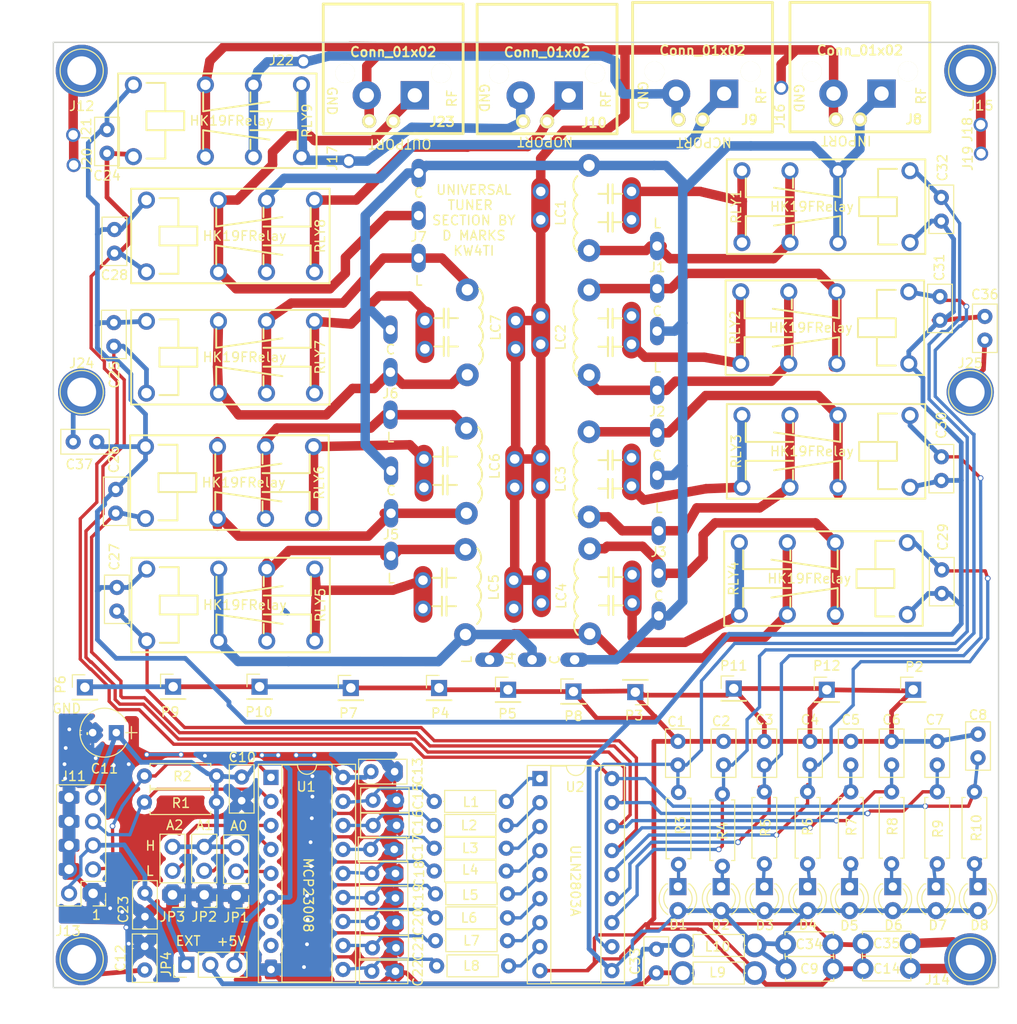
<source format=kicad_pcb>
(kicad_pcb (version 4) (host pcbnew 4.0.7)
  (layers (0 F.Cu signal) (31 B.Cu signal) (34 B.Paste user) (35 F.Paste user) (36 B.SilkS user) (37 F.SilkS user) (38 B.Mask user) (39 F.Mask user) (44 Edge.Cuts user))
  (net 0 "")
  (net 1 RFGND)
  (net 2 "Net-(J1-Pad2)")
  (net 3 "Net-(J1-Pad1)")
  (net 4 "Net-(J2-Pad2)")
  (net 5 "Net-(J2-Pad1)")
  (net 6 "Net-(J3-Pad2)")
  (net 7 "Net-(J3-Pad1)")
  (net 8 "Net-(J4-Pad2)")
  (net 9 "Net-(J4-Pad1)")
  (net 10 "Net-(J5-Pad2)")
  (net 11 "Net-(J5-Pad1)")
  (net 12 "Net-(J6-Pad2)")
  (net 13 "Net-(J6-Pad1)")
  (net 14 "Net-(J7-Pad1)")
  (net 15 "Net-(LC2-Pad1)")
  (net 16 "Net-(LC4-Pad1)")
  (net 17 "Net-(LC6-Pad1)")
  (net 18 "Net-(LC1-Pad1)")
  (net 19 "Net-(LC3-Pad1)")
  (net 20 "Net-(LC5-Pad1)")
  (net 21 "Net-(LC7-Pad1)")
  (net 22 "Net-(J10-Pad1)")
  (net 23 "Net-(J9-Pad1)")
  (net 24 GND)
  (net 25 RLY1)
  (net 26 RLY2)
  (net 27 RLY3)
  (net 28 RLY4)
  (net 29 RLY5)
  (net 30 RLY6)
  (net 31 RLY7)
  (net 32 RLY8)
  (net 33 +5V)
  (net 34 "Net-(JP1-Pad2)")
  (net 35 "Net-(JP2-Pad2)")
  (net 36 "Net-(JP3-Pad2)")
  (net 37 RFPORT1)
  (net 38 "Net-(J10-Pad2)")
  (net 39 "Net-(D1-Pad1)")
  (net 40 "Net-(D2-Pad1)")
  (net 41 "Net-(D3-Pad1)")
  (net 42 "Net-(D4-Pad1)")
  (net 43 "Net-(D5-Pad1)")
  (net 44 "Net-(D6-Pad1)")
  (net 45 "Net-(D7-Pad1)")
  (net 46 "Net-(D8-Pad1)")
  (net 47 RLYGND)
  (net 48 RLYPWR)
  (net 49 "Net-(C15-Pad1)")
  (net 50 "Net-(L1-Pad2)")
  (net 51 "Net-(C16-Pad1)")
  (net 52 "Net-(L2-Pad2)")
  (net 53 "Net-(C17-Pad1)")
  (net 54 "Net-(L3-Pad2)")
  (net 55 "Net-(C18-Pad1)")
  (net 56 "Net-(L4-Pad2)")
  (net 57 "Net-(C19-Pad1)")
  (net 58 "Net-(L5-Pad2)")
  (net 59 "Net-(C20-Pad1)")
  (net 60 "Net-(L6-Pad2)")
  (net 61 "Net-(C21-Pad1)")
  (net 62 "Net-(L7-Pad2)")
  (net 63 "Net-(C22-Pad1)")
  (net 64 "Net-(L8-Pad2)")
  (net 65 "Net-(C12-Pad1)")
  (net 66 "Net-(C14-Pad1)")
  (net 67 "Net-(C23-Pad2)")
  (net 68 SCL)
  (net 69 SDA)
  (net 70 EXTPWR)
  (net 71 "Net-(J22-Pad1)")
  (net 72 "Net-(J23-Pad1)")
  (net 73 "Net-(C36-Pad1)")
  (net 74 "Net-(C37-Pad1)")
  (net 75 "Net-(J12-Pad1)")
  (net 76 "Net-(J15-Pad1)")
  (module Capacitors_THT:C_Disc_D5.0mm_W2.5mm_P2.50mm (layer F.Cu) (at 52.1 92.25)
    (fp_text reference C37 (at 0.65 2.4 180) (layer F.SilkS))
    (fp_text value "10 nF")
    (pad 1 thru_hole circle (at 0 0) (size 1.6 1.6) (drill 0.8) (layers *.Cu *.Mask) (net 74 "Net-(C37-Pad1)"))
    (pad 2 thru_hole circle (at 2.5 0) (size 1.6 1.6) (drill 0.8) (layers *.Cu *.Mask) (net 48 RLYPWR))
  )
  (module Housings_DIP:DIP-18_W7.62mm_Socket (layer F.Cu) (at 73.025 127.762)
    (fp_text reference U1 (at 3.72364 0.9906) (layer F.SilkS))
    (fp_text value MCP23008)
    (pad 1 thru_hole rect (at 0 0) (size 1.6 1.6) (drill 0.8) (layers *.Cu *.Mask) (net 68 SCL))
    (pad 10 thru_hole oval (at 7.62 20.32) (size 1.6 1.6) (drill 0.8) (layers *.Cu *.Mask) (net 63 "Net-(C22-Pad1)"))
    (pad 2 thru_hole oval (at 0 2.54) (size 1.6 1.6) (drill 0.8) (layers *.Cu *.Mask) (net 69 SDA))
    (pad 11 thru_hole oval (at 7.62 17.78) (size 1.6 1.6) (drill 0.8) (layers *.Cu *.Mask) (net 61 "Net-(C21-Pad1)"))
    (pad 3 thru_hole oval (at 0 5.08) (size 1.6 1.6) (drill 0.8) (layers *.Cu *.Mask) (net 36 "Net-(JP3-Pad2)"))
    (pad 12 thru_hole oval (at 7.62 15.24) (size 1.6 1.6) (drill 0.8) (layers *.Cu *.Mask) (net 59 "Net-(C20-Pad1)"))
    (pad 4 thru_hole oval (at 0 7.62) (size 1.6 1.6) (drill 0.8) (layers *.Cu *.Mask) (net 35 "Net-(JP2-Pad2)"))
    (pad 13 thru_hole oval (at 7.62 12.7) (size 1.6 1.6) (drill 0.8) (layers *.Cu *.Mask) (net 57 "Net-(C19-Pad1)"))
    (pad 5 thru_hole oval (at 0 10.16) (size 1.6 1.6) (drill 0.8) (layers *.Cu *.Mask) (net 34 "Net-(JP1-Pad2)"))
    (pad 14 thru_hole oval (at 7.62 10.16) (size 1.6 1.6) (drill 0.8) (layers *.Cu *.Mask) (net 55 "Net-(C18-Pad1)"))
    (pad 6 thru_hole oval (at 0 12.7) (size 1.6 1.6) (drill 0.8) (layers *.Cu *.Mask) (net 33 +5V))
    (pad 15 thru_hole oval (at 7.62 7.62) (size 1.6 1.6) (drill 0.8) (layers *.Cu *.Mask) (net 53 "Net-(C17-Pad1)"))
    (pad 7 thru_hole oval (at 0 15.24) (size 1.6 1.6) (drill 0.8) (layers *.Cu *.Mask))
    (pad 16 thru_hole oval (at 7.62 5.08) (size 1.6 1.6) (drill 0.8) (layers *.Cu *.Mask) (net 51 "Net-(C16-Pad1)"))
    (pad 8 thru_hole oval (at 0 17.78) (size 1.6 1.6) (drill 0.8) (layers *.Cu *.Mask))
    (pad 17 thru_hole oval (at 7.62 2.54) (size 1.6 1.6) (drill 0.8) (layers *.Cu *.Mask) (net 49 "Net-(C15-Pad1)"))
    (pad 9 thru_hole oval (at 0 20.32) (size 1.6 1.6) (drill 0.8) (layers *.Cu *.Mask) (net 24 GND))
    (pad 18 thru_hole oval (at 7.62 0) (size 1.6 1.6) (drill 0.8) (layers *.Cu *.Mask) (net 33 +5V))
  )
  (module Inductors_THT:L_Axial_L5.3mm_D2.2mm_P7.62mm_Horizontal_Vishay_IM-1 (layer F.Cu) (at 116.586 145.542)
    (fp_text reference L10 (at 3.683 0.127) (layer F.SilkS))
    (fp_text value "100 uH")
    (pad 1 thru_hole circle (at 0 0) (size 2.5 2.5) (drill 1.5) (layers *.Cu *.Mask) (net 70 EXTPWR))
    (pad 2 thru_hole oval (at 7.62 0) (size 2.5 2.5) (drill 1.5) (layers *.Cu *.Mask) (net 48 RLYPWR))
  )
  (module LEDs:LED_D3.0mm (layer F.Cu) (at 138.811 139.319 270)
    (fp_text reference D6 (at 4.0894 -0.0762 540) (layer F.SilkS))
    (fp_text value LED)
    (pad 1 thru_hole rect (at 0 0 270) (size 1.8 1.8) (drill 0.9) (layers *.Cu *.Mask) (net 44 "Net-(D6-Pad1)"))
    (pad 2 thru_hole circle (at 2.54 0 270) (size 1.8 1.8) (drill 0.9) (layers *.Cu *.Mask) (net 48 RLYPWR))
  )
  (module Resistors_THT:R_Axial_DIN0207_L6.3mm_D2.5mm_P7.62mm_Horizontal (layer F.Cu) (at 67.2592 127.6096 180)
    (fp_text reference R2 (at 3.6068 -0.0508 180) (layer F.SilkS))
    (fp_text value 2.2k)
    (pad 1 thru_hole circle (at 0 0 180) (size 1.6 1.6) (drill 0.8) (layers *.Cu *.Mask) (net 33 +5V))
    (pad 2 thru_hole oval (at 7.62 0 180) (size 1.6 1.6) (drill 0.8) (layers *.Cu *.Mask) (net 68 SCL))
  )
  (module LEDs:LED_D3.0mm (layer F.Cu) (at 125.222 139.319 270)
    (fp_text reference D3 (at 4.0894 -0.0508 540) (layer F.SilkS))
    (fp_text value LED)
    (pad 1 thru_hole rect (at 0 0 270) (size 1.8 1.8) (drill 0.9) (layers *.Cu *.Mask) (net 41 "Net-(D3-Pad1)"))
    (pad 2 thru_hole circle (at 2.54 0 270) (size 1.8 1.8) (drill 0.9) (layers *.Cu *.Mask) (net 48 RLYPWR))
  )
  (module Resistors_THT:R_Axial_DIN0207_L6.3mm_D2.5mm_P7.62mm_Horizontal (layer F.Cu) (at 143.51 136.906 90)
    (fp_text reference R9 (at 3.7084 0.0762 90) (layer F.SilkS))
    (fp_text value 1k)
    (pad 1 thru_hole circle (at 0 0 90) (size 1.6 1.6) (drill 0.8) (layers *.Cu *.Mask) (net 45 "Net-(D7-Pad1)"))
    (pad 2 thru_hole oval (at 7.62 0 90) (size 1.6 1.6) (drill 0.8) (layers *.Cu *.Mask) (net 31 RLY7))
  )
  (module LEDs:LED_D3.0mm (layer F.Cu) (at 120.65 139.319 270)
    (fp_text reference D2 (at 4.0386 0.0508 540) (layer F.SilkS))
    (fp_text value LED)
    (pad 1 thru_hole rect (at 0 0 270) (size 1.8 1.8) (drill 0.9) (layers *.Cu *.Mask) (net 40 "Net-(D2-Pad1)"))
    (pad 2 thru_hole circle (at 2.54 0 270) (size 1.8 1.8) (drill 0.9) (layers *.Cu *.Mask) (net 48 RLYPWR))
  )
  (module Housings_DIP:DIP-18_W7.62mm_Socket (layer F.Cu) (at 101.473 127.889)
    (fp_text reference U2 (at 3.72364 0.889) (layer F.SilkS))
    (fp_text value ULN2803A)
    (pad 1 thru_hole rect (at 0 0) (size 1.6 1.6) (drill 0.8) (layers *.Cu *.Mask) (net 50 "Net-(L1-Pad2)"))
    (pad 10 thru_hole oval (at 7.62 20.32) (size 1.6 1.6) (drill 0.8) (layers *.Cu *.Mask) (net 48 RLYPWR))
    (pad 2 thru_hole oval (at 0 2.54) (size 1.6 1.6) (drill 0.8) (layers *.Cu *.Mask) (net 52 "Net-(L2-Pad2)"))
    (pad 11 thru_hole oval (at 7.62 17.78) (size 1.6 1.6) (drill 0.8) (layers *.Cu *.Mask) (net 25 RLY1))
    (pad 3 thru_hole oval (at 0 5.08) (size 1.6 1.6) (drill 0.8) (layers *.Cu *.Mask) (net 54 "Net-(L3-Pad2)"))
    (pad 12 thru_hole oval (at 7.62 15.24) (size 1.6 1.6) (drill 0.8) (layers *.Cu *.Mask) (net 26 RLY2))
    (pad 4 thru_hole oval (at 0 7.62) (size 1.6 1.6) (drill 0.8) (layers *.Cu *.Mask) (net 56 "Net-(L4-Pad2)"))
    (pad 13 thru_hole oval (at 7.62 12.7) (size 1.6 1.6) (drill 0.8) (layers *.Cu *.Mask) (net 27 RLY3))
    (pad 5 thru_hole oval (at 0 10.16) (size 1.6 1.6) (drill 0.8) (layers *.Cu *.Mask) (net 58 "Net-(L5-Pad2)"))
    (pad 14 thru_hole oval (at 7.62 10.16) (size 1.6 1.6) (drill 0.8) (layers *.Cu *.Mask) (net 28 RLY4))
    (pad 6 thru_hole oval (at 0 12.7) (size 1.6 1.6) (drill 0.8) (layers *.Cu *.Mask) (net 60 "Net-(L6-Pad2)"))
    (pad 15 thru_hole oval (at 7.62 7.62) (size 1.6 1.6) (drill 0.8) (layers *.Cu *.Mask) (net 29 RLY5))
    (pad 7 thru_hole oval (at 0 15.24) (size 1.6 1.6) (drill 0.8) (layers *.Cu *.Mask) (net 62 "Net-(L7-Pad2)"))
    (pad 16 thru_hole oval (at 7.62 5.08) (size 1.6 1.6) (drill 0.8) (layers *.Cu *.Mask) (net 30 RLY6))
    (pad 8 thru_hole oval (at 0 17.78) (size 1.6 1.6) (drill 0.8) (layers *.Cu *.Mask) (net 64 "Net-(L8-Pad2)"))
    (pad 17 thru_hole oval (at 7.62 2.54) (size 1.6 1.6) (drill 0.8) (layers *.Cu *.Mask) (net 31 RLY7))
    (pad 9 thru_hole oval (at 0 20.32) (size 1.6 1.6) (drill 0.8) (layers *.Cu *.Mask) (net 47 RLYGND))
    (pad 18 thru_hole oval (at 7.62 0) (size 1.6 1.6) (drill 0.8) (layers *.Cu *.Mask) (net 32 RLY8))
  )
  (module Capacitors_THT:C_Disc_D5.0mm_W2.5mm_P2.50mm (layer F.Cu) (at 116.078 123.952 270)
    (fp_text reference C1 (at -2.0828 0.1524 360) (layer F.SilkS))
    (fp_text value "10 nF")
    (pad 1 thru_hole circle (at 0 0 270) (size 1.6 1.6) (drill 0.8) (layers *.Cu *.Mask) (net 47 RLYGND))
    (pad 2 thru_hole circle (at 2.5 0 270) (size 1.6 1.6) (drill 0.8) (layers *.Cu *.Mask) (net 25 RLY1))
  )
  (module Capacitors_THT:C_Disc_D5.0mm_W2.5mm_P2.50mm (layer F.Cu) (at 120.904 123.952 270)
    (fp_text reference C2 (at -2.1336 0.254 360) (layer F.SilkS))
    (fp_text value "10 nF")
    (pad 1 thru_hole circle (at 0 0 270) (size 1.6 1.6) (drill 0.8) (layers *.Cu *.Mask) (net 47 RLYGND))
    (pad 2 thru_hole circle (at 2.5 0 270) (size 1.6 1.6) (drill 0.8) (layers *.Cu *.Mask) (net 26 RLY2))
  )
  (module Capacitors_THT:C_Disc_D5.0mm_W2.5mm_P2.50mm (layer F.Cu) (at 125.222 123.952 270)
    (fp_text reference C3 (at -2.286 0 360) (layer F.SilkS))
    (fp_text value "10 nF")
    (pad 1 thru_hole circle (at 0 0 270) (size 1.6 1.6) (drill 0.8) (layers *.Cu *.Mask) (net 47 RLYGND))
    (pad 2 thru_hole circle (at 2.5 0 270) (size 1.6 1.6) (drill 0.8) (layers *.Cu *.Mask) (net 27 RLY3))
  )
  (module Capacitors_THT:C_Disc_D5.0mm_W2.5mm_P2.50mm (layer F.Cu) (at 130.048 123.952 270)
    (fp_text reference C4 (at -2.286 0 360) (layer F.SilkS))
    (fp_text value "10 nF")
    (pad 1 thru_hole circle (at 0 0 270) (size 1.6 1.6) (drill 0.8) (layers *.Cu *.Mask) (net 47 RLYGND))
    (pad 2 thru_hole circle (at 2.5 0 270) (size 1.6 1.6) (drill 0.8) (layers *.Cu *.Mask) (net 28 RLY4))
  )
  (module Capacitors_THT:C_Disc_D5.0mm_W2.5mm_P2.50mm (layer F.Cu) (at 134.366 123.952 270)
    (fp_text reference C5 (at -2.286 0 360) (layer F.SilkS))
    (fp_text value "10 nF")
    (pad 1 thru_hole circle (at 0 0 270) (size 1.6 1.6) (drill 0.8) (layers *.Cu *.Mask) (net 47 RLYGND))
    (pad 2 thru_hole circle (at 2.5 0 270) (size 1.6 1.6) (drill 0.8) (layers *.Cu *.Mask) (net 29 RLY5))
  )
  (module Capacitors_THT:C_Disc_D5.0mm_W2.5mm_P2.50mm (layer F.Cu) (at 138.684 123.952 270)
    (fp_text reference C6 (at -2.286 0 360) (layer F.SilkS))
    (fp_text value "10 nF")
    (pad 1 thru_hole circle (at 0 0 270) (size 1.6 1.6) (drill 0.8) (layers *.Cu *.Mask) (net 47 RLYGND))
    (pad 2 thru_hole circle (at 2.5 0 270) (size 1.6 1.6) (drill 0.8) (layers *.Cu *.Mask) (net 30 RLY6))
  )
  (module Capacitors_THT:C_Disc_D5.0mm_W2.5mm_P2.50mm (layer F.Cu) (at 143.51 123.952 270)
    (fp_text reference C7 (at -2.286 0.254 360) (layer F.SilkS))
    (fp_text value "10 nF")
    (pad 1 thru_hole circle (at 0 0 270) (size 1.6 1.6) (drill 0.8) (layers *.Cu *.Mask) (net 47 RLYGND))
    (pad 2 thru_hole circle (at 2.5 0 270) (size 1.6 1.6) (drill 0.8) (layers *.Cu *.Mask) (net 31 RLY7))
  )
  (module Capacitors_THT:C_Disc_D5.0mm_W2.5mm_P2.50mm (layer F.Cu) (at 147.828 123.19 270)
    (fp_text reference C8 (at -2.032 0 360) (layer F.SilkS))
    (fp_text value "10 nF")
    (pad 1 thru_hole circle (at 0 0 270) (size 1.6 1.6) (drill 0.8) (layers *.Cu *.Mask) (net 47 RLYGND))
    (pad 2 thru_hole circle (at 2.5 0 270) (size 1.6 1.6) (drill 0.8) (layers *.Cu *.Mask) (net 32 RLY8))
  )
  (module Capacitors_THT:C_Disc_D5.0mm_W2.5mm_P2.50mm (layer F.Cu) (at 69.9262 130.2258 90)
    (fp_text reference C10 (at 4.5974 0.0508 180) (layer F.SilkS))
    (fp_text value "100 nF")
    (pad 1 thru_hole circle (at 0 0 90) (size 1.6 1.6) (drill 0.8) (layers *.Cu *.Mask) (net 24 GND))
    (pad 2 thru_hole circle (at 2.5 0 90) (size 1.6 1.6) (drill 0.8) (layers *.Cu *.Mask) (net 33 +5V))
  )
  (module Pin_Headers:Pin_Header_Straight_1x03_Pitch2.54mm (layer F.Cu) (at 69.342 140.2588 180)
    (fp_text reference JP1 (at 0 -2.33 180) (layer F.SilkS))
    (fp_text value Jumper_NC_Dual)
    (pad 1 thru_hole rect (at 0 0 180) (size 1.7 1.7) (drill 1) (layers *.Cu *.Mask) (net 24 GND))
    (pad 2 thru_hole oval (at 0 2.54 180) (size 1.7 1.7) (drill 1) (layers *.Cu *.Mask) (net 34 "Net-(JP1-Pad2)"))
    (pad 3 thru_hole oval (at 0 5.08 180) (size 1.7 1.7) (drill 1) (layers *.Cu *.Mask) (net 33 +5V))
  )
  (module Pin_Headers:Pin_Header_Straight_1x03_Pitch2.54mm (layer F.Cu) (at 65.9638 140.1826 180)
    (fp_text reference JP2 (at 0 -2.33 180) (layer F.SilkS))
    (fp_text value Jumper_NC_Dual)
    (pad 1 thru_hole rect (at 0 0 180) (size 1.7 1.7) (drill 1) (layers *.Cu *.Mask) (net 24 GND))
    (pad 2 thru_hole oval (at 0 2.54 180) (size 1.7 1.7) (drill 1) (layers *.Cu *.Mask) (net 35 "Net-(JP2-Pad2)"))
    (pad 3 thru_hole oval (at 0 5.08 180) (size 1.7 1.7) (drill 1) (layers *.Cu *.Mask) (net 33 +5V))
  )
  (module Pin_Headers:Pin_Header_Straight_1x03_Pitch2.54mm (layer F.Cu) (at 62.611 140.1826 180)
    (fp_text reference JP3 (at 0.0127 -2.3368 360) (layer F.SilkS))
    (fp_text value Jumper_NC_Dual)
    (pad 1 thru_hole rect (at 0 0 180) (size 1.7 1.7) (drill 1) (layers *.Cu *.Mask) (net 24 GND))
    (pad 2 thru_hole oval (at 0 2.54 180) (size 1.7 1.7) (drill 1) (layers *.Cu *.Mask) (net 36 "Net-(JP3-Pad2)"))
    (pad 3 thru_hole oval (at 0 5.08 180) (size 1.7 1.7) (drill 1) (layers *.Cu *.Mask) (net 33 +5V))
  )
  (module Resistors_THT:R_Axial_DIN0207_L6.3mm_D2.5mm_P7.62mm_Horizontal (layer F.Cu) (at 67.2592 130.3782 180)
    (fp_text reference R1 (at 3.7592 -0.1016 180) (layer F.SilkS))
    (fp_text value 2.2k)
    (pad 1 thru_hole circle (at 0 0 180) (size 1.6 1.6) (drill 0.8) (layers *.Cu *.Mask) (net 33 +5V))
    (pad 2 thru_hole oval (at 7.62 0 180) (size 1.6 1.6) (drill 0.8) (layers *.Cu *.Mask) (net 69 SDA))
  )
  (module Connectors:1pin (layer F.Cu) (at 53 147)
    (fp_text reference J13 (at -1.438 -2.982 180) (layer F.SilkS))
    (fp_text value Conn_01x01)
    (pad 1 thru_hole circle (at 0 0) (size 5.5 5.5) (drill 3.048) (layers *.Cu *.Mask) (net 65 "Net-(C12-Pad1)"))
  )
  (module Connectors:1pin (layer F.Cu) (at 147.0025 147.0025)
    (fp_text reference J14 (at -3.4671 2.1717) (layer F.SilkS))
    (fp_text value Conn_01x01)
    (pad 1 thru_hole circle (at 0 0) (size 5.5 5.5) (drill 3.048) (layers *.Cu *.Mask) (net 66 "Net-(C14-Pad1)"))
  )
  (module LEDs:LED_D3.0mm (layer F.Cu) (at 129.794 139.319 270)
    (fp_text reference D4 (at 4.0386 -0.0508 540) (layer F.SilkS))
    (fp_text value LED)
    (pad 1 thru_hole rect (at 0 0 270) (size 1.8 1.8) (drill 0.9) (layers *.Cu *.Mask) (net 42 "Net-(D4-Pad1)"))
    (pad 2 thru_hole circle (at 2.54 0 270) (size 1.8 1.8) (drill 0.9) (layers *.Cu *.Mask) (net 48 RLYPWR))
  )
  (module LEDs:LED_D3.0mm (layer F.Cu) (at 134.239 139.319 270)
    (fp_text reference D5 (at 4.1402 0.0254 540) (layer F.SilkS))
    (fp_text value LED)
    (pad 1 thru_hole rect (at 0 0 270) (size 1.8 1.8) (drill 0.9) (layers *.Cu *.Mask) (net 43 "Net-(D5-Pad1)"))
    (pad 2 thru_hole circle (at 2.54 0 270) (size 1.8 1.8) (drill 0.9) (layers *.Cu *.Mask) (net 48 RLYPWR))
  )
  (module LEDs:LED_D3.0mm (layer F.Cu) (at 143.383 139.319 270)
    (fp_text reference D7 (at 4.0894 -0.1778 540) (layer F.SilkS))
    (fp_text value LED)
    (pad 1 thru_hole rect (at 0 0 270) (size 1.8 1.8) (drill 0.9) (layers *.Cu *.Mask) (net 45 "Net-(D7-Pad1)"))
    (pad 2 thru_hole circle (at 2.54 0 270) (size 1.8 1.8) (drill 0.9) (layers *.Cu *.Mask) (net 48 RLYPWR))
  )
  (module LEDs:LED_D3.0mm (layer F.Cu) (at 147.828 139.319 270)
    (fp_text reference D8 (at 4.0894 -0.1524 540) (layer F.SilkS))
    (fp_text value LED)
    (pad 1 thru_hole rect (at 0 0 270) (size 1.8 1.8) (drill 0.9) (layers *.Cu *.Mask) (net 46 "Net-(D8-Pad1)"))
    (pad 2 thru_hole circle (at 2.54 0 270) (size 1.8 1.8) (drill 0.9) (layers *.Cu *.Mask) (net 48 RLYPWR))
  )
  (module Resistors_THT:R_Axial_DIN0207_L6.3mm_D2.5mm_P7.62mm_Horizontal (layer F.Cu) (at 116.1415 136.9695 90)
    (fp_text reference R3 (at 4.1529 0.2286 90) (layer F.SilkS))
    (fp_text value 1k)
    (pad 1 thru_hole circle (at 0 0 90) (size 1.6 1.6) (drill 0.8) (layers *.Cu *.Mask) (net 39 "Net-(D1-Pad1)"))
    (pad 2 thru_hole oval (at 7.62 0 90) (size 1.6 1.6) (drill 0.8) (layers *.Cu *.Mask) (net 25 RLY1))
  )
  (module Resistors_THT:R_Axial_DIN0207_L6.3mm_D2.5mm_P7.62mm_Horizontal (layer F.Cu) (at 120.777 137.16 90)
    (fp_text reference R4 (at 3.7465 0.0254 90) (layer F.SilkS))
    (fp_text value 1k)
    (pad 1 thru_hole circle (at 0 0 90) (size 1.6 1.6) (drill 0.8) (layers *.Cu *.Mask) (net 40 "Net-(D2-Pad1)"))
    (pad 2 thru_hole oval (at 7.62 0 90) (size 1.6 1.6) (drill 0.8) (layers *.Cu *.Mask) (net 26 RLY2))
  )
  (module Resistors_THT:R_Axial_DIN0207_L6.3mm_D2.5mm_P7.62mm_Horizontal (layer F.Cu) (at 125.222 136.906 90)
    (fp_text reference R5 (at 3.8227 0.1397 90) (layer F.SilkS))
    (fp_text value 1k)
    (pad 1 thru_hole circle (at 0 0 90) (size 1.6 1.6) (drill 0.8) (layers *.Cu *.Mask) (net 41 "Net-(D3-Pad1)"))
    (pad 2 thru_hole oval (at 7.62 0 90) (size 1.6 1.6) (drill 0.8) (layers *.Cu *.Mask) (net 27 RLY3))
  )
  (module Resistors_THT:R_Axial_DIN0207_L6.3mm_D2.5mm_P7.62mm_Horizontal (layer F.Cu) (at 129.794 136.906 90)
    (fp_text reference R6 (at 3.937 0.0127 90) (layer F.SilkS))
    (fp_text value 1k)
    (pad 1 thru_hole circle (at 0 0 90) (size 1.6 1.6) (drill 0.8) (layers *.Cu *.Mask) (net 42 "Net-(D4-Pad1)"))
    (pad 2 thru_hole oval (at 7.62 0 90) (size 1.6 1.6) (drill 0.8) (layers *.Cu *.Mask) (net 28 RLY4))
  )
  (module Resistors_THT:R_Axial_DIN0207_L6.3mm_D2.5mm_P7.62mm_Horizontal (layer F.Cu) (at 134.366 136.906 90)
    (fp_text reference R7 (at 3.9116 0.0762 90) (layer F.SilkS))
    (fp_text value 1k)
    (pad 1 thru_hole circle (at 0 0 90) (size 1.6 1.6) (drill 0.8) (layers *.Cu *.Mask) (net 43 "Net-(D5-Pad1)"))
    (pad 2 thru_hole oval (at 7.62 0 90) (size 1.6 1.6) (drill 0.8) (layers *.Cu *.Mask) (net 29 RLY5))
  )
  (module Resistors_THT:R_Axial_DIN0207_L6.3mm_D2.5mm_P7.62mm_Horizontal (layer F.Cu) (at 138.684 136.906 90)
    (fp_text reference R8 (at 3.9624 0.1016 90) (layer F.SilkS))
    (fp_text value 1k)
    (pad 1 thru_hole circle (at 0 0 90) (size 1.6 1.6) (drill 0.8) (layers *.Cu *.Mask) (net 44 "Net-(D6-Pad1)"))
    (pad 2 thru_hole oval (at 7.62 0 90) (size 1.6 1.6) (drill 0.8) (layers *.Cu *.Mask) (net 30 RLY6))
  )
  (module Resistors_THT:R_Axial_DIN0207_L6.3mm_D2.5mm_P7.62mm_Horizontal (layer F.Cu) (at 147.447 136.906 90)
    (fp_text reference R10 (at 3.7973 0.2159 90) (layer F.SilkS))
    (fp_text value 1k)
    (pad 1 thru_hole circle (at 0 0 90) (size 1.6 1.6) (drill 0.8) (layers *.Cu *.Mask) (net 46 "Net-(D8-Pad1)"))
    (pad 2 thru_hole oval (at 7.62 0 90) (size 1.6 1.6) (drill 0.8) (layers *.Cu *.Mask) (net 32 RLY8))
  )
  (module Capacitors_THT:C_Disc_D5.0mm_W2.5mm_P2.50mm (layer F.Cu) (at 86.106 127.1524 180)
    (fp_text reference C13 (at -2.4384 0.0508 270) (layer F.SilkS))
    (fp_text value "100 nF")
    (pad 1 thru_hole circle (at 0 0 180) (size 1.6 1.6) (drill 0.8) (layers *.Cu *.Mask) (net 24 GND))
    (pad 2 thru_hole circle (at 2.5 0 180) (size 1.6 1.6) (drill 0.8) (layers *.Cu *.Mask) (net 33 +5V))
  )
  (module tuner:ThreeJumperPt (layer F.Cu) (at 88.646 68.326 90)
    (fp_text reference J7 (at -2.25 0 360) (layer F.SilkS))
    (fp_text value Conn_01x03)
    (fp_text user C (at 2.4 0 180) (layer F.SilkS))
    (fp_text user L (at -6.9 0 180) (layer F.SilkS))
    (pad 2 thru_hole oval (at 0 0 90) (size 3 1.5) (drill 1) (layers *.Cu *.Mask) (net 72 "Net-(J23-Pad1)"))
    (pad 3 thru_hole oval (at 4.5 0 90) (size 3 1.5) (drill 1) (layers *.Cu *.Mask) (net 37 RFPORT1))
    (pad 1 thru_hole oval (at -4.5 0 90) (size 3 1.5) (drill 1) (layers *.Cu *.Mask) (net 14 "Net-(J7-Pad1)"))
  )
  (module tuner:ThreeJumperPt (layer F.Cu) (at 85.6615 84.8995 90)
    (fp_text reference J6 (at -2.25 0 360) (layer F.SilkS))
    (fp_text value Conn_01x03)
    (fp_text user C (at 2.4 0 180) (layer F.SilkS))
    (fp_text user L (at -6.9 0 180) (layer F.SilkS))
    (pad 2 thru_hole oval (at 0 0 90) (size 3 1.5) (drill 1) (layers *.Cu *.Mask) (net 12 "Net-(J6-Pad2)"))
    (pad 3 thru_hole oval (at 4.5 0 90) (size 3 1.5) (drill 1) (layers *.Cu *.Mask) (net 37 RFPORT1))
    (pad 1 thru_hole oval (at -4.5 0 90) (size 3 1.5) (drill 1) (layers *.Cu *.Mask) (net 13 "Net-(J6-Pad1)"))
  )
  (module tuner:ThreeJumperPt (layer F.Cu) (at 85.725 99.822 90)
    (fp_text reference J5 (at -2.25 0 360) (layer F.SilkS))
    (fp_text value Conn_01x03)
    (fp_text user C (at 2.4 0 180) (layer F.SilkS))
    (fp_text user L (at -6.9 0 180) (layer F.SilkS))
    (pad 2 thru_hole oval (at 0 0 90) (size 3 1.5) (drill 1) (layers *.Cu *.Mask) (net 10 "Net-(J5-Pad2)"))
    (pad 3 thru_hole oval (at 4.5 0 90) (size 3 1.5) (drill 1) (layers *.Cu *.Mask) (net 37 RFPORT1))
    (pad 1 thru_hole oval (at -4.5 0 90) (size 3 1.5) (drill 1) (layers *.Cu *.Mask) (net 11 "Net-(J5-Pad1)"))
  )
  (module tuner:ThreeJumperPt (layer F.Cu) (at 114.046 106.172 270)
    (fp_text reference J3 (at -2.25 0 540) (layer F.SilkS))
    (fp_text value Conn_01x03)
    (fp_text user C (at 2.4 0 360) (layer F.SilkS))
    (fp_text user L (at -6.9 0 360) (layer F.SilkS))
    (pad 2 thru_hole oval (at 0 0 270) (size 3 1.5) (drill 1) (layers *.Cu *.Mask) (net 6 "Net-(J3-Pad2)"))
    (pad 3 thru_hole oval (at 4.5 0 270) (size 3 1.5) (drill 1) (layers *.Cu *.Mask) (net 37 RFPORT1))
    (pad 1 thru_hole oval (at -4.5 0 270) (size 3 1.5) (drill 1) (layers *.Cu *.Mask) (net 7 "Net-(J3-Pad1)"))
  )
  (module tuner:ThreeJumperPt (layer F.Cu) (at 113.88 91.31 270)
    (fp_text reference J2 (at -2.25 0 540) (layer F.SilkS))
    (fp_text value Conn_01x03)
    (fp_text user C (at 2.4 0 360) (layer F.SilkS))
    (fp_text user L (at -6.9 0 360) (layer F.SilkS))
    (pad 2 thru_hole oval (at 0 0 270) (size 3 1.5) (drill 1) (layers *.Cu *.Mask) (net 4 "Net-(J2-Pad2)"))
    (pad 3 thru_hole oval (at 4.5 0 270) (size 3 1.5) (drill 1) (layers *.Cu *.Mask) (net 37 RFPORT1))
    (pad 1 thru_hole oval (at -4.5 0 270) (size 3 1.5) (drill 1) (layers *.Cu *.Mask) (net 5 "Net-(J2-Pad1)"))
  )
  (module tuner:ThreeJumperPt (layer F.Cu) (at 113.875 76.05 270)
    (fp_text reference J1 (at -2.25 0 540) (layer F.SilkS))
    (fp_text value Conn_01x03)
    (fp_text user C (at 2.4 0 360) (layer F.SilkS))
    (fp_text user L (at -6.9 0 360) (layer F.SilkS))
    (pad 2 thru_hole oval (at 0 0 270) (size 3 1.5) (drill 1) (layers *.Cu *.Mask) (net 2 "Net-(J1-Pad2)"))
    (pad 3 thru_hole oval (at 4.5 0 270) (size 3 1.5) (drill 1) (layers *.Cu *.Mask) (net 37 RFPORT1))
    (pad 1 thru_hole oval (at -4.5 0 270) (size 3 1.5) (drill 1) (layers *.Cu *.Mask) (net 3 "Net-(J1-Pad1)"))
  )
  (module tuner:ThreeJumperPt (layer F.Cu) (at 100.6475 115.316)
    (fp_text reference J4 (at -2.25 0 270) (layer F.SilkS))
    (fp_text value Conn_01x03)
    (fp_text user C (at 2.4 0 90) (layer F.SilkS))
    (fp_text user L (at -6.9 0 90) (layer F.SilkS))
    (pad 2 thru_hole oval (at 0 0) (size 3 1.5) (drill 1) (layers *.Cu *.Mask) (net 8 "Net-(J4-Pad2)"))
    (pad 3 thru_hole oval (at 4.5 0) (size 3 1.5) (drill 1) (layers *.Cu *.Mask) (net 37 RFPORT1))
    (pad 1 thru_hole oval (at -4.5 0) (size 3 1.5) (drill 1) (layers *.Cu *.Mask) (net 9 "Net-(J4-Pad1)"))
  )
  (module Pin_Headers:Pin_Header_Straight_1x01_Pitch2.54mm (layer F.Cu) (at 140.97 118.491)
    (fp_text reference P2 (at 0.127 -2.413 180) (layer F.SilkS))
    (fp_text value Conn_01x01)
    (pad 1 thru_hole rect (at 0 0) (size 1.7 1.7) (drill 1) (layers *.Cu *.Mask) (net 47 RLYGND))
  )
  (module Pin_Headers:Pin_Header_Straight_1x01_Pitch2.54mm (layer F.Cu) (at 111.5695 118.745 180)
    (fp_text reference P3 (at 0.127 -2.4765 360) (layer F.SilkS))
    (fp_text value Conn_01x01)
    (pad 1 thru_hole rect (at 0 0 180) (size 1.7 1.7) (drill 1) (layers *.Cu *.Mask) (net 47 RLYGND))
  )
  (module Pin_Headers:Pin_Header_Straight_1x01_Pitch2.54mm (layer F.Cu) (at 90.805 118.3005)
    (fp_text reference P4 (at 0.127 2.667 180) (layer F.SilkS))
    (fp_text value Conn_01x01)
    (pad 1 thru_hole rect (at 0 0) (size 1.7 1.7) (drill 1) (layers *.Cu *.Mask) (net 47 RLYGND))
  )
  (module Pin_Headers:Pin_Header_Straight_1x01_Pitch2.54mm (layer F.Cu) (at 98.1075 118.491)
    (fp_text reference P5 (at -0.0635 2.54 180) (layer F.SilkS))
    (fp_text value Conn_01x01)
    (pad 1 thru_hole rect (at 0 0) (size 1.7 1.7) (drill 1) (layers *.Cu *.Mask) (net 47 RLYGND))
  )
  (module Pin_Headers:Pin_Header_Straight_1x01_Pitch2.54mm (layer F.Cu) (at 53.34 118.237)
    (fp_text reference P6 (at -2.57 -0.307 270) (layer F.SilkS))
    (fp_text value Conn_01x01)
    (pad 1 thru_hole rect (at 0 0) (size 1.7 1.7) (drill 1) (layers *.Cu *.Mask) (net 47 RLYGND))
  )
  (module Pin_Headers:Pin_Header_Straight_1x01_Pitch2.54mm (layer F.Cu) (at 81.4705 118.3005)
    (fp_text reference P7 (at -0.254 2.667 180) (layer F.SilkS))
    (fp_text value Conn_01x01)
    (pad 1 thru_hole rect (at 0 0) (size 1.7 1.7) (drill 1) (layers *.Cu *.Mask) (net 47 RLYGND))
  )
  (module Pin_Headers:Pin_Header_Straight_1x01_Pitch2.54mm (layer F.Cu) (at 105.029 118.6815)
    (fp_text reference P8 (at 0 2.6035 180) (layer F.SilkS))
    (fp_text value Conn_01x01)
    (pad 1 thru_hole rect (at 0 0) (size 1.7 1.7) (drill 1) (layers *.Cu *.Mask) (net 47 RLYGND))
  )
  (module Pin_Headers:Pin_Header_Straight_1x01_Pitch2.54mm (layer F.Cu) (at 62.6745 118.1735)
    (fp_text reference P9 (at -0.3175 2.667 180) (layer F.SilkS))
    (fp_text value Conn_01x01)
    (pad 1 thru_hole rect (at 0 0) (size 1.7 1.7) (drill 1) (layers *.Cu *.Mask) (net 47 RLYGND))
  )
  (module Pin_Headers:Pin_Header_Straight_1x01_Pitch2.54mm (layer F.Cu) (at 71.8185 118.1735)
    (fp_text reference P10 (at -0.0635 2.667 180) (layer F.SilkS))
    (fp_text value Conn_01x01)
    (pad 1 thru_hole rect (at 0 0) (size 1.7 1.7) (drill 1) (layers *.Cu *.Mask) (net 47 RLYGND))
  )
  (module Pin_Headers:Pin_Header_Straight_1x01_Pitch2.54mm (layer F.Cu) (at 121.9835 118.364)
    (fp_text reference P11 (at 0 -2.413 180) (layer F.SilkS))
    (fp_text value Conn_01x01)
    (pad 1 thru_hole rect (at 0 0) (size 1.7 1.7) (drill 1) (layers *.Cu *.Mask) (net 47 RLYGND))
  )
  (module Pin_Headers:Pin_Header_Straight_1x01_Pitch2.54mm (layer F.Cu) (at 131.826 118.491)
    (fp_text reference P12 (at 0 -2.54 180) (layer F.SilkS))
    (fp_text value Conn_01x01)
    (pad 1 thru_hole rect (at 0 0) (size 1.7 1.7) (drill 1) (layers *.Cu *.Mask) (net 47 RLYGND))
  )
  (module Inductors_THT:L_Axial_L5.3mm_D2.2mm_P7.62mm_Horizontal_Vishay_IM-1 (layer F.Cu) (at 90.297 130.302)
    (fp_text reference L1 (at 3.8862 0.0762) (layer F.SilkS))
    (fp_text value "100 uH")
    (pad 1 thru_hole circle (at 0 0) (size 1.6 1.6) (drill 0.8) (layers *.Cu *.Mask) (net 49 "Net-(C15-Pad1)"))
    (pad 2 thru_hole oval (at 7.62 0) (size 1.6 1.6) (drill 0.8) (layers *.Cu *.Mask) (net 50 "Net-(L1-Pad2)"))
  )
  (module Inductors_THT:L_Axial_L5.3mm_D2.2mm_P7.62mm_Horizontal_Vishay_IM-1 (layer F.Cu) (at 90.297 132.842)
    (fp_text reference L2 (at 3.683 0) (layer F.SilkS))
    (fp_text value "100 uH")
    (pad 1 thru_hole circle (at 0 0) (size 1.6 1.6) (drill 0.8) (layers *.Cu *.Mask) (net 51 "Net-(C16-Pad1)"))
    (pad 2 thru_hole oval (at 7.62 0) (size 1.6 1.6) (drill 0.8) (layers *.Cu *.Mask) (net 52 "Net-(L2-Pad2)"))
  )
  (module Inductors_THT:L_Axial_L5.3mm_D2.2mm_P7.62mm_Horizontal_Vishay_IM-1 (layer F.Cu) (at 90.297 135.255)
    (fp_text reference L3 (at 3.81 0) (layer F.SilkS))
    (fp_text value "100 uH")
    (pad 1 thru_hole circle (at 0 0) (size 1.6 1.6) (drill 0.8) (layers *.Cu *.Mask) (net 53 "Net-(C17-Pad1)"))
    (pad 2 thru_hole oval (at 7.62 0) (size 1.6 1.6) (drill 0.8) (layers *.Cu *.Mask) (net 54 "Net-(L3-Pad2)"))
  )
  (module Inductors_THT:L_Axial_L5.3mm_D2.2mm_P7.62mm_Horizontal_Vishay_IM-1 (layer F.Cu) (at 90.297 137.668)
    (fp_text reference L4 (at 3.81 -0.127) (layer F.SilkS))
    (fp_text value "100 uH")
    (pad 1 thru_hole circle (at 0 0) (size 1.6 1.6) (drill 0.8) (layers *.Cu *.Mask) (net 55 "Net-(C18-Pad1)"))
    (pad 2 thru_hole oval (at 7.62 0) (size 1.6 1.6) (drill 0.8) (layers *.Cu *.Mask) (net 56 "Net-(L4-Pad2)"))
  )
  (module Inductors_THT:L_Axial_L5.3mm_D2.2mm_P7.62mm_Horizontal_Vishay_IM-1 (layer F.Cu) (at 90.424 140.081)
    (fp_text reference L5 (at 3.683 0.127) (layer F.SilkS))
    (fp_text value "100 uH")
    (pad 1 thru_hole circle (at 0 0) (size 1.6 1.6) (drill 0.8) (layers *.Cu *.Mask) (net 57 "Net-(C19-Pad1)"))
    (pad 2 thru_hole oval (at 7.62 0) (size 1.6 1.6) (drill 0.8) (layers *.Cu *.Mask) (net 58 "Net-(L5-Pad2)"))
  )
  (module Inductors_THT:L_Axial_L5.3mm_D2.2mm_P7.62mm_Horizontal_Vishay_IM-1 (layer F.Cu) (at 90.424 142.621)
    (fp_text reference L6 (at 3.556 0) (layer F.SilkS))
    (fp_text value "100 uH")
    (pad 1 thru_hole circle (at 0 0) (size 1.6 1.6) (drill 0.8) (layers *.Cu *.Mask) (net 59 "Net-(C20-Pad1)"))
    (pad 2 thru_hole oval (at 7.62 0) (size 1.6 1.6) (drill 0.8) (layers *.Cu *.Mask) (net 60 "Net-(L6-Pad2)"))
  )
  (module Inductors_THT:L_Axial_L5.3mm_D2.2mm_P7.62mm_Horizontal_Vishay_IM-1 (layer F.Cu) (at 90.424 145.034)
    (fp_text reference L7 (at 3.81 0) (layer F.SilkS))
    (fp_text value "100 uH")
    (pad 1 thru_hole circle (at 0 0) (size 1.6 1.6) (drill 0.8) (layers *.Cu *.Mask) (net 61 "Net-(C21-Pad1)"))
    (pad 2 thru_hole oval (at 7.62 0) (size 1.6 1.6) (drill 0.8) (layers *.Cu *.Mask) (net 62 "Net-(L7-Pad2)"))
  )
  (module Inductors_THT:L_Axial_L5.3mm_D2.2mm_P7.62mm_Horizontal_Vishay_IM-1 (layer F.Cu) (at 90.551 147.701)
    (fp_text reference L8 (at 3.683 0) (layer F.SilkS))
    (fp_text value "100 uH")
    (pad 1 thru_hole circle (at 0 0) (size 1.6 1.6) (drill 0.8) (layers *.Cu *.Mask) (net 63 "Net-(C22-Pad1)"))
    (pad 2 thru_hole oval (at 7.62 0) (size 1.6 1.6) (drill 0.8) (layers *.Cu *.Mask) (net 64 "Net-(L8-Pad2)"))
  )
  (module LEDs:LED_D3.0mm (layer F.Cu) (at 116.078 139.319 270)
    (fp_text reference D1 (at 4.0132 -0.0508 360) (layer F.SilkS))
    (fp_text value LED)
    (pad 1 thru_hole rect (at 0 0 270) (size 1.8 1.8) (drill 0.9) (layers *.Cu *.Mask) (net 39 "Net-(D1-Pad1)"))
    (pad 2 thru_hole circle (at 2.54 0 270) (size 1.8 1.8) (drill 0.9) (layers *.Cu *.Mask) (net 48 RLYPWR))
  )
  (module Capacitors_THT:C_Disc_D5.0mm_W2.5mm_P2.50mm (layer F.Cu) (at 83.82 130.175)
    (fp_text reference C15 (at 4.78028 -0.42164 90) (layer F.SilkS))
    (fp_text value "10 nF")
    (pad 1 thru_hole circle (at 0 0) (size 1.6 1.6) (drill 0.8) (layers *.Cu *.Mask) (net 49 "Net-(C15-Pad1)"))
    (pad 2 thru_hole circle (at 2.5 0) (size 1.6 1.6) (drill 0.8) (layers *.Cu *.Mask) (net 24 GND))
  )
  (module Capacitors_THT:C_Disc_D5.0mm_W2.5mm_P2.50mm (layer F.Cu) (at 83.82 132.842)
    (fp_text reference C16 (at 4.7498 -0.29464 90) (layer F.SilkS))
    (fp_text value C_Small)
    (pad 1 thru_hole circle (at 0 0) (size 1.6 1.6) (drill 0.8) (layers *.Cu *.Mask) (net 51 "Net-(C16-Pad1)"))
    (pad 2 thru_hole circle (at 2.5 0) (size 1.6 1.6) (drill 0.8) (layers *.Cu *.Mask) (net 24 GND))
  )
  (module Capacitors_THT:C_Disc_D5.0mm_W2.5mm_P2.50mm (layer F.Cu) (at 83.566 135.382)
    (fp_text reference C17 (at 5.0038 -0.1524 90) (layer F.SilkS))
    (fp_text value C_Small)
    (pad 1 thru_hole circle (at 0 0) (size 1.6 1.6) (drill 0.8) (layers *.Cu *.Mask) (net 53 "Net-(C17-Pad1)"))
    (pad 2 thru_hole circle (at 2.5 0) (size 1.6 1.6) (drill 0.8) (layers *.Cu *.Mask) (net 24 GND))
  )
  (module Capacitors_THT:C_Disc_D5.0mm_W2.5mm_P2.50mm (layer F.Cu) (at 83.693 137.922)
    (fp_text reference C18 (at 5.01904 0.04572 90) (layer F.SilkS))
    (fp_text value "10 nF")
    (pad 1 thru_hole circle (at 0 0) (size 1.6 1.6) (drill 0.8) (layers *.Cu *.Mask) (net 55 "Net-(C18-Pad1)"))
    (pad 2 thru_hole circle (at 2.5 0) (size 1.6 1.6) (drill 0.8) (layers *.Cu *.Mask) (net 24 GND))
  )
  (module Capacitors_THT:C_Disc_D5.0mm_W2.5mm_P2.50mm (layer F.Cu) (at 83.693 140.5255)
    (fp_text reference C19 (at 4.93268 -0.09906 90) (layer F.SilkS))
    (fp_text value "10 nF")
    (pad 1 thru_hole circle (at 0 0) (size 1.6 1.6) (drill 0.8) (layers *.Cu *.Mask) (net 57 "Net-(C19-Pad1)"))
    (pad 2 thru_hole circle (at 2.5 0) (size 1.6 1.6) (drill 0.8) (layers *.Cu *.Mask) (net 24 GND))
  )
  (module Capacitors_THT:C_Disc_D5.0mm_W2.5mm_P2.50mm (layer F.Cu) (at 83.7565 143.129)
    (fp_text reference C20 (at 4.84378 -0.04572 90) (layer F.SilkS))
    (fp_text value "10 nF")
    (pad 1 thru_hole circle (at 0 0) (size 1.6 1.6) (drill 0.8) (layers *.Cu *.Mask) (net 59 "Net-(C20-Pad1)"))
    (pad 2 thru_hole circle (at 2.5 0) (size 1.6 1.6) (drill 0.8) (layers *.Cu *.Mask) (net 24 GND))
  )
  (module Capacitors_THT:C_Disc_D5.0mm_W2.5mm_P2.50mm (layer F.Cu) (at 83.7565 145.796)
    (fp_text reference C21 (at 4.84378 -0.06096 90) (layer F.SilkS))
    (fp_text value "10 nF")
    (pad 1 thru_hole circle (at 0 0) (size 1.6 1.6) (drill 0.8) (layers *.Cu *.Mask) (net 61 "Net-(C21-Pad1)"))
    (pad 2 thru_hole circle (at 2.5 0) (size 1.6 1.6) (drill 0.8) (layers *.Cu *.Mask) (net 24 GND))
  )
  (module Capacitors_THT:C_Disc_D5.0mm_W2.5mm_P2.50mm (layer F.Cu) (at 83.693 148.2725)
    (fp_text reference C22 (at 4.8768 0.17526 90) (layer F.SilkS))
    (fp_text value "10 nFl")
    (pad 1 thru_hole circle (at 0 0) (size 1.6 1.6) (drill 0.8) (layers *.Cu *.Mask) (net 63 "Net-(C22-Pad1)"))
    (pad 2 thru_hole circle (at 2.5 0) (size 1.6 1.6) (drill 0.8) (layers *.Cu *.Mask) (net 24 GND))
  )
  (module Inductors_THT:L_Axial_L5.3mm_D2.2mm_P7.62mm_Horizontal_Vishay_IM-1 (layer F.Cu) (at 116.586 148.463)
    (fp_text reference L9 (at 3.683 -0.0635) (layer F.SilkS))
    (fp_text value "100 uH")
    (pad 1 thru_hole circle (at 0 0) (size 2.5 2.5) (drill 1.5) (layers *.Cu *.Mask) (net 24 GND))
    (pad 2 thru_hole oval (at 7.62 0) (size 2.5 2.5) (drill 1.5) (layers *.Cu *.Mask) (net 47 RLYGND))
  )
  (module Capacitors_THT:C_Disc_D5.0mm_W2.5mm_P2.50mm (layer F.Cu) (at 59.6646 148.1328 90)
    (fp_text reference C12 (at 1.25 -2.56 90) (layer F.SilkS))
    (fp_text value "10 nF")
    (pad 1 thru_hole circle (at 0 0 90) (size 1.6 1.6) (drill 0.8) (layers *.Cu *.Mask) (net 65 "Net-(C12-Pad1)"))
    (pad 2 thru_hole circle (at 2.5 0 90) (size 1.6 1.6) (drill 0.8) (layers *.Cu *.Mask) (net 24 GND))
  )
  (module Capacitors_THT:C_Disc_D5.0mm_W2.5mm_P2.50mm (layer F.Cu) (at 59.69 142.494 90)
    (fp_text reference C23 (at 0.762 -2.286 270) (layer F.SilkS))
    (fp_text value "100 nF")
    (pad 1 thru_hole circle (at 0 0 90) (size 1.6 1.6) (drill 0.8) (layers *.Cu *.Mask) (net 24 GND))
    (pad 2 thru_hole circle (at 2.5 0 90) (size 1.6 1.6) (drill 0.8) (layers *.Cu *.Mask) (net 67 "Net-(C23-Pad2)"))
  )
  (module Pin_Headers:Pin_Header_Straight_2x05_Pitch2.54mm (layer F.Cu) (at 54.2036 140.03528 180)
    (fp_text reference J11 (at 2.0828 12.3952 360) (layer F.SilkS))
    (fp_text value Conn_02x05_Odd_Even)
    (pad 1 thru_hole rect (at 0 0 180) (size 1.7 1.7) (drill 1) (layers *.Cu *.Mask) (net 24 GND))
    (pad 2 thru_hole oval (at 2.54 0 180) (size 1.7 1.7) (drill 1) (layers *.Cu *.Mask) (net 67 "Net-(C23-Pad2)"))
    (pad 3 thru_hole oval (at 0 2.54 180) (size 1.7 1.7) (drill 1) (layers *.Cu *.Mask) (net 68 SCL))
    (pad 4 thru_hole oval (at 2.54 2.54 180) (size 1.7 1.7) (drill 1) (layers *.Cu *.Mask) (net 24 GND))
    (pad 5 thru_hole oval (at 0 5.08 180) (size 1.7 1.7) (drill 1) (layers *.Cu *.Mask) (net 67 "Net-(C23-Pad2)"))
    (pad 6 thru_hole oval (at 2.54 5.08 180) (size 1.7 1.7) (drill 1) (layers *.Cu *.Mask) (net 24 GND))
    (pad 7 thru_hole oval (at 0 7.62 180) (size 1.7 1.7) (drill 1) (layers *.Cu *.Mask) (net 69 SDA))
    (pad 8 thru_hole oval (at 2.54 7.62 180) (size 1.7 1.7) (drill 1) (layers *.Cu *.Mask) (net 24 GND))
    (pad 9 thru_hole oval (at 0 10.16 180) (size 1.7 1.7) (drill 1) (layers *.Cu *.Mask) (net 33 +5V))
    (pad 10 thru_hole oval (at 2.54 10.16 180) (size 1.7 1.7) (drill 1) (layers *.Cu *.Mask) (net 24 GND))
  )
  (module Capacitors_THT:C_Disc_D5.0mm_W2.5mm_P2.50mm (layer F.Cu) (at 55.6768 59.2328 270)
    (fp_text reference C24 (at 4.8768 0 360) (layer F.SilkS))
    (fp_text value "10 nF")
    (pad 1 thru_hole circle (at 0 0 270) (size 1.6 1.6) (drill 0.8) (layers *.Cu *.Mask) (net 48 RLYPWR))
    (pad 2 thru_hole circle (at 2.5 0 270) (size 1.6 1.6) (drill 0.8) (layers *.Cu *.Mask) (net 32 RLY8))
  )
  (module Capacitors_THT:C_Disc_D5.0mm_W2.5mm_P2.50mm (layer F.Cu) (at 56.4 79.65 270)
    (fp_text reference C25 (at 5.5245 -0.0635 450) (layer F.SilkS))
    (fp_text value "10 nF")
    (pad 1 thru_hole circle (at 0 0 270) (size 1.6 1.6) (drill 0.8) (layers *.Cu *.Mask) (net 48 RLYPWR))
    (pad 2 thru_hole circle (at 2.5 0 270) (size 1.6 1.6) (drill 0.8) (layers *.Cu *.Mask) (net 31 RLY7))
  )
  (module Capacitors_THT:C_Disc_D5.0mm_W2.5mm_P2.50mm (layer F.Cu) (at 56.6 97.3 270)
    (fp_text reference C26 (at -3.175 0.1905 450) (layer F.SilkS))
    (fp_text value "10 nF")
    (pad 1 thru_hole circle (at 0 0 270) (size 1.6 1.6) (drill 0.8) (layers *.Cu *.Mask) (net 48 RLYPWR))
    (pad 2 thru_hole circle (at 2.5 0 270) (size 1.6 1.6) (drill 0.8) (layers *.Cu *.Mask) (net 30 RLY6))
  )
  (module Capacitors_THT:C_Disc_D5.0mm_W2.5mm_P2.50mm (layer F.Cu) (at 56.7182 107.6706 270)
    (fp_text reference C27 (at -3.2385 0.254 450) (layer F.SilkS))
    (fp_text value "10 nF")
    (pad 1 thru_hole circle (at 0 0 270) (size 1.6 1.6) (drill 0.8) (layers *.Cu *.Mask) (net 48 RLYPWR))
    (pad 2 thru_hole circle (at 2.5 0 270) (size 1.6 1.6) (drill 0.8) (layers *.Cu *.Mask) (net 29 RLY5))
  )
  (module Capacitors_THT:C_Disc_D5.0mm_W2.5mm_P2.50mm (layer F.Cu) (at 56.4642 69.7992 270)
    (fp_text reference C28 (at 4.826 0 360) (layer F.SilkS))
    (fp_text value "10 nF")
    (pad 1 thru_hole circle (at 0 0 270) (size 1.6 1.6) (drill 0.8) (layers *.Cu *.Mask) (net 48 RLYPWR))
    (pad 2 thru_hole circle (at 2.5 0 270) (size 1.6 1.6) (drill 0.8) (layers *.Cu *.Mask) (net 32 RLY8))
  )
  (module Capacitors_THT:C_Disc_D5.0mm_W2.5mm_P2.50mm (layer F.Cu) (at 143.9926 108.3056 90)
    (fp_text reference C29 (at 5.969 0.127 90) (layer F.SilkS))
    (fp_text value "10 nF")
    (pad 1 thru_hole circle (at 0 0 90) (size 1.6 1.6) (drill 0.8) (layers *.Cu *.Mask) (net 48 RLYPWR))
    (pad 2 thru_hole circle (at 2.5 0 90) (size 1.6 1.6) (drill 0.8) (layers *.Cu *.Mask) (net 28 RLY4))
  )
  (module Capacitors_THT:C_Disc_D5.0mm_W2.5mm_P2.50mm (layer F.Cu) (at 143.95 96.35 90)
    (fp_text reference C30 (at 5.842 0 270) (layer F.SilkS))
    (fp_text value "10 nF")
    (pad 1 thru_hole circle (at 0 0 90) (size 1.6 1.6) (drill 0.8) (layers *.Cu *.Mask) (net 48 RLYPWR))
    (pad 2 thru_hole circle (at 2.5 0 90) (size 1.6 1.6) (drill 0.8) (layers *.Cu *.Mask) (net 27 RLY3))
  )
  (module Capacitors_THT:C_Disc_D5.0mm_W2.5mm_P2.50mm (layer F.Cu) (at 143.8 79.4 90)
    (fp_text reference C31 (at 5.588 -0.0635 270) (layer F.SilkS))
    (fp_text value "10 nF")
    (pad 1 thru_hole circle (at 0 0 90) (size 1.6 1.6) (drill 0.8) (layers *.Cu *.Mask) (net 48 RLYPWR))
    (pad 2 thru_hole circle (at 2.5 0 90) (size 1.6 1.6) (drill 0.8) (layers *.Cu *.Mask) (net 26 RLY2))
  )
  (module Capacitors_THT:C_Disc_D5.0mm_W2.5mm_P2.50mm (layer F.Cu) (at 143.9418 68.9102 90)
    (fp_text reference C32 (at 5.6515 0.127 270) (layer F.SilkS))
    (fp_text value "10 nF")
    (pad 1 thru_hole circle (at 0 0 90) (size 1.6 1.6) (drill 0.8) (layers *.Cu *.Mask) (net 48 RLYPWR))
    (pad 2 thru_hole circle (at 2.5 0 90) (size 1.6 1.6) (drill 0.8) (layers *.Cu *.Mask) (net 25 RLY1))
  )
  (module Capacitors_THT:CP_Radial_Tantal_D5.0mm_P2.50mm (layer F.Cu) (at 56.65724 123.02744 180)
    (fp_text reference C11 (at 1.25 -3.81 180) (layer F.SilkS))
    (fp_text value "100 uF")
    (pad 1 thru_hole rect (at 0 0 180) (size 1.6 1.6) (drill 0.8) (layers *.Cu *.Mask) (net 33 +5V))
    (pad 2 thru_hole circle (at 2.5 0 180) (size 1.6 1.6) (drill 0.8) (layers *.Cu *.Mask) (net 24 GND))
  )
  (module Capacitors_THT:C_Disc_D5.0mm_W2.5mm_P5.00mm (layer F.Cu) (at 127.508 148.0058)
    (fp_text reference C9 (at 2.4765 0) (layer F.SilkS))
    (fp_text value "10 nF")
    (pad 1 thru_hole circle (at 0 0) (size 2.2 2.2) (drill 1.2) (layers *.Cu *.Mask) (net 48 RLYPWR))
    (pad 2 thru_hole circle (at 5 0) (size 2.2 2.2) (drill 1.2) (layers *.Cu *.Mask) (net 47 RLYGND))
  )
  (module Capacitors_THT:C_Disc_D5.0mm_W2.5mm_P5.00mm (layer F.Cu) (at 140.6652 147.9804 180)
    (fp_text reference C14 (at 2.4892 -0.0254 180) (layer F.SilkS))
    (fp_text value "10 nF")
    (pad 1 thru_hole circle (at 0 0 180) (size 2.2 2.2) (drill 1.2) (layers *.Cu *.Mask) (net 66 "Net-(C14-Pad1)"))
    (pad 2 thru_hole circle (at 5 0 180) (size 2.2 2.2) (drill 1.2) (layers *.Cu *.Mask) (net 47 RLYGND))
  )
  (module Pin_Headers:Pin_Header_Straight_1x03_Pitch2.54mm (layer F.Cu) (at 64.06896 147.57908 90)
    (fp_text reference JP4 (at 0.05588 -2.12598 90) (layer F.SilkS))
    (fp_text value Jumper_NC_Dual)
    (pad 1 thru_hole rect (at 0 0 90) (size 1.7 1.7) (drill 1) (layers *.Cu *.Mask) (net 67 "Net-(C23-Pad2)"))
    (pad 2 thru_hole oval (at 0 2.54 90) (size 1.7 1.7) (drill 1) (layers *.Cu *.Mask) (net 70 EXTPWR))
    (pad 3 thru_hole oval (at 0 5.08 90) (size 1.7 1.7) (drill 1) (layers *.Cu *.Mask) (net 33 +5V))
  )
  (module Capacitors_THT:C_Disc_D5.0mm_W2.5mm_P2.50mm (layer F.Cu) (at 113.792 148.4376 90)
    (fp_text reference C33 (at 1.2192 -2.2352 90) (layer F.SilkS))
    (fp_text value "100 nF")
    (pad 1 thru_hole circle (at 0 0 90) (size 1.6 1.6) (drill 0.8) (layers *.Cu *.Mask) (net 24 GND))
    (pad 2 thru_hole circle (at 2.5 0 90) (size 1.6 1.6) (drill 0.8) (layers *.Cu *.Mask) (net 70 EXTPWR))
  )
  (module Capacitors_THT:C_Disc_D5.0mm_W2.5mm_P5.00mm (layer F.Cu) (at 127.46736 145.40992)
    (fp_text reference C34 (at 2.49936 0.00508) (layer F.SilkS))
    (fp_text value "10 nF")
    (pad 1 thru_hole circle (at 0 0) (size 2.2 2.2) (drill 1.2) (layers *.Cu *.Mask) (net 48 RLYPWR))
    (pad 2 thru_hole circle (at 5 0) (size 2.2 2.2) (drill 1.2) (layers *.Cu *.Mask) (net 47 RLYGND))
  )
  (module Capacitors_THT:C_Disc_D5.0mm_W2.5mm_P5.00mm (layer F.Cu) (at 140.65504 145.34896 180)
    (fp_text reference C35 (at 2.48412 0.01524 180) (layer F.SilkS))
    (fp_text value "10 nF")
    (pad 1 thru_hole circle (at 0 0 180) (size 2.2 2.2) (drill 1.2) (layers *.Cu *.Mask) (net 66 "Net-(C14-Pad1)"))
    (pad 2 thru_hole circle (at 5 0 180) (size 2.2 2.2) (drill 1.2) (layers *.Cu *.Mask) (net 47 RLYGND))
  )
  (module Connectors:1pin (layer F.Cu) (at 147 53)
    (fp_text reference J15 (at 1.1328 3.6928) (layer F.SilkS))
    (fp_text value Conn_01x01)
    (pad 1 thru_hole circle (at 0 0) (size 5.5 5.5) (drill 3.048) (layers *.Cu *.Mask) (net 76 "Net-(J15-Pad1)"))
  )
  (module tuner:MultiCAPIND (layer F.Cu) (at 93.7 95.825)
    (fp_text reference LC6 (at 3 -1 90) (layer F.SilkS))
    (fp_text value CAPIND)
    (pad 1 thru_hole circle (at -4.492 -1.746) (size 1.7 1.7) (drill 1) (layers *.Cu *.Mask) (net 17 "Net-(LC6-Pad1)"))
    (pad 1 thru_hole circle (at -4.492 1.254) (size 1.7 1.7) (drill 1) (layers *.Cu *.Mask) (net 17 "Net-(LC6-Pad1)"))
    (pad 2 thru_hole circle (at 5.111 -1.746) (size 1.7 1.7) (drill 1) (layers *.Cu *.Mask) (net 1 RFGND))
    (pad 2 thru_hole circle (at 5.111 1.254) (size 1.7 1.7) (drill 1) (layers *.Cu *.Mask) (net 1 RFGND))
    (pad 1 smd oval (at -4.492 -0.246) (size 2 6) (layers F.Cu F.Paste F.Mask) (net 17 "Net-(LC6-Pad1)"))
    (pad 2 smd oval (at 5.111 -0.246) (size 2 6) (layers F.Cu F.Paste F.Mask) (net 1 RFGND))
    (pad 3 thru_hole circle (at 0 -5) (size 2.4 2.4) (drill 1.2) (layers *.Cu *.Mask) (net 13 "Net-(J6-Pad1)"))
    (pad 4 thru_hole circle (at 0 4) (size 2.4 2.4) (drill 1.2) (layers *.Cu *.Mask) (net 10 "Net-(J5-Pad2)"))
  )
  (module tuner:MultiCAPIND (layer F.Cu) (at 93.599 108.6485)
    (fp_text reference LC5 (at 3 -1 90) (layer F.SilkS))
    (fp_text value CAPIND)
    (pad 1 thru_hole circle (at -4.492 -1.746) (size 1.7 1.7) (drill 1) (layers *.Cu *.Mask) (net 20 "Net-(LC5-Pad1)"))
    (pad 1 thru_hole circle (at -4.492 1.254) (size 1.7 1.7) (drill 1) (layers *.Cu *.Mask) (net 20 "Net-(LC5-Pad1)"))
    (pad 2 thru_hole circle (at 5.111 -1.746) (size 1.7 1.7) (drill 1) (layers *.Cu *.Mask) (net 1 RFGND))
    (pad 2 thru_hole circle (at 5.111 1.254) (size 1.7 1.7) (drill 1) (layers *.Cu *.Mask) (net 1 RFGND))
    (pad 1 smd oval (at -4.492 -0.246) (size 2 6) (layers F.Cu F.Paste F.Mask) (net 20 "Net-(LC5-Pad1)"))
    (pad 2 smd oval (at 5.111 -0.246) (size 2 6) (layers F.Cu F.Paste F.Mask) (net 1 RFGND))
    (pad 3 thru_hole circle (at 0 -5) (size 2.4 2.4) (drill 1.2) (layers *.Cu *.Mask) (net 11 "Net-(J5-Pad1)"))
    (pad 4 thru_hole circle (at 0 4) (size 2.4 2.4) (drill 1.2) (layers *.Cu *.Mask) (net 8 "Net-(J4-Pad2)"))
  )
  (module tuner:MultiCAPIND (layer F.Cu) (at 106.7435 107.569 180)
    (fp_text reference LC4 (at 3 -1 270) (layer F.SilkS))
    (fp_text value CAPIND)
    (pad 1 thru_hole circle (at -4.492 -1.746 180) (size 1.7 1.7) (drill 1) (layers *.Cu *.Mask) (net 16 "Net-(LC4-Pad1)"))
    (pad 1 thru_hole circle (at -4.492 1.254 180) (size 1.7 1.7) (drill 1) (layers *.Cu *.Mask) (net 16 "Net-(LC4-Pad1)"))
    (pad 2 thru_hole circle (at 5.111 -1.746 180) (size 1.7 1.7) (drill 1) (layers *.Cu *.Mask) (net 1 RFGND))
    (pad 2 thru_hole circle (at 5.111 1.254 180) (size 1.7 1.7) (drill 1) (layers *.Cu *.Mask) (net 1 RFGND))
    (pad 1 smd oval (at -4.492 -0.246 180) (size 2 6) (layers F.Cu F.Paste F.Mask) (net 16 "Net-(LC4-Pad1)"))
    (pad 2 smd oval (at 5.111 -0.246 180) (size 2 6) (layers F.Cu F.Paste F.Mask) (net 1 RFGND))
    (pad 3 thru_hole circle (at 0 -5 180) (size 2.4 2.4) (drill 1.2) (layers *.Cu *.Mask) (net 9 "Net-(J4-Pad1)"))
    (pad 4 thru_hole circle (at 0 4 180) (size 2.4 2.4) (drill 1.2) (layers *.Cu *.Mask) (net 6 "Net-(J3-Pad2)"))
  )
  (module tuner:MultiCAPIND (layer F.Cu) (at 106.675 95.2 180)
    (fp_text reference LC3 (at 3 -1 270) (layer F.SilkS))
    (fp_text value CAPIND)
    (pad 1 thru_hole circle (at -4.492 -1.746 180) (size 1.7 1.7) (drill 1) (layers *.Cu *.Mask) (net 19 "Net-(LC3-Pad1)"))
    (pad 1 thru_hole circle (at -4.492 1.254 180) (size 1.7 1.7) (drill 1) (layers *.Cu *.Mask) (net 19 "Net-(LC3-Pad1)"))
    (pad 2 thru_hole circle (at 5.111 -1.746 180) (size 1.7 1.7) (drill 1) (layers *.Cu *.Mask) (net 1 RFGND))
    (pad 2 thru_hole circle (at 5.111 1.254 180) (size 1.7 1.7) (drill 1) (layers *.Cu *.Mask) (net 1 RFGND))
    (pad 1 smd oval (at -4.492 -0.246 180) (size 2 6) (layers F.Cu F.Paste F.Mask) (net 19 "Net-(LC3-Pad1)"))
    (pad 2 smd oval (at 5.111 -0.246 180) (size 2 6) (layers F.Cu F.Paste F.Mask) (net 1 RFGND))
    (pad 3 thru_hole circle (at 0 -5 180) (size 2.4 2.4) (drill 1.2) (layers *.Cu *.Mask) (net 7 "Net-(J3-Pad1)"))
    (pad 4 thru_hole circle (at 0 4 180) (size 2.4 2.4) (drill 1.2) (layers *.Cu *.Mask) (net 4 "Net-(J2-Pad2)"))
  )
  (module tuner:MultiCAPIND (layer F.Cu) (at 106.675 67.025 180)
    (fp_text reference LC1 (at 3 -1 270) (layer F.SilkS))
    (fp_text value CAPIND)
    (pad 1 thru_hole circle (at -4.492 -1.746 180) (size 1.7 1.7) (drill 1) (layers *.Cu *.Mask) (net 18 "Net-(LC1-Pad1)"))
    (pad 1 thru_hole circle (at -4.492 1.254 180) (size 1.7 1.7) (drill 1) (layers *.Cu *.Mask) (net 18 "Net-(LC1-Pad1)"))
    (pad 2 thru_hole circle (at 5.111 -1.746 180) (size 1.7 1.7) (drill 1) (layers *.Cu *.Mask) (net 1 RFGND))
    (pad 2 thru_hole circle (at 5.111 1.254 180) (size 1.7 1.7) (drill 1) (layers *.Cu *.Mask) (net 1 RFGND))
    (pad 1 smd oval (at -4.492 -0.246 180) (size 2 6) (layers F.Cu F.Paste F.Mask) (net 18 "Net-(LC1-Pad1)"))
    (pad 2 smd oval (at 5.111 -0.246 180) (size 2 6) (layers F.Cu F.Paste F.Mask) (net 1 RFGND))
    (pad 3 thru_hole circle (at 0 -5 180) (size 2.4 2.4) (drill 1.2) (layers *.Cu *.Mask) (net 3 "Net-(J1-Pad1)"))
    (pad 4 thru_hole circle (at 0 4 180) (size 2.4 2.4) (drill 1.2) (layers *.Cu *.Mask) (net 37 RFPORT1))
  )
  (module tuner:MultiCAPIND (layer F.Cu) (at 106.675 80.2 180)
    (fp_text reference LC2 (at 3 -1 270) (layer F.SilkS))
    (fp_text value CAPIND)
    (pad 1 thru_hole circle (at -4.492 -1.746 180) (size 1.7 1.7) (drill 1) (layers *.Cu *.Mask) (net 15 "Net-(LC2-Pad1)"))
    (pad 1 thru_hole circle (at -4.492 1.254 180) (size 1.7 1.7) (drill 1) (layers *.Cu *.Mask) (net 15 "Net-(LC2-Pad1)"))
    (pad 2 thru_hole circle (at 5.111 -1.746 180) (size 1.7 1.7) (drill 1) (layers *.Cu *.Mask) (net 1 RFGND))
    (pad 2 thru_hole circle (at 5.111 1.254 180) (size 1.7 1.7) (drill 1) (layers *.Cu *.Mask) (net 1 RFGND))
    (pad 1 smd oval (at -4.492 -0.246 180) (size 2 6) (layers F.Cu F.Paste F.Mask) (net 15 "Net-(LC2-Pad1)"))
    (pad 2 smd oval (at 5.111 -0.246 180) (size 2 6) (layers F.Cu F.Paste F.Mask) (net 1 RFGND))
    (pad 3 thru_hole circle (at 0 -5 180) (size 2.4 2.4) (drill 1.2) (layers *.Cu *.Mask) (net 5 "Net-(J2-Pad1)"))
    (pad 4 thru_hole circle (at 0 4 180) (size 2.4 2.4) (drill 1.2) (layers *.Cu *.Mask) (net 2 "Net-(J1-Pad2)"))
  )
  (module tuner:MultiCAPIND (layer F.Cu) (at 93.8 81.175)
    (fp_text reference LC7 (at 3 -1 90) (layer F.SilkS))
    (fp_text value CAPIND)
    (pad 1 thru_hole circle (at -4.492 -1.746) (size 1.7 1.7) (drill 1) (layers *.Cu *.Mask) (net 21 "Net-(LC7-Pad1)"))
    (pad 1 thru_hole circle (at -4.492 1.254) (size 1.7 1.7) (drill 1) (layers *.Cu *.Mask) (net 21 "Net-(LC7-Pad1)"))
    (pad 2 thru_hole circle (at 5.111 -1.746) (size 1.7 1.7) (drill 1) (layers *.Cu *.Mask) (net 1 RFGND))
    (pad 2 thru_hole circle (at 5.111 1.254) (size 1.7 1.7) (drill 1) (layers *.Cu *.Mask) (net 1 RFGND))
    (pad 1 smd oval (at -4.492 -0.246) (size 2 6) (layers F.Cu F.Paste F.Mask) (net 21 "Net-(LC7-Pad1)"))
    (pad 2 smd oval (at 5.111 -0.246) (size 2 6) (layers F.Cu F.Paste F.Mask) (net 1 RFGND))
    (pad 3 thru_hole circle (at 0 -5) (size 2.4 2.4) (drill 1.2) (layers *.Cu *.Mask) (net 14 "Net-(J7-Pad1)"))
    (pad 4 thru_hole circle (at 0 4) (size 2.4 2.4) (drill 1.2) (layers *.Cu *.Mask) (net 12 "Net-(J6-Pad2)"))
  )
  (module tuner:HK19FRelay (layer F.Cu) (at 60.84824 58.293)
    (fp_text reference RLY9 (at 16 0 90) (layer F.SilkS))
    (fp_text value SPDTRelay)
    (fp_text user HK19FRelay (at 8 0 180) (layer F.SilkS))
    (pad 1 thru_hole circle (at 5.24 -3.8) (size 1.8 1.8) (drill 1.1) (layers *.Cu *.Mask) (net 1 RFGND))
    (pad 3 thru_hole circle (at 15.4 -3.8) (size 1.8 1.8) (drill 1.1) (layers *.Cu *.Mask) (net 38 "Net-(J10-Pad2)"))
    (pad 2 thru_hole circle (at 10.32 -3.8) (size 1.8 1.8) (drill 1.1) (layers *.Cu *.Mask) (net 71 "Net-(J22-Pad1)"))
    (pad 2 thru_hole circle (at 10.32 3.8) (size 1.8 1.8) (drill 1.1) (layers *.Cu *.Mask) (net 71 "Net-(J22-Pad1)"))
    (pad 1 thru_hole circle (at 5.24 3.8) (size 1.8 1.8) (drill 1.1) (layers *.Cu *.Mask) (net 1 RFGND))
    (pad 3 thru_hole circle (at 15.4 3.8) (size 1.8 1.8) (drill 1.1) (layers *.Cu *.Mask) (net 38 "Net-(J10-Pad2)"))
    (pad 4 thru_hole circle (at -2.38 -3.8) (size 1.8 1.8) (drill 1.1) (layers *.Cu *.Mask) (net 48 RLYPWR))
    (pad 5 thru_hole circle (at -2.38 3.8) (size 1.8 1.8) (drill 1.1) (layers *.Cu *.Mask) (net 32 RLY8))
  )
  (module tuner:HK19FRelay (layer F.Cu) (at 62.23 70.485)
    (fp_text reference RLY8 (at 16 0 90) (layer F.SilkS))
    (fp_text value SPDTRelay)
    (fp_text user HK19FRelay (at 8 0 180) (layer F.SilkS))
    (pad 1 thru_hole circle (at 5.24 -3.8) (size 1.8 1.8) (drill 1.1) (layers *.Cu *.Mask) (net 72 "Net-(J23-Pad1)"))
    (pad 3 thru_hole circle (at 15.4 -3.8) (size 1.8 1.8) (drill 1.1) (layers *.Cu *.Mask) (net 22 "Net-(J10-Pad1)"))
    (pad 2 thru_hole circle (at 10.32 -3.8) (size 1.8 1.8) (drill 1.1) (layers *.Cu *.Mask) (net 23 "Net-(J9-Pad1)"))
    (pad 2 thru_hole circle (at 10.32 3.8) (size 1.8 1.8) (drill 1.1) (layers *.Cu *.Mask) (net 23 "Net-(J9-Pad1)"))
    (pad 1 thru_hole circle (at 5.24 3.8) (size 1.8 1.8) (drill 1.1) (layers *.Cu *.Mask) (net 72 "Net-(J23-Pad1)"))
    (pad 3 thru_hole circle (at 15.4 3.8) (size 1.8 1.8) (drill 1.1) (layers *.Cu *.Mask) (net 22 "Net-(J10-Pad1)"))
    (pad 4 thru_hole circle (at -2.38 -3.8) (size 1.8 1.8) (drill 1.1) (layers *.Cu *.Mask) (net 48 RLYPWR))
    (pad 5 thru_hole circle (at -2.38 3.8) (size 1.8 1.8) (drill 1.1) (layers *.Cu *.Mask) (net 32 RLY8))
  )
  (module tuner:HK19FRelay (layer F.Cu) (at 62.23 83.312)
    (fp_text reference RLY7 (at 16 0 90) (layer F.SilkS))
    (fp_text value SPDTRelay)
    (fp_text user HK19FRelay (at 8 0 180) (layer F.SilkS))
    (pad 1 thru_hole circle (at 5.24 -3.8) (size 1.8 1.8) (drill 1.1) (layers *.Cu *.Mask) (net 12 "Net-(J6-Pad2)"))
    (pad 3 thru_hole circle (at 15.4 -3.8) (size 1.8 1.8) (drill 1.1) (layers *.Cu *.Mask) (net 21 "Net-(LC7-Pad1)"))
    (pad 2 thru_hole circle (at 10.32 -3.8) (size 1.8 1.8) (drill 1.1) (layers *.Cu *.Mask) (net 14 "Net-(J7-Pad1)"))
    (pad 2 thru_hole circle (at 10.32 3.8) (size 1.8 1.8) (drill 1.1) (layers *.Cu *.Mask) (net 14 "Net-(J7-Pad1)"))
    (pad 1 thru_hole circle (at 5.24 3.8) (size 1.8 1.8) (drill 1.1) (layers *.Cu *.Mask) (net 12 "Net-(J6-Pad2)"))
    (pad 3 thru_hole circle (at 15.4 3.8) (size 1.8 1.8) (drill 1.1) (layers *.Cu *.Mask) (net 21 "Net-(LC7-Pad1)"))
    (pad 4 thru_hole circle (at -2.38 -3.8) (size 1.8 1.8) (drill 1.1) (layers *.Cu *.Mask) (net 48 RLYPWR))
    (pad 5 thru_hole circle (at -2.38 3.8) (size 1.8 1.8) (drill 1.1) (layers *.Cu *.Mask) (net 31 RLY7))
  )
  (module tuner:HK19FRelay (layer F.Cu) (at 62.1284 96.5708)
    (fp_text reference RLY6 (at 16 0 90) (layer F.SilkS))
    (fp_text value SPDTRelay)
    (fp_text user HK19FRelay (at 8 0 180) (layer F.SilkS))
    (pad 1 thru_hole circle (at 5.24 -3.8) (size 1.8 1.8) (drill 1.1) (layers *.Cu *.Mask) (net 10 "Net-(J5-Pad2)"))
    (pad 3 thru_hole circle (at 15.4 -3.8) (size 1.8 1.8) (drill 1.1) (layers *.Cu *.Mask) (net 17 "Net-(LC6-Pad1)"))
    (pad 2 thru_hole circle (at 10.32 -3.8) (size 1.8 1.8) (drill 1.1) (layers *.Cu *.Mask) (net 13 "Net-(J6-Pad1)"))
    (pad 2 thru_hole circle (at 10.32 3.8) (size 1.8 1.8) (drill 1.1) (layers *.Cu *.Mask) (net 13 "Net-(J6-Pad1)"))
    (pad 1 thru_hole circle (at 5.24 3.8) (size 1.8 1.8) (drill 1.1) (layers *.Cu *.Mask) (net 10 "Net-(J5-Pad2)"))
    (pad 3 thru_hole circle (at 15.4 3.8) (size 1.8 1.8) (drill 1.1) (layers *.Cu *.Mask) (net 17 "Net-(LC6-Pad1)"))
    (pad 4 thru_hole circle (at -2.38 -3.8) (size 1.8 1.8) (drill 1.1) (layers *.Cu *.Mask) (net 48 RLYPWR))
    (pad 5 thru_hole circle (at -2.38 3.8) (size 1.8 1.8) (drill 1.1) (layers *.Cu *.Mask) (net 30 RLY6))
  )
  (module tuner:HK19FRelay (layer F.Cu) (at 62.2554 109.5248)
    (fp_text reference RLY5 (at 16 0 90) (layer F.SilkS))
    (fp_text value SPDTRelay)
    (fp_text user HK19FRelay (at 8 0 180) (layer F.SilkS))
    (pad 1 thru_hole circle (at 5.24 -3.8) (size 1.8 1.8) (drill 1.1) (layers *.Cu *.Mask) (net 8 "Net-(J4-Pad2)"))
    (pad 3 thru_hole circle (at 15.4 -3.8) (size 1.8 1.8) (drill 1.1) (layers *.Cu *.Mask) (net 20 "Net-(LC5-Pad1)"))
    (pad 2 thru_hole circle (at 10.32 -3.8) (size 1.8 1.8) (drill 1.1) (layers *.Cu *.Mask) (net 11 "Net-(J5-Pad1)"))
    (pad 2 thru_hole circle (at 10.32 3.8) (size 1.8 1.8) (drill 1.1) (layers *.Cu *.Mask) (net 11 "Net-(J5-Pad1)"))
    (pad 1 thru_hole circle (at 5.24 3.8) (size 1.8 1.8) (drill 1.1) (layers *.Cu *.Mask) (net 8 "Net-(J4-Pad2)"))
    (pad 3 thru_hole circle (at 15.4 3.8) (size 1.8 1.8) (drill 1.1) (layers *.Cu *.Mask) (net 20 "Net-(LC5-Pad1)"))
    (pad 4 thru_hole circle (at -2.38 -3.8) (size 1.8 1.8) (drill 1.1) (layers *.Cu *.Mask) (net 48 RLYPWR))
    (pad 5 thru_hole circle (at -2.38 3.8) (size 1.8 1.8) (drill 1.1) (layers *.Cu *.Mask) (net 29 RLY5))
  )
  (module tuner:HK19FRelay (layer F.Cu) (at 137.9728 106.7308 180)
    (fp_text reference RLY4 (at 16 0 270) (layer F.SilkS))
    (fp_text value SPDTRelay)
    (fp_text user HK19FRelay (at 8 0 360) (layer F.SilkS))
    (pad 1 thru_hole circle (at 5.24 -3.8 180) (size 1.8 1.8) (drill 1.1) (layers *.Cu *.Mask) (net 6 "Net-(J3-Pad2)"))
    (pad 3 thru_hole circle (at 15.4 -3.8 180) (size 1.8 1.8) (drill 1.1) (layers *.Cu *.Mask) (net 16 "Net-(LC4-Pad1)"))
    (pad 2 thru_hole circle (at 10.32 -3.8 180) (size 1.8 1.8) (drill 1.1) (layers *.Cu *.Mask) (net 9 "Net-(J4-Pad1)"))
    (pad 2 thru_hole circle (at 10.32 3.8 180) (size 1.8 1.8) (drill 1.1) (layers *.Cu *.Mask) (net 9 "Net-(J4-Pad1)"))
    (pad 1 thru_hole circle (at 5.24 3.8 180) (size 1.8 1.8) (drill 1.1) (layers *.Cu *.Mask) (net 6 "Net-(J3-Pad2)"))
    (pad 3 thru_hole circle (at 15.4 3.8 180) (size 1.8 1.8) (drill 1.1) (layers *.Cu *.Mask) (net 16 "Net-(LC4-Pad1)"))
    (pad 4 thru_hole circle (at -2.38 -3.8 180) (size 1.8 1.8) (drill 1.1) (layers *.Cu *.Mask) (net 48 RLYPWR))
    (pad 5 thru_hole circle (at -2.38 3.8 180) (size 1.8 1.8) (drill 1.1) (layers *.Cu *.Mask) (net 28 RLY4))
  )
  (module tuner:HK19FRelay (layer F.Cu) (at 138.2522 93.2688 180)
    (fp_text reference RLY3 (at 16 0 270) (layer F.SilkS))
    (fp_text value SPDTRelay)
    (fp_text user HK19FRelay (at 8 0 360) (layer F.SilkS))
    (pad 1 thru_hole circle (at 5.24 -3.8 180) (size 1.8 1.8) (drill 1.1) (layers *.Cu *.Mask) (net 4 "Net-(J2-Pad2)"))
    (pad 3 thru_hole circle (at 15.4 -3.8 180) (size 1.8 1.8) (drill 1.1) (layers *.Cu *.Mask) (net 19 "Net-(LC3-Pad1)"))
    (pad 2 thru_hole circle (at 10.32 -3.8 180) (size 1.8 1.8) (drill 1.1) (layers *.Cu *.Mask) (net 7 "Net-(J3-Pad1)"))
    (pad 2 thru_hole circle (at 10.32 3.8 180) (size 1.8 1.8) (drill 1.1) (layers *.Cu *.Mask) (net 7 "Net-(J3-Pad1)"))
    (pad 1 thru_hole circle (at 5.24 3.8 180) (size 1.8 1.8) (drill 1.1) (layers *.Cu *.Mask) (net 4 "Net-(J2-Pad2)"))
    (pad 3 thru_hole circle (at 15.4 3.8 180) (size 1.8 1.8) (drill 1.1) (layers *.Cu *.Mask) (net 19 "Net-(LC3-Pad1)"))
    (pad 4 thru_hole circle (at -2.38 -3.8 180) (size 1.8 1.8) (drill 1.1) (layers *.Cu *.Mask) (net 48 RLYPWR))
    (pad 5 thru_hole circle (at -2.38 3.8 180) (size 1.8 1.8) (drill 1.1) (layers *.Cu *.Mask) (net 27 RLY3))
  )
  (module tuner:HK19FRelay (layer F.Cu) (at 138.1252 80.1878 180)
    (fp_text reference RLY2 (at 16 0 270) (layer F.SilkS))
    (fp_text value SPDTRelay)
    (fp_text user HK19FRelay (at 8 0 360) (layer F.SilkS))
    (pad 1 thru_hole circle (at 5.24 -3.8 180) (size 1.8 1.8) (drill 1.1) (layers *.Cu *.Mask) (net 2 "Net-(J1-Pad2)"))
    (pad 3 thru_hole circle (at 15.4 -3.8 180) (size 1.8 1.8) (drill 1.1) (layers *.Cu *.Mask) (net 15 "Net-(LC2-Pad1)"))
    (pad 2 thru_hole circle (at 10.32 -3.8 180) (size 1.8 1.8) (drill 1.1) (layers *.Cu *.Mask) (net 5 "Net-(J2-Pad1)"))
    (pad 2 thru_hole circle (at 10.32 3.8 180) (size 1.8 1.8) (drill 1.1) (layers *.Cu *.Mask) (net 5 "Net-(J2-Pad1)"))
    (pad 1 thru_hole circle (at 5.24 3.8 180) (size 1.8 1.8) (drill 1.1) (layers *.Cu *.Mask) (net 2 "Net-(J1-Pad2)"))
    (pad 3 thru_hole circle (at 15.4 3.8 180) (size 1.8 1.8) (drill 1.1) (layers *.Cu *.Mask) (net 15 "Net-(LC2-Pad1)"))
    (pad 4 thru_hole circle (at -2.38 -3.8 180) (size 1.8 1.8) (drill 1.1) (layers *.Cu *.Mask) (net 48 RLYPWR))
    (pad 5 thru_hole circle (at -2.38 3.8 180) (size 1.8 1.8) (drill 1.1) (layers *.Cu *.Mask) (net 26 RLY2))
  )
  (module tuner:HK19FRelay (layer F.Cu) (at 138.2522 67.3862 180)
    (fp_text reference RLY1 (at 16 0 270) (layer F.SilkS))
    (fp_text value SPDTRelay)
    (fp_text user HK19FRelay (at 8 0 360) (layer F.SilkS))
    (pad 1 thru_hole circle (at 5.24 -3.8 180) (size 1.8 1.8) (drill 1.1) (layers *.Cu *.Mask) (net 37 RFPORT1))
    (pad 3 thru_hole circle (at 15.4 -3.8 180) (size 1.8 1.8) (drill 1.1) (layers *.Cu *.Mask) (net 18 "Net-(LC1-Pad1)"))
    (pad 2 thru_hole circle (at 10.32 -3.8 180) (size 1.8 1.8) (drill 1.1) (layers *.Cu *.Mask) (net 3 "Net-(J1-Pad1)"))
    (pad 2 thru_hole circle (at 10.32 3.8 180) (size 1.8 1.8) (drill 1.1) (layers *.Cu *.Mask) (net 3 "Net-(J1-Pad1)"))
    (pad 1 thru_hole circle (at 5.24 3.8 180) (size 1.8 1.8) (drill 1.1) (layers *.Cu *.Mask) (net 37 RFPORT1))
    (pad 3 thru_hole circle (at 15.4 3.8 180) (size 1.8 1.8) (drill 1.1) (layers *.Cu *.Mask) (net 18 "Net-(LC1-Pad1)"))
    (pad 4 thru_hole circle (at -2.38 -3.8 180) (size 1.8 1.8) (drill 1.1) (layers *.Cu *.Mask) (net 48 RLYPWR))
    (pad 5 thru_hole circle (at -2.38 3.8 180) (size 1.8 1.8) (drill 1.1) (layers *.Cu *.Mask) (net 25 RLY1))
  )
  (module tuner:SOLDERJUMPER (layer F.Cu) (at 128.27 54.8005)
    (fp_text reference J16 (at -1.4097 3.0099 90) (layer F.SilkS))
    (fp_text value Conn_01x01)
    (pad 1 thru_hole oval (at -1.27 0) (size 1.5 1.5) (drill 1) (layers *.Cu *.Mask) (net 1 RFGND))
  )
  (module tuner:SOLDERJUMPER (layer F.Cu) (at 82.5246 62.5602)
    (fp_text reference J17 (at -3.00736 -0.30988 90) (layer F.SilkS))
    (fp_text value Conn_01x01)
    (pad 1 thru_hole oval (at -1.27 0) (size 1.5 1.5) (drill 1) (layers *.Cu *.Mask) (net 38 "Net-(J10-Pad2)"))
  )
  (module tuner:SOLDERJUMPER (layer F.Cu) (at 146.8374 58.71464 180)
    (fp_text reference J18 (at 0.127 -0.508 270) (layer F.SilkS))
    (fp_text value Conn_01x01)
    (pad 1 thru_hole oval (at -1.27 0 180) (size 1.5 1.5) (drill 1) (layers *.Cu *.Mask) (net 76 "Net-(J15-Pad1)"))
  )
  (module tuner:SOLDERJUMPER (layer F.Cu) (at 146.87804 61.76264 180)
    (fp_text reference J19 (at 0.127 -0.508 270) (layer F.SilkS))
    (fp_text value Conn_01x01)
    (pad 1 thru_hole oval (at -1.27 0 180) (size 1.5 1.5) (drill 1) (layers *.Cu *.Mask) (net 76 "Net-(J15-Pad1)"))
  )
  (module tuner:SOLDERJUMPER (layer F.Cu) (at 53.42128 62.97676)
    (fp_text reference J20 (at 0.127 -0.508 90) (layer F.SilkS))
    (fp_text value Conn_01x01)
    (pad 1 thru_hole oval (at -1.27 0) (size 1.5 1.5) (drill 1) (layers *.Cu *.Mask) (net 75 "Net-(J12-Pad1)"))
  )
  (module tuner:SOLDERJUMPER (layer F.Cu) (at 53.3654 59.7916)
    (fp_text reference J21 (at 0.127 -0.508 90) (layer F.SilkS))
    (fp_text value Conn_01x01)
    (pad 1 thru_hole oval (at -1.27 0) (size 1.5 1.5) (drill 1) (layers *.Cu *.Mask) (net 75 "Net-(J12-Pad1)"))
  )
  (module Connectors:1pin (layer F.Cu) (at 53 53)
    (fp_text reference J12 (at -0.0029 3.7436) (layer F.SilkS))
    (fp_text value Conn_01x01)
    (pad 1 thru_hole circle (at 0 0) (size 5.5 5.5) (drill 3.048) (layers *.Cu *.Mask) (net 75 "Net-(J12-Pad1)"))
  )
  (module tuner:SOLDERJUMPER (layer F.Cu) (at 77.72908 52.02428)
    (fp_text reference J22 (at -3.5941 -0.127 180) (layer F.SilkS))
    (fp_text value Conn_01x01)
    (pad 1 thru_hole oval (at -1.27 0) (size 1.5 1.5) (drill 1) (layers *.Cu *.Mask) (net 71 "Net-(J22-Pad1)"))
  )
  (module tuner:bnc_90_1-1337543-0_pad_combo (layer F.Cu) (at 135.3312 45.7708 180)
    (fp_text reference J8 (at -5.70484 -12.37996 180) (layer F.SilkS) (effects (font (thickness 0.2))))
    (fp_text value Conn_01x02 (at 0 -5.08 180) (layer F.SilkS) (effects (font (thickness 0.2))))
    (pad 1 thru_hole circle (at 0 -12.38 180) (size 1.5 1.5) (drill 0.9) (layers *.Cu *.Mask F.SilkS) (net 37 RFPORT1))
    (pad 2 thru_hole circle (at 2.54 -12.38 180) (size 1.5 1.5) (drill 0.9) (layers *.Cu *.Mask F.SilkS) (net 1 RFGND))
    (pad "" np_thru_hole circle (at 5.08 -7.3 180) (size 2.1 2.1) (drill 2.1) (layers *.Cu *.Mask F.SilkS))
    (pad "" np_thru_hole circle (at -5.08 -7.3 180) (size 2.1 2.1) (drill 2.1) (layers *.Cu *.Mask F.SilkS))
    (pad 1 thru_hole rect (at -2.286 -9.652 180) (size 3 3) (drill 1.52) (layers *.Cu *.Mask) (net 37 RFPORT1))
    (pad 2 thru_hole circle (at 2.794 -9.652 180) (size 3 3) (drill 1.52) (layers *.Cu *.Mask) (net 1 RFGND))
  )
  (module tuner:bnc_90_1-1337543-0_pad_combo (layer F.Cu) (at 118.6815 45.7835 180)
    (fp_text reference J9 (at -4.953 -12.4206 180) (layer F.SilkS) (effects (font (thickness 0.2))))
    (fp_text value Conn_01x02 (at 0 -5.08 180) (layer F.SilkS) (effects (font (thickness 0.2))))
    (pad 1 thru_hole circle (at 0 -12.38 180) (size 1.5 1.5) (drill 0.9) (layers *.Cu *.Mask F.SilkS) (net 23 "Net-(J9-Pad1)"))
    (pad 2 thru_hole circle (at 2.54 -12.38 180) (size 1.5 1.5) (drill 0.9) (layers *.Cu *.Mask F.SilkS) (net 71 "Net-(J22-Pad1)"))
    (pad "" np_thru_hole circle (at 5.08 -7.3 180) (size 2.1 2.1) (drill 2.1) (layers *.Cu *.Mask F.SilkS))
    (pad "" np_thru_hole circle (at -5.08 -7.3 180) (size 2.1 2.1) (drill 2.1) (layers *.Cu *.Mask F.SilkS))
    (pad 1 thru_hole rect (at -2.286 -9.652 180) (size 3 3) (drill 1.52) (layers *.Cu *.Mask) (net 23 "Net-(J9-Pad1)"))
    (pad 2 thru_hole circle (at 2.794 -9.652 180) (size 3 3) (drill 1.52) (layers *.Cu *.Mask) (net 71 "Net-(J22-Pad1)"))
  )
  (module tuner:bnc_90_1-1337543-0_pad_combo (layer F.Cu) (at 102.235 45.974 180)
    (fp_text reference J10 (at -4.9657 -12.5349 180) (layer F.SilkS) (effects (font (thickness 0.2))))
    (fp_text value Conn_01x02 (at 0 -5.08 180) (layer F.SilkS) (effects (font (thickness 0.2))))
    (pad 1 thru_hole circle (at 0 -12.38 180) (size 1.5 1.5) (drill 0.9) (layers *.Cu *.Mask F.SilkS) (net 22 "Net-(J10-Pad1)"))
    (pad 2 thru_hole circle (at 2.54 -12.38 180) (size 1.5 1.5) (drill 0.9) (layers *.Cu *.Mask F.SilkS) (net 38 "Net-(J10-Pad2)"))
    (pad "" np_thru_hole circle (at 5.08 -7.3 180) (size 2.1 2.1) (drill 2.1) (layers *.Cu *.Mask F.SilkS))
    (pad "" np_thru_hole circle (at -5.08 -7.3 180) (size 2.1 2.1) (drill 2.1) (layers *.Cu *.Mask F.SilkS))
    (pad 1 thru_hole rect (at -2.286 -9.652 180) (size 3 3) (drill 1.52) (layers *.Cu *.Mask) (net 22 "Net-(J10-Pad1)"))
    (pad 2 thru_hole circle (at 2.794 -9.652 180) (size 3 3) (drill 1.52) (layers *.Cu *.Mask) (net 38 "Net-(J10-Pad2)"))
  )
  (module tuner:bnc_90_1-1337543-0_pad_combo (layer F.Cu) (at 85.9536 45.9486 180)
    (fp_text reference J23 (at -5.1689 -12.4587 180) (layer F.SilkS) (effects (font (thickness 0.2))))
    (fp_text value Conn_01x02 (at 0 -5.08 180) (layer F.SilkS) (effects (font (thickness 0.2))))
    (pad 1 thru_hole circle (at 0 -12.38 180) (size 1.5 1.5) (drill 0.9) (layers *.Cu *.Mask F.SilkS) (net 72 "Net-(J23-Pad1)"))
    (pad 2 thru_hole circle (at 2.54 -12.38 180) (size 1.5 1.5) (drill 0.9) (layers *.Cu *.Mask F.SilkS) (net 1 RFGND))
    (pad "" np_thru_hole circle (at 5.08 -7.3 180) (size 2.1 2.1) (drill 2.1) (layers *.Cu *.Mask F.SilkS))
    (pad "" np_thru_hole circle (at -5.08 -7.3 180) (size 2.1 2.1) (drill 2.1) (layers *.Cu *.Mask F.SilkS))
    (pad 1 thru_hole rect (at -2.286 -9.652 180) (size 3 3) (drill 1.52) (layers *.Cu *.Mask) (net 72 "Net-(J23-Pad1)"))
    (pad 2 thru_hole circle (at 2.794 -9.652 180) (size 3 3) (drill 1.52) (layers *.Cu *.Mask) (net 1 RFGND))
  )
  (module Capacitors_THT:C_Disc_D5.0mm_W2.5mm_P2.50mm (layer F.Cu) (at 148.55 81.5 90)
    (fp_text reference C36 (at 4.826 0 180) (layer F.SilkS))
    (fp_text value "10 nF")
    (pad 1 thru_hole circle (at 0 0 90) (size 1.6 1.6) (drill 0.8) (layers *.Cu *.Mask) (net 73 "Net-(C36-Pad1)"))
    (pad 2 thru_hole circle (at 2.5 0 90) (size 1.6 1.6) (drill 0.8) (layers *.Cu *.Mask) (net 48 RLYPWR))
  )
  (module Connectors:1pin (layer F.Cu) (at 53 87)
    (fp_text reference J24 (at 0 -3.048) (layer F.SilkS))
    (fp_text value Conn_01x01)
    (pad 1 thru_hole circle (at 0 0) (size 5 5) (drill 3.048) (layers *.Cu *.Mask) (net 74 "Net-(C37-Pad1)"))
  )
  (module Connectors:1pin (layer F.Cu) (at 147 87)
    (fp_text reference J25 (at 0 -3.048) (layer F.SilkS))
    (fp_text value Conn_01x01)
    (pad 1 thru_hole circle (at 0 0) (size 5 5) (drill 3.048) (layers *.Cu *.Mask) (net 73 "Net-(C36-Pad1)"))
  )
  (gr_text OUTPORT (at 86.66988 60.74156 180) (layer F.SilkS) (effects (font (size 1 1))))
  (gr_text GND (at 79.4766 56.1975 270) (layer F.SilkS) (effects (font (size 1 1))))
  (gr_text RF (at 92.1639 55.9308 90) (layer F.SilkS) (effects (font (size 1 1))))
  (gr_text GND (at 128.8542 55.9054 270) (layer F.SilkS) (effects (font (size 1 1))))
  (gr_text RF (at 124.9045 55.626 90) (layer F.SilkS) (effects (font (size 1 1))))
  (gr_text RF (at 141.8082 55.6514 90) (layer F.SilkS) (effects (font (size 1 1))))
  (gr_text GND (at 112.3315 55.626 270) (layer F.SilkS) (effects (font (size 1 1))))
  (gr_text GND (at 95.5675 55.88 270) (layer F.SilkS) (effects (font (size 1 1))))
  (gr_text NCPORT (at 118.83644 60.579 180) (layer F.SilkS) (effects (font (size 1 1))))
  (gr_text NOPORT (at 102.0318 60.5028 180) (layer F.SilkS) (effects (font (size 1 1))))
  (gr_text INPORT (at 133.88848 60.40628 180) (layer F.SilkS) (effects (font (size 1 1))))
  (gr_text RF (at 108.458 56.007 90) (layer F.SilkS) (effects (font (size 1 1))))
  (gr_text +5V (at 68.81876 145.09496) (layer F.SilkS) (effects (font (size 1 1))))
  (gr_text EXT (at 64.262 145.06448) (layer F.SilkS) (effects (font (size 1 1))))
  (gr_text H (at 60.2742 135.001) (layer F.SilkS) (effects (font (size 1 1))))
  (gr_text A2 (at 62.8396 132.8166) (layer F.SilkS) (effects (font (size 1 1))))
  (gr_line (start 53.594 123.19) (end 53.594 123.063) (angle 90) (layer F.SilkS) (width 0.2))
  (gr_line (start 142.24 123.2154) (end 142.24 123.3932) (angle 90) (layer F.SilkS) (width 0.2))
  (gr_text 1 (at 54.5592 142.3162) (layer F.SilkS) (effects (font (size 1 1))))
  (gr_text GND (at 51.4096 120.47728) (layer F.SilkS) (effects (font (size 1 1))))
  (gr_line (start 150 50) (end 150 150) (angle 90) (layer Edge.Cuts) (width 0.15))
  (gr_text "UNIVERSAL\nTUNER \nSECTION BY\nD MARKS\nKW4TI\n" (at 94.488 68.834) (layer F.SilkS) (effects (font (size 1 1))))
  (gr_text MCP23008 (at 76.962 140.208 270) (layer F.SilkS) (effects (font (size 1 1))))
  (gr_text ULN2803A (at 105.2195 138.684 270) (layer F.SilkS) (effects (font (size 1 1))))
  (gr_text L (at 60.198 137.668) (layer F.SilkS) (effects (font (size 1 1))))
  (gr_text A1 (at 66.0146 132.8166) (layer F.SilkS) (effects (font (size 1 1))))
  (gr_text A0 (at 69.6214 132.8928) (layer F.SilkS) (effects (font (size 1 1))))
  (gr_line (start 50 150) (end 50 50) (angle 90) (layer Edge.Cuts) (width 0.15))
  (gr_line (start 150 150) (end 50 150) (angle 90) (layer Edge.Cuts) (width 0.15))
  (gr_line (start 50 50) (end 150 50) (angle 90) (layer Edge.Cuts) (width 0.15))
  (segment (start 74.4616 110.0836) (end 74.772 110.394) (width 0.5) (layer B.Cu) (net 0))
  (segment (start 74.4616 110.0836) (end 74.772 110.394) (width 0.35) (layer B.Cu) (net 0))
  (segment (start 127 54.8005) (end 127 52.324) (width 1) (layer F.Cu) (net 1))
  (segment (start 127 52.324) (end 128.5748 50.8) (width 1) (layer F.Cu) (net 1))
  (segment (start 83.1596 55.6006) (end 83.1596 52.51704) (width 1) (layer F.Cu) (net 1))
  (segment (start 83.1596 52.51704) (end 85.23224 50.4444) (width 1) (layer F.Cu) (net 1))
  (segment (start 110.4773 50.8) (end 110.4773 57.785) (width 1) (layer F.Cu) (net 1))
  (segment (start 108.5088 59.309) (end 104.0765 59.309) (width 1) (layer F.Cu) (net 1))
  (segment (start 110.4773 57.785) (end 108.5088 59.309) (width 1) (layer F.Cu) (net 1))
  (segment (start 132.5372 55.4228) (end 132.5372 57.8968) (width 1) (layer F.Cu) (net 1))
  (segment (start 132.5372 57.8968) (end 132.7912 58.1508) (width 1) (layer F.Cu) (net 1))
  (segment (start 105.918 50.8) (end 110.4773 50.8) (width 1) (layer F.Cu) (net 1))
  (segment (start 110.4773 50.8) (end 128.5748 50.8) (width 1) (layer F.Cu) (net 1))
  (segment (start 128.5748 50.8) (end 132.1689 50.8) (width 1) (layer F.Cu) (net 1))
  (segment (start 132.5499 51.181) (end 132.5499 55.4101) (width 1) (layer F.Cu) (net 1))
  (segment (start 132.1689 50.8) (end 132.5499 51.181) (width 1) (layer F.Cu) (net 1))
  (segment (start 132.5499 55.4101) (end 132.5372 55.4228) (width 1) (layer F.Cu) (net 1))
  (segment (start 66.08824 54.493) (end 66.5556 51.9608) (width 1) (layer F.Cu) (net 1))
  (segment (start 75.8444 50.4444) (end 85.23224 50.4444) (width 1) (layer F.Cu) (net 1))
  (segment (start 66.5556 51.9608) (end 68.072 50.4444) (width 1) (layer F.Cu) (net 1))
  (segment (start 68.072 50.4444) (end 75.8444 50.4444) (width 1) (layer F.Cu) (net 1))
  (segment (start 66.08824 62.093) (end 66.08824 54.493) (width 1) (layer F.Cu) (net 1))
  (segment (start 101.564 65.771) (end 101.564 62.266) (width 1) (layer F.Cu) (net 1))
  (segment (start 101.564 62.266) (end 104.0765 59.309) (width 1) (layer F.Cu) (net 1))
  (segment (start 105.918 50.8) (end 105.918 50.612259) (width 1) (layer F.Cu) (net 1))
  (segment (start 85.23224 50.4444) (end 85.670853 50.4444) (width 1) (layer F.Cu) (net 1))
  (segment (start 85.670853 50.4444) (end 105.918 50.612259) (width 1) (layer F.Cu) (net 1))
  (segment (start 81.3816 50.40884) (end 85.670853 50.4444) (width 1) (layer F.Cu) (net 1))
  (segment (start 98.811 97.079) (end 98.811 106.8015) (width 1) (layer F.Cu) (net 1))
  (segment (start 98.811 106.8015) (end 98.71 106.9025) (width 1) (layer F.Cu) (net 1))
  (segment (start 98.911 82.429) (end 98.911 93.979) (width 1) (layer F.Cu) (net 1))
  (segment (start 98.911 93.979) (end 98.811 94.079) (width 1) (layer F.Cu) (net 1))
  (segment (start 98.911 79.429) (end 101.081 79.429) (width 1) (layer F.Cu) (net 1))
  (segment (start 101.081 79.429) (end 101.564 78.946) (width 1) (layer F.Cu) (net 1))
  (segment (start 98.811 94.079) (end 101.431 94.079) (width 1) (layer F.Cu) (net 1))
  (segment (start 101.431 94.079) (end 101.564 93.946) (width 1) (layer F.Cu) (net 1))
  (segment (start 98.71 106.9025) (end 101.045 106.9025) (width 1) (layer F.Cu) (net 1))
  (segment (start 101.045 106.9025) (end 101.6325 106.315) (width 1) (layer F.Cu) (net 1))
  (segment (start 101.564 96.946) (end 101.564 107.7465) (width 1) (layer F.Cu) (net 1))
  (segment (start 101.564 107.7465) (end 101.6325 107.815) (width 1) (layer F.Cu) (net 1))
  (segment (start 101.564 81.946) (end 101.564 93.946) (width 1) (layer F.Cu) (net 1))
  (segment (start 101.564 68.771) (end 101.564 78.946) (width 1) (layer F.Cu) (net 1))
  (segment (start 83.4136 58.3286) (end 83.4136 55.8546) (width 1) (layer F.Cu) (net 1))
  (segment (start 83.4136 55.8546) (end 83.1596 55.6006) (width 1) (layer F.Cu) (net 1))
  (segment (start 113.875 76.05) (end 115.3644 76.05) (width 1) (layer F.Cu) (net 2))
  (segment (start 130.9448 74.4474) (end 132.8852 76.3878) (width 1) (layer F.Cu) (net 2))
  (segment (start 116.967 74.4474) (end 130.9448 74.4474) (width 1) (layer F.Cu) (net 2))
  (segment (start 115.3644 76.05) (end 116.967 74.4474) (width 1) (layer F.Cu) (net 2))
  (segment (start 106.675 76.2) (end 106.934 76.2) (width 1) (layer F.Cu) (net 2))
  (segment (start 106.934 76.2) (end 107.084 76.05) (width 1) (layer F.Cu) (net 2))
  (segment (start 107.084 76.05) (end 113.875 76.05) (width 1) (layer F.Cu) (net 2))
  (segment (start 132.8852 76.3878) (end 132.8852 83.9878) (width 1) (layer F.Cu) (net 2))
  (segment (start 132.5382 84.3348) (end 132.8852 83.9878) (width 1) (layer F.Cu) (net 2))
  (segment (start 127.9322 63.5862) (end 127.9322 71.1862) (width 1) (layer F.Cu) (net 3))
  (segment (start 127.9322 71.1862) (end 127.8863 71.1862) (width 1) (layer F.Cu) (net 3))
  (segment (start 127.8863 71.1862) (end 126.1872 72.8853) (width 1) (layer F.Cu) (net 3))
  (segment (start 115.2103 72.8853) (end 113.875 71.55) (width 1) (layer F.Cu) (net 3))
  (segment (start 126.1872 72.8853) (end 115.2103 72.8853) (width 1) (layer F.Cu) (net 3))
  (segment (start 113.875 71.55) (end 114.4125 71.55) (width 1) (layer F.Cu) (net 3))
  (segment (start 113.875 71.55) (end 113.1715 71.55) (width 1) (layer F.Cu) (net 3))
  (segment (start 113.1715 71.55) (end 112.6965 72.025) (width 1) (layer F.Cu) (net 3))
  (segment (start 112.6965 72.025) (end 106.675 72.025) (width 1) (layer F.Cu) (net 3))
  (segment (start 113.88 91.31) (end 115.0777 91.31) (width 1) (layer F.Cu) (net 4))
  (segment (start 130.9067 87.3633) (end 133.0122 89.4688) (width 1) (layer F.Cu) (net 4))
  (segment (start 119.0244 87.3633) (end 130.9067 87.3633) (width 1) (layer F.Cu) (net 4))
  (segment (start 115.0777 91.31) (end 119.0244 87.3633) (width 1) (layer F.Cu) (net 4))
  (segment (start 113.88 91.31) (end 113.88 90.5265) (width 1) (layer F.Cu) (net 4))
  (segment (start 106.675 91.2) (end 113.77 91.2) (width 1) (layer F.Cu) (net 4))
  (segment (start 113.77 91.2) (end 113.88 91.31) (width 1) (layer F.Cu) (net 4))
  (segment (start 133.0122 89.4688) (end 133.0122 92.8878) (width 1) (layer F.Cu) (net 4))
  (segment (start 133.0122 92.8878) (end 133.0122 97.0688) (width 1) (layer F.Cu) (net 4))
  (segment (start 133.0122 97.8083) (end 133.0122 97.0688) (width 1) (layer F.Cu) (net 4))
  (segment (start 113.88 86.81) (end 114.866 86.81) (width 1) (layer F.Cu) (net 5))
  (segment (start 125.941 85.852) (end 127.8052 83.9878) (width 1) (layer F.Cu) (net 5))
  (segment (start 115.824 85.852) (end 125.941 85.852) (width 1) (layer F.Cu) (net 5))
  (segment (start 114.866 86.81) (end 115.824 85.852) (width 1) (layer F.Cu) (net 5))
  (segment (start 127.8052 76.3878) (end 127.8052 83.9878) (width 1) (layer F.Cu) (net 5))
  (segment (start 113.88 86.81) (end 114.612 86.81) (width 1) (layer F.Cu) (net 5))
  (segment (start 106.675 85.2) (end 106.675 85.9105) (width 1) (layer F.Cu) (net 5))
  (segment (start 106.675 85.9105) (end 107.5745 86.81) (width 1) (layer F.Cu) (net 5))
  (segment (start 107.5745 86.81) (end 113.88 86.81) (width 1) (layer F.Cu) (net 5))
  (segment (start 114.046 106.172) (end 117.094 106.172) (width 1) (layer F.Cu) (net 6))
  (segment (start 130.64 100.838) (end 132.7328 102.9308) (width 1) (layer F.Cu) (net 6))
  (segment (start 120.015 100.838) (end 130.64 100.838) (width 1) (layer F.Cu) (net 6))
  (segment (start 118.745 102.108) (end 120.015 100.838) (width 1) (layer F.Cu) (net 6))
  (segment (start 118.745 104.521) (end 118.745 102.108) (width 1) (layer F.Cu) (net 6))
  (segment (start 117.094 106.172) (end 118.745 104.521) (width 1) (layer F.Cu) (net 6))
  (segment (start 114.046 106.172) (end 114.7699 106.172) (width 1) (layer F.Cu) (net 6))
  (segment (start 114.4778 106.6038) (end 114.046 106.172) (width 1) (layer F.Cu) (net 6))
  (segment (start 106.7435 103.569) (end 108.3305 103.569) (width 1) (layer F.Cu) (net 6))
  (segment (start 112.3315 103.3145) (end 114.046 105.029) (width 1) (layer F.Cu) (net 6))
  (segment (start 108.585 103.3145) (end 112.3315 103.3145) (width 1) (layer F.Cu) (net 6))
  (segment (start 108.3305 103.569) (end 108.585 103.3145) (width 1) (layer F.Cu) (net 6))
  (segment (start 114.046 105.029) (end 114.046 106.172) (width 1) (layer F.Cu) (net 6))
  (segment (start 132.7328 110.5308) (end 132.7328 111.1834) (width 1) (layer F.Cu) (net 6))
  (segment (start 132.7328 102.9308) (end 132.7328 106.6038) (width 1) (layer F.Cu) (net 6))
  (segment (start 132.7328 106.6038) (end 132.7328 110.5308) (width 1) (layer F.Cu) (net 6))
  (segment (start 127.9322 89.4688) (end 127.9322 97.0688) (width 1) (layer F.Cu) (net 7))
  (segment (start 114.046 101.672) (end 116.6791 101.672) (width 1) (layer F.Cu) (net 7))
  (segment (start 124.7218 99.2505) (end 127.9322 97.0688) (width 1) (layer F.Cu) (net 7))
  (segment (start 118.0719 99.2505) (end 124.7218 99.2505) (width 1) (layer F.Cu) (net 7))
  (segment (start 116.6791 101.672) (end 118.0719 99.2505) (width 1) (layer F.Cu) (net 7))
  (segment (start 106.675 100.2) (end 108.709 100.2) (width 1) (layer F.Cu) (net 7))
  (segment (start 110.181 101.672) (end 114.046 101.672) (width 1) (layer F.Cu) (net 7))
  (segment (start 108.709 100.2) (end 110.181 101.672) (width 1) (layer F.Cu) (net 7))
  (segment (start 67.4954 113.3248) (end 67.4954 105.7248) (width 1) (layer B.Cu) (net 8))
  (segment (start 67.4954 113.3248) (end 67.4954 113.444) (width 1) (layer B.Cu) (net 8))
  (segment (start 67.4954 113.444) (end 69.5452 115.4938) (width 1) (layer B.Cu) (net 8))
  (segment (start 74.8792 115.4938) (end 90.741 115.5065) (width 1) (layer B.Cu) (net 8))
  (segment (start 90.741 115.5065) (end 93.599 112.6485) (width 1) (layer B.Cu) (net 8))
  (segment (start 69.5452 115.4938) (end 74.8792 115.4938) (width 1) (layer B.Cu) (net 8))
  (segment (start 93.599 112.6485) (end 99.123 112.6485) (width 1) (layer B.Cu) (net 8))
  (segment (start 100.6475 114.173) (end 100.6475 115.316) (width 1) (layer B.Cu) (net 8))
  (segment (start 99.123 112.6485) (end 100.6475 114.173) (width 1) (layer B.Cu) (net 8))
  (segment (start 127.6528 102.9308) (end 127.6528 110.5308) (width 1) (layer F.Cu) (net 9))
  (segment (start 106.7435 112.569) (end 107.235 112.569) (width 1) (layer F.Cu) (net 9))
  (segment (start 107.235 112.569) (end 109.8042 115.1382) (width 1) (layer F.Cu) (net 9))
  (segment (start 125.2552 112.9284) (end 127.6528 110.5308) (width 1) (layer F.Cu) (net 9))
  (segment (start 121.0437 112.9284) (end 125.2552 112.9284) (width 1) (layer F.Cu) (net 9))
  (segment (start 118.8339 115.1382) (end 121.0437 112.9284) (width 1) (layer F.Cu) (net 9))
  (segment (start 109.8042 115.1382) (end 118.8339 115.1382) (width 1) (layer F.Cu) (net 9))
  (segment (start 96.1475 115.316) (end 96.1475 115.1805) (width 1) (layer F.Cu) (net 9))
  (segment (start 96.1475 115.1805) (end 98.759 112.569) (width 1) (layer F.Cu) (net 9))
  (segment (start 98.759 112.569) (end 106.7435 112.569) (width 1) (layer F.Cu) (net 9))
  (segment (start 106.7435 112.569) (end 107.362 112.569) (width 1) (layer F.Cu) (net 9))
  (segment (start 67.3684 100.3708) (end 67.7318 100.3708) (width 1) (layer F.Cu) (net 10))
  (segment (start 67.7318 100.3708) (end 69.596 102.235) (width 1) (layer F.Cu) (net 10))
  (segment (start 83.312 102.235) (end 85.725 99.822) (width 1) (layer F.Cu) (net 10))
  (segment (start 69.596 102.235) (end 83.312 102.235) (width 1) (layer F.Cu) (net 10))
  (segment (start 85.725 99.822) (end 85.0011 99.822) (width 1) (layer F.Cu) (net 10))
  (segment (start 85.725 99.822) (end 93.697 99.822) (width 1) (layer F.Cu) (net 10))
  (segment (start 93.697 99.822) (end 93.7 99.825) (width 1) (layer F.Cu) (net 10))
  (segment (start 67.3684 92.7708) (end 67.3684 96.6216) (width 1) (layer F.Cu) (net 10))
  (segment (start 67.3684 96.6216) (end 67.3684 101.1893) (width 1) (layer F.Cu) (net 10))
  (segment (start 67.3684 101.1893) (end 67.3684 100.3708) (width 1) (layer F.Cu) (net 10))
  (segment (start 67.3684 92.7708) (end 67.3684 92.2423) (width 1) (layer F.Cu) (net 10))
  (segment (start 72.5754 105.7248) (end 72.9642 105.7248) (width 1) (layer F.Cu) (net 11))
  (segment (start 72.9642 105.7248) (end 74.93 103.759) (width 1) (layer F.Cu) (net 11))
  (segment (start 74.93 103.759) (end 85.162 103.759) (width 1) (layer F.Cu) (net 11))
  (segment (start 85.162 103.759) (end 85.725 104.322) (width 1) (layer F.Cu) (net 11))
  (segment (start 72.5754 105.7248) (end 72.5754 113.3248) (width 1) (layer F.Cu) (net 11))
  (segment (start 72.5754 105.7248) (end 72.5754 105.0849) (width 1) (layer F.Cu) (net 11))
  (segment (start 85.725 104.322) (end 85.0815 104.322) (width 1) (layer F.Cu) (net 11))
  (segment (start 85.725 104.322) (end 85.924 104.322) (width 1) (layer F.Cu) (net 11))
  (segment (start 85.924 104.322) (end 86.5975 103.6485) (width 1) (layer F.Cu) (net 11))
  (segment (start 86.5975 103.6485) (end 93.599 103.6485) (width 1) (layer F.Cu) (net 11))
  (segment (start 67.47 87.112) (end 67.808 87.112) (width 1) (layer F.Cu) (net 12))
  (segment (start 67.808 87.112) (end 69.596 89.408) (width 1) (layer F.Cu) (net 12))
  (segment (start 83.947 86.614) (end 85.6615 84.8995) (width 1) (layer F.Cu) (net 12))
  (segment (start 81.661 86.614) (end 83.947 86.614) (width 1) (layer F.Cu) (net 12))
  (segment (start 78.867 89.408) (end 81.661 86.614) (width 1) (layer F.Cu) (net 12))
  (segment (start 69.596 89.408) (end 78.867 89.408) (width 1) (layer F.Cu) (net 12))
  (segment (start 85.6615 84.8995) (end 85.5345 84.8995) (width 1) (layer F.Cu) (net 12))
  (segment (start 93.8 85.175) (end 93.133 85.175) (width 1) (layer F.Cu) (net 12))
  (segment (start 93.133 85.175) (end 92.1385 86.1695) (width 1) (layer F.Cu) (net 12))
  (segment (start 92.1385 86.1695) (end 86.9315 86.1695) (width 1) (layer F.Cu) (net 12))
  (segment (start 86.9315 86.1695) (end 85.6615 84.8995) (width 1) (layer F.Cu) (net 12))
  (segment (start 67.47 79.512) (end 67.47 79.0605) (width 1) (layer F.Cu) (net 12))
  (segment (start 67.47 79.512) (end 67.3684 84.3229) (width 1) (layer F.Cu) (net 12))
  (segment (start 67.3684 84.3229) (end 67.47 87.112) (width 1) (layer F.Cu) (net 12))
  (segment (start 85.6615 89.3995) (end 85.0985 89.3995) (width 1) (layer F.Cu) (net 13))
  (segment (start 85.0985 89.3995) (end 83.566 90.805) (width 1) (layer F.Cu) (net 13))
  (segment (start 83.566 90.805) (end 73.66 90.805) (width 1) (layer F.Cu) (net 13))
  (segment (start 72.4484 92.7708) (end 72.4484 100.3708) (width 1) (layer F.Cu) (net 13))
  (segment (start 72.4484 92.7708) (end 72.4484 92.1436) (width 1) (layer F.Cu) (net 13))
  (segment (start 72.4484 92.1436) (end 73.66 90.805) (width 1) (layer F.Cu) (net 13))
  (segment (start 85.6615 89.3995) (end 92.2745 89.3995) (width 1) (layer F.Cu) (net 13))
  (segment (start 92.2745 89.3995) (end 93.7 90.825) (width 1) (layer F.Cu) (net 13))
  (segment (start 72.55 79.512) (end 72.55 87.112) (width 1) (layer F.Cu) (net 14))
  (segment (start 72.55 79.512) (end 72.55 79.3928) (width 1) (layer F.Cu) (net 14))
  (segment (start 72.55 79.3928) (end 75.1713 77.5843) (width 1) (layer F.Cu) (net 14))
  (segment (start 84.908 72.826) (end 88.646 72.826) (width 1) (layer F.Cu) (net 14))
  (segment (start 80.6577 77.5843) (end 84.908 72.826) (width 1) (layer F.Cu) (net 14))
  (segment (start 75.1713 77.5843) (end 80.6577 77.5843) (width 1) (layer F.Cu) (net 14))
  (segment (start 88.646 72.826) (end 91.114 72.826) (width 1) (layer F.Cu) (net 14))
  (segment (start 91.114 72.826) (end 93.8 75.512) (width 1) (layer F.Cu) (net 14))
  (segment (start 93.8 75.512) (end 93.8 76.175) (width 1) (layer F.Cu) (net 14))
  (segment (start 122.7252 76.3878) (end 122.7252 83.9878) (width 1) (layer F.Cu) (net 15))
  (segment (start 111.167 81.946) (end 111.2195 81.946) (width 1) (layer F.Cu) (net 15))
  (segment (start 111.2195 81.946) (end 112.5855 83.312) (width 1) (layer F.Cu) (net 15))
  (segment (start 112.5855 83.312) (end 118.862 83.312) (width 1) (layer F.Cu) (net 15))
  (segment (start 118.862 83.312) (end 122.7252 83.9878) (width 1) (layer F.Cu) (net 15))
  (segment (start 122.5728 102.9308) (end 122.5728 110.5308) (width 1) (layer B.Cu) (net 16))
  (segment (start 111.2355 109.315) (end 111.2355 112.8865) (width 1) (layer F.Cu) (net 16))
  (segment (start 116.8255 113.4745) (end 122.5728 110.5308) (width 1) (layer F.Cu) (net 16))
  (segment (start 111.8235 113.4745) (end 116.8255 113.4745) (width 1) (layer F.Cu) (net 16))
  (segment (start 111.2355 112.8865) (end 111.8235 113.4745) (width 1) (layer F.Cu) (net 16))
  (segment (start 77.5284 92.7708) (end 77.5284 100.3708) (width 1) (layer F.Cu) (net 17))
  (segment (start 77.5284 92.7708) (end 87.704 92.575) (width 1) (layer F.Cu) (net 17))
  (segment (start 87.704 92.575) (end 89.208 94.079) (width 1) (layer F.Cu) (net 17))
  (segment (start 111.167 65.771) (end 118.4125 65.771) (width 1) (layer F.Cu) (net 18))
  (segment (start 118.4125 65.771) (end 122.8852 66.8274) (width 1) (layer F.Cu) (net 18))
  (segment (start 122.8522 63.5862) (end 122.8852 66.8274) (width 1) (layer F.Cu) (net 18))
  (segment (start 122.8852 66.8274) (end 122.8522 71.1862) (width 1) (layer F.Cu) (net 18))
  (segment (start 122.8522 89.4688) (end 122.8522 97.0688) (width 1) (layer B.Cu) (net 19))
  (segment (start 111.167 96.946) (end 111.167 97.1335) (width 1) (layer F.Cu) (net 19))
  (segment (start 111.167 97.1335) (end 112.4585 98.425) (width 1) (layer F.Cu) (net 19))
  (segment (start 112.4585 98.425) (end 119.043667 97.222879) (width 1) (layer F.Cu) (net 19))
  (segment (start 119.043667 97.222879) (end 122.8522 97.0688) (width 1) (layer F.Cu) (net 19))
  (segment (start 77.8172 107.9627) (end 85.9132 107.9627) (width 1) (layer F.Cu) (net 20))
  (segment (start 85.9132 107.9627) (end 89.107 106.9025) (width 1) (layer F.Cu) (net 20))
  (segment (start 77.6554 105.7248) (end 77.8172 107.9627) (width 1) (layer F.Cu) (net 20))
  (segment (start 77.8172 107.9627) (end 77.6554 113.3248) (width 1) (layer F.Cu) (net 20))
  (segment (start 77.63 79.512) (end 77.63 87.112) (width 1) (layer F.Cu) (net 21))
  (segment (start 77.63 79.512) (end 81.49 79.8) (width 1) (layer F.Cu) (net 21))
  (segment (start 87.6935 76.835) (end 89.308 78.4495) (width 1) (layer F.Cu) (net 21))
  (segment (start 84.455 76.835) (end 87.6935 76.835) (width 1) (layer F.Cu) (net 21))
  (segment (start 81.49 79.8) (end 84.455 76.835) (width 1) (layer F.Cu) (net 21))
  (segment (start 89.308 78.4495) (end 89.308 80.929) (width 1) (layer F.Cu) (net 21))
  (segment (start 102.235 58.354) (end 101.5365 59.6646) (width 1) (layer F.Cu) (net 22))
  (segment (start 93.8149 61.0235) (end 93.8149 61.087) (width 1) (layer F.Cu) (net 22))
  (segment (start 100.1776 61.0235) (end 93.8149 61.0235) (width 1) (layer F.Cu) (net 22))
  (segment (start 101.5365 59.6646) (end 100.1776 61.0235) (width 1) (layer F.Cu) (net 22))
  (segment (start 102.235 58.354) (end 102.235 57.912) (width 1) (layer F.Cu) (net 22))
  (segment (start 102.235 57.912) (end 104.521 55.626) (width 1) (layer F.Cu) (net 22))
  (segment (start 77.63 66.685) (end 82.032 66.685) (width 1) (layer F.Cu) (net 22))
  (segment (start 87.63 61.087) (end 93.8149 61.087) (width 1) (layer F.Cu) (net 22))
  (segment (start 82.032 66.685) (end 87.63 61.087) (width 1) (layer F.Cu) (net 22))
  (segment (start 77.63 74.285) (end 77.63 66.685) (width 1) (layer F.Cu) (net 22))
  (segment (start 118.6815 58.1635) (end 117.9068 59.9694) (width 1) (layer B.Cu) (net 23))
  (segment (start 117.0432 60.833) (end 114.173 60.833) (width 1) (layer B.Cu) (net 23))
  (segment (start 117.9068 59.9694) (end 117.0432 60.833) (width 1) (layer B.Cu) (net 23))
  (segment (start 118.6815 58.1635) (end 118.6815 57.7215) (width 1) (layer B.Cu) (net 23))
  (segment (start 118.6815 57.7215) (end 120.9675 55.4355) (width 1) (layer B.Cu) (net 23))
  (segment (start 72.55 66.685) (end 72.55 66.261) (width 1) (layer B.Cu) (net 23))
  (segment (start 72.55 66.261) (end 74.422 64.389) (width 1) (layer B.Cu) (net 23))
  (segment (start 88.138 60.833) (end 114.173 60.833) (width 1) (layer B.Cu) (net 23))
  (segment (start 84.582 64.389) (end 88.138 60.833) (width 1) (layer B.Cu) (net 23))
  (segment (start 74.422 64.389) (end 84.582 64.389) (width 1) (layer B.Cu) (net 23))
  (segment (start 72.55 66.685) (end 72.55 74.285) (width 1) (layer F.Cu) (net 23))
  (segment (start 72.55 66.685) (end 72.55 66.5531) (width 1) (layer F.Cu) (net 23))
  (segment (start 77.597 125.4125) (end 77.597 127.4445) (width 0.35) (layer F.Cu) (net 24))
  (via (at 76.5175 147.828) (size 0.6) (drill 0.4) (layers F.Cu B.Cu) (net 24))
  (segment (start 76.5175 145.7325) (end 76.5175 147.828) (width 0.35) (layer F.Cu) (net 24))
  (segment (start 76.835 145.415) (end 76.5175 145.7325) (width 0.35) (layer F.Cu) (net 24))
  (via (at 76.835 145.415) (size 0.6) (drill 0.4) (layers F.Cu B.Cu) (net 24))
  (segment (start 76.835 142.875) (end 76.835 145.415) (width 0.35) (layer B.Cu) (net 24))
  (segment (start 76.8985 142.8115) (end 76.835 142.875) (width 0.35) (layer B.Cu) (net 24))
  (via (at 76.8985 142.8115) (size 0.6) (drill 0.4) (layers F.Cu B.Cu) (net 24))
  (segment (start 76.8985 140.335) (end 76.8985 142.8115) (width 0.35) (layer F.Cu) (net 24))
  (segment (start 76.835 140.2715) (end 76.8985 140.335) (width 0.35) (layer F.Cu) (net 24))
  (via (at 76.835 140.2715) (size 0.6) (drill 0.4) (layers F.Cu B.Cu) (net 24))
  (segment (start 76.835 137.6045) (end 76.835 140.2715) (width 0.35) (layer B.Cu) (net 24))
  (segment (start 77.2795 137.16) (end 76.835 137.6045) (width 0.35) (layer B.Cu) (net 24))
  (via (at 77.2795 137.16) (size 0.6) (drill 0.4) (layers F.Cu B.Cu) (net 24))
  (segment (start 77.2795 134.6835) (end 77.2795 137.16) (width 0.35) (layer F.Cu) (net 24))
  (segment (start 77.216 134.62) (end 77.2795 134.6835) (width 0.35) (layer F.Cu) (net 24))
  (via (at 77.216 134.62) (size 0.6) (drill 0.4) (layers F.Cu B.Cu) (net 24))
  (segment (start 77.216 132.207) (end 77.216 134.62) (width 0.35) (layer B.Cu) (net 24))
  (segment (start 77.343 132.08) (end 77.216 132.207) (width 0.35) (layer B.Cu) (net 24))
  (via (at 77.343 132.08) (size 0.6) (drill 0.4) (layers F.Cu B.Cu) (net 24))
  (segment (start 77.343 129.8575) (end 77.343 132.08) (width 0.35) (layer F.Cu) (net 24))
  (segment (start 77.4065 129.794) (end 77.343 129.8575) (width 0.35) (layer F.Cu) (net 24))
  (via (at 77.4065 129.794) (size 0.6) (drill 0.4) (layers F.Cu B.Cu) (net 24))
  (segment (start 77.4065 127.635) (end 77.4065 129.794) (width 0.35) (layer B.Cu) (net 24))
  (via (at 77.4065 127.635) (size 0.6) (drill 0.4) (layers F.Cu B.Cu) (net 24))
  (segment (start 77.597 127.4445) (end 77.4065 127.635) (width 0.35) (layer F.Cu) (net 24))
  (segment (start 77.597 125.4125) (end 79.629 125.4125) (width 0.35) (layer F.Cu) (net 24))
  (segment (start 54.15724 125.40424) (end 54.483 125.73) (width 0.35) (layer B.Cu) (net 24))
  (via (at 54.483 125.73) (size 0.6) (drill 0.4) (layers F.Cu B.Cu) (net 24))
  (segment (start 54.483 125.73) (end 55.245 126.492) (width 0.35) (layer F.Cu) (net 24))
  (segment (start 55.245 126.492) (end 56.388 126.492) (width 0.35) (layer F.Cu) (net 24))
  (via (at 56.388 126.492) (size 0.6) (drill 0.4) (layers F.Cu B.Cu) (net 24))
  (segment (start 56.388 126.492) (end 56.515 126.365) (width 0.35) (layer B.Cu) (net 24))
  (segment (start 56.515 126.365) (end 57.9755 126.365) (width 0.35) (layer B.Cu) (net 24))
  (via (at 57.9755 126.365) (size 0.6) (drill 0.4) (layers F.Cu B.Cu) (net 24))
  (segment (start 57.9755 126.365) (end 58.9915 125.349) (width 0.35) (layer F.Cu) (net 24))
  (segment (start 58.9915 125.349) (end 59.8805 125.349) (width 0.35) (layer F.Cu) (net 24))
  (via (at 59.8805 125.349) (size 0.6) (drill 0.4) (layers F.Cu B.Cu) (net 24))
  (segment (start 59.8805 125.349) (end 63.5 125.349) (width 0.35) (layer B.Cu) (net 24))
  (via (at 63.5 125.349) (size 0.6) (drill 0.4) (layers F.Cu B.Cu) (net 24))
  (segment (start 63.5 125.349) (end 63.627 125.476) (width 0.35) (layer F.Cu) (net 24))
  (segment (start 63.627 125.476) (end 66.04 125.476) (width 0.35) (layer F.Cu) (net 24))
  (via (at 66.04 125.476) (size 0.6) (drill 0.4) (layers F.Cu B.Cu) (net 24))
  (segment (start 66.04 125.476) (end 69.088 125.476) (width 0.35) (layer B.Cu) (net 24))
  (via (at 69.088 125.476) (size 0.6) (drill 0.4) (layers F.Cu B.Cu) (net 24))
  (segment (start 69.088 125.476) (end 69.1515 125.4125) (width 0.35) (layer F.Cu) (net 24))
  (segment (start 69.1515 125.4125) (end 72.0725 125.4125) (width 0.35) (layer F.Cu) (net 24))
  (via (at 72.0725 125.4125) (size 0.6) (drill 0.4) (layers F.Cu B.Cu) (net 24))
  (segment (start 72.0725 125.4125) (end 73.787 125.4125) (width 0.35) (layer B.Cu) (net 24))
  (via (at 73.787 125.4125) (size 0.6) (drill 0.4) (layers F.Cu B.Cu) (net 24))
  (segment (start 73.787 125.4125) (end 75.692 125.4125) (width 0.35) (layer F.Cu) (net 24))
  (via (at 75.692 125.4125) (size 0.6) (drill 0.4) (layers F.Cu B.Cu) (net 24))
  (segment (start 75.692 125.4125) (end 77.597 125.4125) (width 0.35) (layer B.Cu) (net 24))
  (via (at 77.597 125.4125) (size 0.6) (drill 0.4) (layers F.Cu B.Cu) (net 24))
  (segment (start 54.15724 123.02744) (end 54.15724 125.40424) (width 0.35) (layer B.Cu) (net 24))
  (segment (start 79.629 125.4125) (end 80.0735 125.857) (width 0.35) (layer F.Cu) (net 24))
  (segment (start 54.2036 140.03528) (end 54.43728 140.03528) (width 0.35) (layer B.Cu) (net 24))
  (segment (start 54.43728 140.03528) (end 56.007 141.605) (width 0.35) (layer B.Cu) (net 24))
  (segment (start 58.2568 145.6328) (end 59.6646 145.6328) (width 0.35) (layer B.Cu) (net 24))
  (segment (start 57.9755 145.3515) (end 58.2568 145.6328) (width 0.35) (layer B.Cu) (net 24))
  (via (at 57.9755 145.3515) (size 0.6) (drill 0.4) (layers F.Cu B.Cu) (net 24))
  (segment (start 57.9755 143.891) (end 57.9755 145.3515) (width 0.35) (layer F.Cu) (net 24))
  (segment (start 57.7215 143.637) (end 57.9755 143.891) (width 0.35) (layer F.Cu) (net 24))
  (via (at 57.7215 143.637) (size 0.6) (drill 0.4) (layers F.Cu B.Cu) (net 24))
  (segment (start 57.7215 142.4305) (end 57.7215 143.637) (width 0.35) (layer B.Cu) (net 24))
  (segment (start 57.277 141.986) (end 57.7215 142.4305) (width 0.35) (layer B.Cu) (net 24))
  (via (at 57.277 141.986) (size 0.6) (drill 0.4) (layers F.Cu B.Cu) (net 24))
  (segment (start 56.388 141.986) (end 57.277 141.986) (width 0.35) (layer F.Cu) (net 24))
  (segment (start 56.007 141.605) (end 56.388 141.986) (width 0.35) (layer F.Cu) (net 24))
  (via (at 56.007 141.605) (size 0.6) (drill 0.4) (layers F.Cu B.Cu) (net 24))
  (segment (start 54.15724 123.02744) (end 52.03444 123.02744) (width 0.35) (layer B.Cu) (net 24))
  (segment (start 51.6636 128.3081) (end 51.6636 129.87528) (width 0.35) (layer B.Cu) (net 24))
  (segment (start 51.2445 127.889) (end 51.6636 128.3081) (width 0.35) (layer B.Cu) (net 24))
  (via (at 51.2445 127.889) (size 0.6) (drill 0.4) (layers F.Cu B.Cu) (net 24))
  (segment (start 51.2445 126.4285) (end 51.2445 127.889) (width 0.35) (layer F.Cu) (net 24))
  (segment (start 51.181 126.365) (end 51.2445 126.4285) (width 0.35) (layer F.Cu) (net 24))
  (via (at 51.181 126.365) (size 0.6) (drill 0.4) (layers F.Cu B.Cu) (net 24))
  (segment (start 51.181 124.7775) (end 51.181 126.365) (width 0.35) (layer B.Cu) (net 24))
  (segment (start 51.308 124.6505) (end 51.181 124.7775) (width 0.35) (layer B.Cu) (net 24))
  (via (at 51.308 124.6505) (size 0.6) (drill 0.4) (layers F.Cu B.Cu) (net 24))
  (segment (start 51.308 123.063) (end 51.308 124.6505) (width 0.35) (layer F.Cu) (net 24))
  (segment (start 51.689 122.682) (end 51.308 123.063) (width 0.35) (layer F.Cu) (net 24))
  (via (at 51.689 122.682) (size 0.6) (drill 0.4) (layers F.Cu B.Cu) (net 24))
  (segment (start 52.03444 123.02744) (end 51.689 122.682) (width 0.35) (layer B.Cu) (net 24))
  (segment (start 86.158684 147.002808) (end 82.105808 147.002808) (width 0.35) (layer F.Cu) (net 24))
  (segment (start 81.8515 146.7485) (end 79.121 146.7485) (width 0.35) (layer F.Cu) (net 24))
  (segment (start 82.105808 147.002808) (end 81.8515 146.7485) (width 0.35) (layer F.Cu) (net 24))
  (segment (start 79.375 144.2085) (end 82.7405 144.2085) (width 0.35) (layer F.Cu) (net 24))
  (segment (start 82.8675 144.3355) (end 86.329525 144.3355) (width 0.35) (layer F.Cu) (net 24))
  (segment (start 82.7405 144.2085) (end 82.8675 144.3355) (width 0.35) (layer F.Cu) (net 24))
  (segment (start 79.121 141.732) (end 85.852 141.732) (width 0.35) (layer F.Cu) (net 24))
  (segment (start 86.254821 141.329179) (end 86.254821 141.329173) (width 0.35) (layer F.Cu) (net 24))
  (segment (start 85.852 141.732) (end 86.254821 141.329179) (width 0.35) (layer F.Cu) (net 24))
  (segment (start 79.121 139.1285) (end 85.725 139.1285) (width 0.35) (layer F.Cu) (net 24))
  (segment (start 85.725 139.1285) (end 86.229024 138.624476) (width 0.35) (layer F.Cu) (net 24))
  (segment (start 86.229024 138.624476) (end 86.193 137.922) (width 0.35) (layer F.Cu) (net 24))
  (segment (start 79.121 136.7155) (end 85.598 136.7155) (width 0.35) (layer F.Cu) (net 24))
  (segment (start 85.598 136.7155) (end 86.066 136.2475) (width 0.35) (layer F.Cu) (net 24))
  (segment (start 79.121 134.0485) (end 81.8515 134.0485) (width 0.35) (layer F.Cu) (net 24))
  (segment (start 81.915 134.112) (end 86.066 134.112) (width 0.35) (layer F.Cu) (net 24))
  (segment (start 81.8515 134.0485) (end 81.915 134.112) (width 0.35) (layer F.Cu) (net 24))
  (segment (start 86.32 131.445) (end 82.55 131.445) (width 0.35) (layer F.Cu) (net 24))
  (segment (start 79.375 131.572) (end 79.3115 131.5085) (width 0.35) (layer F.Cu) (net 24))
  (segment (start 82.423 131.572) (end 79.375 131.572) (width 0.35) (layer F.Cu) (net 24))
  (segment (start 82.55 131.445) (end 82.423 131.572) (width 0.35) (layer F.Cu) (net 24))
  (segment (start 79.121 128.9685) (end 82.931 128.9685) (width 0.35) (layer F.Cu) (net 24))
  (segment (start 83.2485 128.651) (end 86.106 128.651) (width 0.35) (layer F.Cu) (net 24))
  (segment (start 82.931 128.9685) (end 83.2485 128.651) (width 0.35) (layer F.Cu) (net 24))
  (segment (start 86.106 127.1524) (end 86.106 128.651) (width 0.35) (layer F.Cu) (net 24))
  (segment (start 86.106 128.651) (end 86.106 129.961) (width 0.35) (layer F.Cu) (net 24))
  (segment (start 86.106 129.961) (end 86.32 130.175) (width 0.35) (layer F.Cu) (net 24))
  (segment (start 79.121 149.5425) (end 79.121 146.7485) (width 0.35) (layer F.Cu) (net 24))
  (segment (start 79.121 146.7485) (end 79.121 141.732) (width 0.35) (layer F.Cu) (net 24))
  (segment (start 79.121 141.732) (end 79.121 139.1285) (width 0.35) (layer F.Cu) (net 24))
  (segment (start 79.121 139.1285) (end 79.121 136.7155) (width 0.35) (layer F.Cu) (net 24))
  (segment (start 79.121 136.7155) (end 79.121 134.239) (width 0.35) (layer F.Cu) (net 24))
  (segment (start 79.121 134.239) (end 79.121 134.0485) (width 0.35) (layer F.Cu) (net 24))
  (segment (start 79.121 134.0485) (end 79.121 128.9685) (width 0.35) (layer F.Cu) (net 24))
  (segment (start 79.121 128.9685) (end 79.121 126.4285) (width 0.35) (layer F.Cu) (net 24))
  (segment (start 84.8106 125.857) (end 86.106 127.1524) (width 0.35) (layer F.Cu) (net 24))
  (segment (start 79.6925 125.857) (end 84.8106 125.857) (width 0.35) (layer F.Cu) (net 24))
  (segment (start 79.121 126.4285) (end 79.6925 125.857) (width 0.35) (layer F.Cu) (net 24))
  (segment (start 113.792 148.4376) (end 116.5606 148.4376) (width 0.5) (layer F.Cu) (net 24))
  (segment (start 116.5606 148.4376) (end 116.586 148.463) (width 0.5) (layer F.Cu) (net 24))
  (segment (start 88.519 149.606) (end 112.395 149.606) (width 0.5) (layer F.Cu) (net 24))
  (segment (start 112.395 149.606) (end 113.5634 148.4376) (width 0.5) (layer F.Cu) (net 24))
  (segment (start 113.5634 148.4376) (end 113.792 148.4376) (width 0.5) (layer F.Cu) (net 24))
  (segment (start 51.6636 137.49528) (end 54.2036 140.03528) (width 0.5) (layer F.Cu) (net 24))
  (segment (start 59.8678 145.4296) (end 59.6646 145.6328) (width 0.5) (layer F.Cu) (net 24))
  (segment (start 86.066 135.382) (end 86.066 136.2475) (width 0.5) (layer F.Cu) (net 24))
  (segment (start 86.066 136.2475) (end 86.066 137.795) (width 0.5) (layer F.Cu) (net 24))
  (segment (start 86.066 137.795) (end 86.193 137.922) (width 0.5) (layer F.Cu) (net 24))
  (segment (start 86.193 137.922) (end 86.32 140.3985) (width 0.5) (layer F.Cu) (net 24))
  (segment (start 86.32 140.3985) (end 86.193 140.5255) (width 0.5) (layer F.Cu) (net 24))
  (segment (start 86.193 140.5255) (end 86.254821 141.329173) (width 0.5) (layer F.Cu) (net 24))
  (segment (start 86.254821 141.329173) (end 86.3835 143.002) (width 0.5) (layer F.Cu) (net 24))
  (segment (start 86.3835 143.002) (end 86.2565 143.129) (width 0.5) (layer F.Cu) (net 24))
  (segment (start 86.2565 145.796) (end 86.329525 144.3355) (width 0.5) (layer F.Cu) (net 24))
  (segment (start 86.329525 144.3355) (end 86.3835 143.256) (width 0.5) (layer F.Cu) (net 24))
  (segment (start 86.3835 143.256) (end 86.2565 143.129) (width 0.5) (layer F.Cu) (net 24))
  (segment (start 86.193 148.2725) (end 86.158684 147.002808) (width 0.5) (layer F.Cu) (net 24))
  (segment (start 86.158684 147.002808) (end 86.1295 145.923) (width 0.5) (layer F.Cu) (net 24))
  (segment (start 86.1295 145.923) (end 86.2565 145.796) (width 0.5) (layer F.Cu) (net 24))
  (segment (start 86.066 135.382) (end 86.066 134.112) (width 0.5) (layer F.Cu) (net 24))
  (segment (start 86.066 134.112) (end 86.066 133.096) (width 0.5) (layer F.Cu) (net 24))
  (segment (start 86.066 133.096) (end 86.32 132.842) (width 0.5) (layer F.Cu) (net 24))
  (segment (start 86.32 130.175) (end 86.32 131.445) (width 0.5) (layer F.Cu) (net 24))
  (segment (start 86.32 131.445) (end 86.32 132.842) (width 0.5) (layer F.Cu) (net 24))
  (segment (start 73.025 148.082) (end 73.025 148.209) (width 0.5) (layer F.Cu) (net 24))
  (segment (start 73.025 148.209) (end 74.3585 149.5425) (width 0.5) (layer F.Cu) (net 24))
  (segment (start 74.3585 149.5425) (end 79.121 149.5425) (width 0.5) (layer F.Cu) (net 24))
  (segment (start 79.121 149.5425) (end 84.6055 149.5425) (width 0.5) (layer F.Cu) (net 24))
  (segment (start 84.6055 149.5425) (end 86.193 148.2725) (width 0.5) (layer F.Cu) (net 24))
  (segment (start 86.193 148.2725) (end 87.376 148.463) (width 0.5) (layer F.Cu) (net 24))
  (segment (start 87.376 148.463) (end 88.519 149.606) (width 0.5) (layer F.Cu) (net 24))
  (segment (start 146.685 91.9) (end 146.685 91.785) (width 0.35) (layer B.Cu) (net 25))
  (segment (start 144.5 80.6) (end 145.885 79.215) (width 0.35) (layer B.Cu) (net 25))
  (segment (start 144 80.6) (end 144.5 80.6) (width 0.35) (layer B.Cu) (net 25))
  (segment (start 142.65 81.95) (end 144 80.6) (width 0.35) (layer B.Cu) (net 25))
  (segment (start 142.65 87.75) (end 142.65 81.95) (width 0.35) (layer B.Cu) (net 25))
  (segment (start 146.685 91.785) (end 142.65 87.75) (width 0.35) (layer B.Cu) (net 25))
  (segment (start 145.885 79.215) (end 145.885 69.1534) (width 0.35) (layer B.Cu) (net 25))
  (segment (start 145.885 69.1534) (end 143.9418 66.4102) (width 0.35) (layer B.Cu) (net 25))
  (segment (start 146.685 112.3188) (end 146.685 91.9) (width 0.35) (layer B.Cu) (net 25))
  (segment (start 116.9816 126.452) (end 118.5672 124.8664) (width 0.35) (layer B.Cu) (net 25))
  (segment (start 118.5672 124.8664) (end 118.56212 117.56136) (width 0.35) (layer B.Cu) (net 25))
  (segment (start 118.56212 117.56136) (end 122.0724 113.5888) (width 0.35) (layer B.Cu) (net 25))
  (segment (start 122.0724 113.5888) (end 145.415 113.5888) (width 0.35) (layer B.Cu) (net 25))
  (segment (start 145.415 113.5888) (end 146.685 112.3188) (width 0.35) (layer B.Cu) (net 25))
  (segment (start 116.078 126.452) (end 116.9816 126.452) (width 0.35) (layer B.Cu) (net 25))
  (segment (start 140.6322 63.5862) (end 141.1178 63.5862) (width 0.5) (layer B.Cu) (net 25))
  (segment (start 141.1178 63.5862) (end 143.9418 66.4102) (width 0.5) (layer B.Cu) (net 25))
  (segment (start 109.093 145.669) (end 108.3691 145.669) (width 0.35) (layer B.Cu) (net 25))
  (segment (start 108.3691 145.669) (end 107.4801 144.78) (width 0.35) (layer B.Cu) (net 25))
  (segment (start 108.2421 126.3777) (end 116.0037 126.3777) (width 0.35) (layer B.Cu) (net 25))
  (segment (start 107.4801 127.1397) (end 108.2421 126.3777) (width 0.35) (layer B.Cu) (net 25))
  (segment (start 107.4801 144.78) (end 107.4801 127.1397) (width 0.35) (layer B.Cu) (net 25))
  (segment (start 116.0037 126.3777) (end 116.078 126.452) (width 0.35) (layer B.Cu) (net 25))
  (segment (start 109.093 145.669) (end 109.347 145.669) (width 0.35) (layer F.Cu) (net 25))
  (segment (start 116.078 126.452) (end 116.078 129.286) (width 0.35) (layer B.Cu) (net 25))
  (segment (start 116.078 129.286) (end 116.1415 129.3495) (width 0.35) (layer B.Cu) (net 25))
  (segment (start 145.86391 80.01391) (end 145.98609 80.01391) (width 0.35) (layer B.Cu) (net 26))
  (segment (start 145.95 77.3) (end 144.2 77.3) (width 0.35) (layer F.Cu) (net 26))
  (segment (start 146.6 77.95) (end 145.95 77.3) (width 0.35) (layer F.Cu) (net 26))
  (via (at 146.6 77.95) (size 0.6) (drill 0.4) (layers F.Cu B.Cu) (net 26))
  (segment (start 146.6 79.4) (end 146.6 77.95) (width 0.35) (layer B.Cu) (net 26))
  (segment (start 145.98609 80.01391) (end 146.6 79.4) (width 0.35) (layer B.Cu) (net 26))
  (segment (start 144.2 77.3) (end 143.8 76.9) (width 0.35) (layer F.Cu) (net 26))
  (segment (start 147.3962 91.45) (end 147.3 91.45) (width 0.35) (layer B.Cu) (net 26))
  (segment (start 143.3 82.57782) (end 145.86391 80.01391) (width 0.35) (layer B.Cu) (net 26))
  (segment (start 145.86391 80.01391) (end 145.87102 80.0068) (width 0.35) (layer B.Cu) (net 26))
  (segment (start 143.3 87.45) (end 143.3 82.57782) (width 0.35) (layer B.Cu) (net 26))
  (segment (start 147.3 91.45) (end 143.3 87.45) (width 0.35) (layer B.Cu) (net 26))
  (segment (start 120.904 126.452) (end 121.833 126.452) (width 0.35) (layer B.Cu) (net 26))
  (segment (start 121.833 126.452) (end 123.3932 124.8918) (width 0.35) (layer B.Cu) (net 26))
  (segment (start 123.3932 124.8918) (end 123.3932 121.6406) (width 0.35) (layer B.Cu) (net 26))
  (segment (start 123.3932 121.6406) (end 124.714 120.3198) (width 0.35) (layer B.Cu) (net 26))
  (segment (start 124.714 120.3198) (end 124.714 114.926202) (width 0.35) (layer B.Cu) (net 26))
  (segment (start 124.714 114.926202) (end 125.365602 114.2746) (width 0.35) (layer B.Cu) (net 26))
  (segment (start 125.365602 114.2746) (end 145.6182 114.2746) (width 0.35) (layer B.Cu) (net 26))
  (segment (start 145.6182 114.2746) (end 147.3962 112.4966) (width 0.35) (layer B.Cu) (net 26))
  (segment (start 147.3962 112.4966) (end 147.3962 91.45) (width 0.35) (layer B.Cu) (net 26))
  (segment (start 143.8 76.9) (end 143.289 76.9) (width 0.5) (layer B.Cu) (net 26))
  (segment (start 143.289 76.9) (end 140.5052 76.3878) (width 0.5) (layer B.Cu) (net 26))
  (segment (start 109.093 143.129) (end 109.093 142.875) (width 0.35) (layer B.Cu) (net 26))
  (segment (start 109.093 142.875) (end 111.76 140.208) (width 0.35) (layer B.Cu) (net 26))
  (segment (start 111.76 140.208) (end 111.76 137.16) (width 0.35) (layer B.Cu) (net 26))
  (segment (start 111.76 137.16) (end 113.538 135.382) (width 0.35) (layer B.Cu) (net 26))
  (segment (start 113.538 135.382) (end 120.396 135.382) (width 0.35) (layer B.Cu) (net 26))
  (via (at 120.396 135.382) (size 0.6) (drill 0.4) (layers F.Cu B.Cu) (net 26))
  (segment (start 120.396 135.382) (end 120.777 135.001) (width 0.35) (layer F.Cu) (net 26))
  (segment (start 120.777 135.001) (end 120.777 129.54) (width 0.35) (layer F.Cu) (net 26))
  (segment (start 120.904 126.452) (end 120.904 129.413) (width 0.35) (layer B.Cu) (net 26))
  (segment (start 120.904 129.413) (end 120.777 129.54) (width 0.35) (layer B.Cu) (net 26))
  (segment (start 143.95 93.85) (end 145.85 93.85) (width 0.35) (layer F.Cu) (net 27))
  (segment (start 145.85 93.85) (end 148.1 96.1) (width 0.35) (layer F.Cu) (net 27))
  (segment (start 140.6322 89.4688) (end 140.6322 90.5322) (width 0.5) (layer B.Cu) (net 27))
  (segment (start 140.6322 90.5322) (end 143.95 93.85) (width 0.5) (layer B.Cu) (net 27))
  (segment (start 125.222 126.452) (end 125.8716 126.452) (width 0.35) (layer B.Cu) (net 27))
  (segment (start 125.8716 126.452) (end 127.0254 125.2982) (width 0.35) (layer B.Cu) (net 27))
  (segment (start 127.0254 125.2982) (end 127.0254 115.7224) (width 0.35) (layer B.Cu) (net 27))
  (segment (start 127.0254 115.7224) (end 127.8636 114.8842) (width 0.35) (layer B.Cu) (net 27))
  (segment (start 127.8636 114.8842) (end 146.304 114.8842) (width 0.35) (layer B.Cu) (net 27))
  (segment (start 146.304 114.8842) (end 148.13788 112.96396) (width 0.35) (layer B.Cu) (net 27))
  (segment (start 148.13788 112.96396) (end 148.1 96.1) (width 0.35) (layer B.Cu) (net 27))
  (via (at 148.1 96.1) (size 0.6) (drill 0.4) (layers F.Cu B.Cu) (net 27))
  (segment (start 144.2948 93.5052) (end 143.95 93.85) (width 0.35) (layer F.Cu) (net 27))
  (segment (start 109.093 140.589) (end 109.855 140.589) (width 0.35) (layer B.Cu) (net 27))
  (segment (start 109.855 140.589) (end 110.998 139.446) (width 0.35) (layer B.Cu) (net 27))
  (segment (start 125.73 131.318) (end 125.73 129.794) (width 0.35) (layer F.Cu) (net 27))
  (segment (start 122.428 134.62) (end 125.73 131.318) (width 0.35) (layer F.Cu) (net 27))
  (via (at 122.428 134.62) (size 0.6) (drill 0.4) (layers F.Cu B.Cu) (net 27))
  (segment (start 113.284 134.62) (end 122.428 134.62) (width 0.35) (layer B.Cu) (net 27))
  (segment (start 110.998 136.906) (end 113.284 134.62) (width 0.35) (layer B.Cu) (net 27))
  (segment (start 110.998 139.446) (end 110.998 136.906) (width 0.35) (layer B.Cu) (net 27))
  (segment (start 125.73 129.794) (end 125.222 129.286) (width 0.35) (layer F.Cu) (net 27))
  (segment (start 125.222 126.452) (end 125.222 129.286) (width 0.35) (layer B.Cu) (net 27))
  (segment (start 124.714 128.778) (end 125.222 129.286) (width 0.35) (layer F.Cu) (net 27))
  (segment (start 109.093 140.589) (end 109.093 140.081) (width 0.35) (layer B.Cu) (net 27))
  (segment (start 130.048 126.452) (end 130.9516 126.452) (width 0.35) (layer B.Cu) (net 28))
  (segment (start 148.59 105.918) (end 144.105 105.918) (width 0.35) (layer F.Cu) (net 28))
  (segment (start 148.85416 106.71048) (end 148.59 105.918) (width 0.35) (layer F.Cu) (net 28))
  (via (at 148.85416 106.71048) (size 0.6) (drill 0.4) (layers F.Cu B.Cu) (net 28))
  (segment (start 148.85416 113.06048) (end 148.85416 106.71048) (width 0.35) (layer B.Cu) (net 28))
  (segment (start 146.9644 115.5192) (end 148.85416 113.06048) (width 0.35) (layer B.Cu) (net 28))
  (segment (start 135.4328 115.5192) (end 146.9644 115.5192) (width 0.35) (layer B.Cu) (net 28))
  (segment (start 134.62 116.332) (end 135.4328 115.5192) (width 0.35) (layer B.Cu) (net 28))
  (segment (start 134.62 120.1166) (end 134.62 116.332) (width 0.35) (layer B.Cu) (net 28))
  (segment (start 132.2832 122.4534) (end 134.62 120.1166) (width 0.35) (layer B.Cu) (net 28))
  (segment (start 132.2832 125.1204) (end 132.2832 122.4534) (width 0.35) (layer B.Cu) (net 28))
  (segment (start 130.9516 126.452) (end 132.2832 125.1204) (width 0.35) (layer B.Cu) (net 28))
  (segment (start 144.105 105.918) (end 143.9926 105.8056) (width 0.35) (layer F.Cu) (net 28))
  (segment (start 140.3528 102.9308) (end 141.1178 102.9308) (width 0.5) (layer B.Cu) (net 28))
  (segment (start 141.1178 102.9308) (end 143.9926 105.8056) (width 0.5) (layer B.Cu) (net 28))
  (segment (start 130.048 126.452) (end 130.7865 126.452) (width 0.35) (layer B.Cu) (net 28))
  (segment (start 109.093 138.049) (end 109.093 137.795) (width 0.35) (layer B.Cu) (net 28))
  (segment (start 109.093 137.795) (end 113.03 133.858) (width 0.35) (layer B.Cu) (net 28))
  (segment (start 113.03 133.858) (end 126.492 133.858) (width 0.35) (layer B.Cu) (net 28))
  (via (at 126.492 133.858) (size 0.6) (drill 0.4) (layers F.Cu B.Cu) (net 28))
  (segment (start 126.492 133.858) (end 129.794 130.556) (width 0.35) (layer F.Cu) (net 28))
  (segment (start 129.794 130.556) (end 129.794 129.286) (width 0.35) (layer F.Cu) (net 28))
  (segment (start 130.048 126.452) (end 130.048 129.032) (width 0.35) (layer B.Cu) (net 28))
  (segment (start 130.048 129.032) (end 129.794 129.286) (width 0.35) (layer B.Cu) (net 28))
  (segment (start 129.794 129.286) (end 129.794 128.524) (width 0.35) (layer F.Cu) (net 28))
  (segment (start 109.093 135.509) (end 109.474 135.509) (width 0.35) (layer F.Cu) (net 29))
  (segment (start 109.474 135.509) (end 111.6838 133.2992) (width 0.35) (layer F.Cu) (net 29))
  (segment (start 59.9186 118.5164) (end 59.9186 113.368) (width 0.35) (layer F.Cu) (net 29))
  (segment (start 63.889798 122.487598) (end 59.9186 118.5164) (width 0.35) (layer F.Cu) (net 29))
  (segment (start 88.908798 122.487598) (end 63.889798 122.487598) (width 0.35) (layer F.Cu) (net 29))
  (segment (start 90.305798 123.884598) (end 88.908798 122.487598) (width 0.35) (layer F.Cu) (net 29))
  (segment (start 109.863798 123.884598) (end 90.305798 123.884598) (width 0.35) (layer F.Cu) (net 29))
  (segment (start 111.6838 125.7046) (end 109.863798 123.884598) (width 0.35) (layer F.Cu) (net 29))
  (segment (start 111.6838 133.2992) (end 111.6838 125.7046) (width 0.35) (layer F.Cu) (net 29))
  (segment (start 59.9186 113.368) (end 59.8754 113.3248) (width 0.35) (layer F.Cu) (net 29))
  (segment (start 56.7182 110.1706) (end 56.7212 110.1706) (width 0.5) (layer B.Cu) (net 29))
  (segment (start 56.7212 110.1706) (end 59.8754 113.3248) (width 0.5) (layer B.Cu) (net 29))
  (segment (start 109.093 135.509) (end 109.855 135.509) (width 0.35) (layer B.Cu) (net 29))
  (segment (start 109.855 135.509) (end 112.268 133.096) (width 0.35) (layer B.Cu) (net 29))
  (segment (start 112.268 133.096) (end 130.048 133.096) (width 0.35) (layer B.Cu) (net 29))
  (via (at 130.048 133.096) (size 0.6) (drill 0.4) (layers F.Cu B.Cu) (net 29))
  (segment (start 130.048 133.096) (end 133.858 129.286) (width 0.35) (layer F.Cu) (net 29))
  (segment (start 133.858 129.286) (end 134.366 129.286) (width 0.35) (layer F.Cu) (net 29))
  (segment (start 134.366 126.452) (end 134.366 129.286) (width 0.35) (layer B.Cu) (net 29))
  (segment (start 133.858 128.778) (end 134.366 129.286) (width 0.35) (layer B.Cu) (net 29))
  (segment (start 54.05 102.35) (end 56.6 99.8) (width 0.35) (layer F.Cu) (net 30))
  (segment (start 54.05 114.5) (end 54.05 102.35) (width 0.35) (layer F.Cu) (net 30))
  (segment (start 54.3834 114.8334) (end 54.05 114.5) (width 0.35) (layer F.Cu) (net 30))
  (segment (start 109.093 132.969) (end 109.7788 132.969) (width 0.35) (layer F.Cu) (net 30))
  (segment (start 109.7788 132.969) (end 111.0234 131.7244) (width 0.35) (layer F.Cu) (net 30))
  (segment (start 57.15 117.5766) (end 54.4068 114.8334) (width 0.35) (layer F.Cu) (net 30))
  (segment (start 57.15 119.160198) (end 57.15 117.5766) (width 0.35) (layer F.Cu) (net 30))
  (segment (start 57.319002 119.3292) (end 57.15 119.160198) (width 0.35) (layer F.Cu) (net 30))
  (segment (start 59.6392 119.3292) (end 57.319002 119.3292) (width 0.35) (layer F.Cu) (net 30))
  (segment (start 63.3476 123.0376) (end 59.6392 119.3292) (width 0.35) (layer F.Cu) (net 30))
  (segment (start 88.4428 123.0376) (end 63.3476 123.0376) (width 0.35) (layer F.Cu) (net 30))
  (segment (start 89.8398 124.4346) (end 88.4428 123.0376) (width 0.35) (layer F.Cu) (net 30))
  (segment (start 109.347 124.4346) (end 89.8398 124.4346) (width 0.35) (layer F.Cu) (net 30))
  (segment (start 111.0234 126.111) (end 109.347 124.4346) (width 0.35) (layer F.Cu) (net 30))
  (segment (start 111.0234 131.7244) (end 111.0234 126.111) (width 0.35) (layer F.Cu) (net 30))
  (segment (start 56.6 99.8) (end 57.1618 99.8) (width 0.5) (layer B.Cu) (net 30))
  (segment (start 57.1618 99.8) (end 59.7484 100.3708) (width 0.5) (layer B.Cu) (net 30))
  (segment (start 109.093 132.969) (end 110.617 132.969) (width 0.35) (layer B.Cu) (net 30))
  (segment (start 136.906 129.286) (end 138.684 129.286) (width 0.35) (layer F.Cu) (net 30))
  (segment (start 133.858 132.334) (end 136.906 129.286) (width 0.35) (layer F.Cu) (net 30))
  (segment (start 132.842 132.334) (end 133.858 132.334) (width 0.35) (layer F.Cu) (net 30))
  (via (at 132.842 132.334) (size 0.6) (drill 0.4) (layers F.Cu B.Cu) (net 30))
  (segment (start 111.252 132.334) (end 132.842 132.334) (width 0.35) (layer B.Cu) (net 30))
  (segment (start 110.617 132.969) (end 111.252 132.334) (width 0.35) (layer B.Cu) (net 30))
  (segment (start 138.684 129.286) (end 138.684 126.452) (width 0.35) (layer B.Cu) (net 30))
  (segment (start 54.0279 115.5721) (end 53.96752 115.5721) (width 0.35) (layer F.Cu) (net 31))
  (segment (start 56.4 84.6) (end 56.4 82.15) (width 0.35) (layer F.Cu) (net 31))
  (segment (start 57.5 85.7) (end 56.4 84.6) (width 0.35) (layer F.Cu) (net 31))
  (segment (start 57.5 92.6) (end 57.5 85.7) (width 0.35) (layer F.Cu) (net 31))
  (segment (start 55.25 94.85) (end 57.5 92.6) (width 0.35) (layer F.Cu) (net 31))
  (segment (start 55.25 99.9) (end 55.25 94.85) (width 0.35) (layer F.Cu) (net 31))
  (segment (start 53.45 101.7) (end 55.25 99.9) (width 0.35) (layer F.Cu) (net 31))
  (segment (start 53.45 115.05458) (end 53.45 101.7) (width 0.35) (layer F.Cu) (net 31))
  (segment (start 53.96752 115.5721) (end 53.45 115.05458) (width 0.35) (layer F.Cu) (net 31))
  (segment (start 59.85 87.112) (end 59.85 84.6) (width 0.5) (layer B.Cu) (net 31))
  (segment (start 59.85 84.6) (end 57.4 82.15) (width 0.5) (layer B.Cu) (net 31))
  (segment (start 57.4 82.15) (end 56.4 82.15) (width 0.5) (layer B.Cu) (net 31))
  (segment (start 109.093 130.429) (end 110.1598 130.429) (width 0.35) (layer F.Cu) (net 31))
  (segment (start 110.1598 130.429) (end 110.4138 130.175) (width 0.35) (layer F.Cu) (net 31))
  (segment (start 109.093 130.429) (end 113.157 130.429) (width 0.35) (layer B.Cu) (net 31))
  (segment (start 141.986 129.286) (end 143.51 129.286) (width 0.35) (layer F.Cu) (net 31))
  (segment (start 139.954 131.318) (end 141.986 129.286) (width 0.35) (layer F.Cu) (net 31))
  (segment (start 136.398 131.318) (end 139.954 131.318) (width 0.35) (layer F.Cu) (net 31))
  (segment (start 136.144 131.572) (end 136.398 131.318) (width 0.35) (layer F.Cu) (net 31))
  (via (at 136.144 131.572) (size 0.6) (drill 0.4) (layers F.Cu B.Cu) (net 31))
  (segment (start 114.3 131.572) (end 136.144 131.572) (width 0.35) (layer B.Cu) (net 31))
  (segment (start 113.157 130.429) (end 114.3 131.572) (width 0.35) (layer B.Cu) (net 31))
  (segment (start 143.51 126.452) (end 143.51 129.286) (width 0.35) (layer B.Cu) (net 31))
  (segment (start 109.093 130.429) (end 109.093 130.937) (width 0.35) (layer F.Cu) (net 31))
  (segment (start 109.093 130.429) (end 109.347 130.429) (width 0.35) (layer F.Cu) (net 31))
  (segment (start 110.4138 130.175) (end 110.4138 126.746) (width 0.35) (layer F.Cu) (net 31))
  (segment (start 110.4138 126.746) (end 108.746198 125.078398) (width 0.35) (layer F.Cu) (net 31))
  (segment (start 108.746198 125.078398) (end 89.619998 125.078398) (width 0.35) (layer F.Cu) (net 31))
  (segment (start 89.619998 125.078398) (end 88.248398 123.706798) (width 0.35) (layer F.Cu) (net 31))
  (segment (start 88.248398 123.706798) (end 63.229398 123.706798) (width 0.35) (layer F.Cu) (net 31))
  (segment (start 63.229398 123.706798) (end 59.5376 120.015) (width 0.35) (layer F.Cu) (net 31))
  (segment (start 59.5376 120.015) (end 57.039602 120.015) (width 0.35) (layer F.Cu) (net 31))
  (segment (start 57.039602 120.015) (end 56.5404 119.515798) (width 0.35) (layer F.Cu) (net 31))
  (segment (start 56.5404 119.515798) (end 56.5404 118.0846) (width 0.35) (layer F.Cu) (net 31))
  (segment (start 56.5404 118.0846) (end 54.0279 115.5721) (width 0.35) (layer F.Cu) (net 31))
  (segment (start 54.0279 115.5721) (end 53.975 115.5192) (width 0.35) (layer F.Cu) (net 31))
  (segment (start 53.9592 116.2908) (end 53.8908 116.2908) (width 0.35) (layer F.Cu) (net 32))
  (segment (start 54 74.7634) (end 56.4642 72.2992) (width 0.35) (layer F.Cu) (net 32))
  (segment (start 54 82.35) (end 54 74.7634) (width 0.35) (layer F.Cu) (net 32))
  (segment (start 55.4 83.75) (end 54 82.35) (width 0.35) (layer F.Cu) (net 32))
  (segment (start 55.4 84.5) (end 55.4 83.75) (width 0.35) (layer F.Cu) (net 32))
  (segment (start 56.75 85.85) (end 55.4 84.5) (width 0.35) (layer F.Cu) (net 32))
  (segment (start 56.75 92.45) (end 56.75 85.85) (width 0.35) (layer F.Cu) (net 32))
  (segment (start 54.6 94.6) (end 56.75 92.45) (width 0.35) (layer F.Cu) (net 32))
  (segment (start 54.6 98.65) (end 54.6 94.6) (width 0.35) (layer F.Cu) (net 32))
  (segment (start 52.85 100.4) (end 54.6 98.65) (width 0.35) (layer F.Cu) (net 32))
  (segment (start 52.85 115.25) (end 52.85 100.4) (width 0.35) (layer F.Cu) (net 32))
  (segment (start 53.8908 116.2908) (end 52.85 115.25) (width 0.35) (layer F.Cu) (net 32))
  (segment (start 55.6768 61.7328) (end 58.23504 61.8598) (width 0.5) (layer F.Cu) (net 32))
  (segment (start 58.23504 61.8598) (end 58.46824 62.093) (width 0.5) (layer F.Cu) (net 32))
  (segment (start 55.6768 61.7328) (end 55.6768 66.3956) (width 0.5) (layer F.Cu) (net 32))
  (segment (start 55.6768 66.3956) (end 57.9882 68.707) (width 0.5) (layer F.Cu) (net 32))
  (segment (start 106.8324 125.6284) (end 109.093 127.889) (width 0.35) (layer F.Cu) (net 32))
  (segment (start 89.2302 125.6284) (end 106.8324 125.6284) (width 0.35) (layer F.Cu) (net 32))
  (segment (start 87.8586 124.2568) (end 89.2302 125.6284) (width 0.35) (layer F.Cu) (net 32))
  (segment (start 62.738 124.2568) (end 87.8586 124.2568) (width 0.35) (layer F.Cu) (net 32))
  (segment (start 59.0804 120.5992) (end 62.738 124.2568) (width 0.35) (layer F.Cu) (net 32))
  (segment (start 56.7944 120.5992) (end 59.0804 120.5992) (width 0.35) (layer F.Cu) (net 32))
  (segment (start 55.9054 119.7102) (end 56.7944 120.5992) (width 0.35) (layer F.Cu) (net 32))
  (segment (start 55.9054 118.237) (end 55.9054 119.7102) (width 0.35) (layer F.Cu) (net 32))
  (segment (start 53.9592 116.2908) (end 55.9054 118.237) (width 0.35) (layer F.Cu) (net 32))
  (segment (start 56.4642 72.2992) (end 56.936 72.2992) (width 0.5) (layer F.Cu) (net 32))
  (segment (start 56.936 72.2992) (end 57.9882 71.247) (width 0.5) (layer F.Cu) (net 32))
  (segment (start 57.9882 71.247) (end 57.9882 68.707) (width 0.5) (layer F.Cu) (net 32))
  (segment (start 56.4642 72.2992) (end 57.0514 72.2992) (width 0.5) (layer B.Cu) (net 32))
  (segment (start 57.0514 72.2992) (end 59.85 74.285) (width 0.5) (layer B.Cu) (net 32))
  (segment (start 109.093 127.889) (end 112.649 127.889) (width 0.35) (layer B.Cu) (net 32))
  (segment (start 112.649 127.889) (end 115.57 130.81) (width 0.35) (layer B.Cu) (net 32))
  (segment (start 115.57 130.81) (end 142.24 130.81) (width 0.35) (layer B.Cu) (net 32))
  (via (at 142.24 130.81) (size 0.6) (drill 0.4) (layers F.Cu B.Cu) (net 32))
  (segment (start 142.24 130.81) (end 146.812 130.81) (width 0.35) (layer F.Cu) (net 32))
  (segment (start 146.812 130.81) (end 147.447 129.286) (width 0.35) (layer F.Cu) (net 32))
  (segment (start 147.828 125.69) (end 147.447 129.286) (width 0.35) (layer B.Cu) (net 32))
  (segment (start 147.447 128.5875) (end 147.447 129.286) (width 0.35) (layer F.Cu) (net 32))
  (segment (start 109.093 127.889) (end 109.347 127.889) (width 0.35) (layer F.Cu) (net 32))
  (segment (start 54.2036 129.87528) (end 54.02072 129.87528) (width 0.35) (layer B.Cu) (net 33))
  (segment (start 73.025 140.462) (end 74.9554 140.462) (width 0.5) (layer B.Cu) (net 33))
  (segment (start 75.04684 126.95936) (end 74.35088 126.2634) (width 0.5) (layer B.Cu) (net 33))
  (segment (start 75.04684 140.37056) (end 75.04684 126.95936) (width 0.5) (layer B.Cu) (net 33))
  (segment (start 74.9554 140.462) (end 75.04684 140.37056) (width 0.5) (layer B.Cu) (net 33))
  (segment (start 69.14896 147.57908) (end 69.04736 147.57908) (width 0.5) (layer B.Cu) (net 33))
  (segment (start 69.04736 147.57908) (end 70.46976 142.89024) (width 0.5) (layer B.Cu) (net 33))
  (segment (start 70.46976 142.89024) (end 70.77456 142.56512) (width 0.5) (layer B.Cu) (net 33))
  (segment (start 70.77456 142.56512) (end 73.025 140.462) (width 0.5) (layer B.Cu) (net 33))
  (segment (start 65.9638 135.1026) (end 62.611 135.1026) (width 0.5) (layer B.Cu) (net 33))
  (segment (start 65.9638 135.1026) (end 69.2658 135.1026) (width 0.5) (layer B.Cu) (net 33))
  (segment (start 69.2658 135.1026) (end 69.342 135.1788) (width 0.5) (layer B.Cu) (net 33))
  (segment (start 67.2592 130.3782) (end 67.2592 133.8072) (width 0.5) (layer B.Cu) (net 33))
  (segment (start 67.2592 133.8072) (end 65.9638 135.1026) (width 0.5) (layer B.Cu) (net 33))
  (segment (start 67.2592 127.6096) (end 66.294 127.3556) (width 0.5) (layer B.Cu) (net 33))
  (segment (start 59.2836 126.1618) (end 56.65724 123.02744) (width 0.5) (layer B.Cu) (net 33))
  (segment (start 64.5922 126.1618) (end 59.2836 126.1618) (width 0.5) (layer B.Cu) (net 33))
  (segment (start 66.294 127.3556) (end 64.5922 126.1618) (width 0.5) (layer B.Cu) (net 33))
  (segment (start 69.9262 127.7258) (end 70.445 127.7258) (width 0.5) (layer B.Cu) (net 33))
  (segment (start 70.445 127.7258) (end 71.501 126.2634) (width 0.5) (layer B.Cu) (net 33))
  (segment (start 71.501 126.2634) (end 74.35088 126.2634) (width 0.5) (layer B.Cu) (net 33))
  (segment (start 79.1464 126.2634) (end 80.645 127.762) (width 0.5) (layer B.Cu) (net 33))
  (segment (start 74.35088 126.2634) (end 79.1464 126.2634) (width 0.5) (layer B.Cu) (net 33))
  (segment (start 67.2592 127.6096) (end 67.2084 130.3274) (width 0.5) (layer B.Cu) (net 33))
  (segment (start 67.2084 130.3274) (end 67.2592 130.3782) (width 0.5) (layer B.Cu) (net 33))
  (segment (start 67.2592 127.6096) (end 69.8646 127.7874) (width 0.5) (layer B.Cu) (net 33))
  (segment (start 69.8646 127.7874) (end 69.9262 127.7258) (width 0.5) (layer B.Cu) (net 33))
  (segment (start 80.645 127.762) (end 82.9964 127.762) (width 0.5) (layer B.Cu) (net 33))
  (segment (start 82.9964 127.762) (end 83.606 127.1524) (width 0.5) (layer B.Cu) (net 33))
  (segment (start 54.2036 129.87528) (end 55.372 126.492) (width 0.5) (layer B.Cu) (net 33))
  (segment (start 55.372 126.492) (end 56.769 122.87504) (width 0.5) (layer B.Cu) (net 33))
  (segment (start 56.769 122.87504) (end 56.769 123.12904) (width 1) (layer B.Cu) (net 33))
  (segment (start 69.342 137.7188) (end 72.8218 137.7188) (width 0.35) (layer F.Cu) (net 34))
  (segment (start 72.8218 137.7188) (end 73.025 137.922) (width 0.35) (layer F.Cu) (net 34))
  (segment (start 65.9638 137.6426) (end 66.9544 137.6426) (width 0.35) (layer F.Cu) (net 35))
  (segment (start 71.3486 133.7056) (end 73.025 135.382) (width 0.35) (layer F.Cu) (net 35))
  (segment (start 68.3768 133.7056) (end 71.3486 133.7056) (width 0.35) (layer F.Cu) (net 35))
  (segment (start 67.8688 134.2136) (end 68.3768 133.7056) (width 0.35) (layer F.Cu) (net 35))
  (segment (start 67.8688 136.7282) (end 67.8688 134.2136) (width 0.35) (layer F.Cu) (net 35))
  (segment (start 66.9544 137.6426) (end 67.8688 136.7282) (width 0.35) (layer F.Cu) (net 35))
  (segment (start 72.39 135.382) (end 73.025 135.382) (width 0.35) (layer B.Cu) (net 35))
  (segment (start 62.611 137.6426) (end 63.0174 137.6426) (width 0.35) (layer F.Cu) (net 36))
  (segment (start 63.0174 137.6426) (end 64.2366 136.4234) (width 0.35) (layer F.Cu) (net 36))
  (segment (start 64.2366 136.4234) (end 64.2366 133.8072) (width 0.35) (layer F.Cu) (net 36))
  (segment (start 64.2366 133.8072) (end 65.2018 132.842) (width 0.35) (layer F.Cu) (net 36))
  (segment (start 65.2018 132.842) (end 73.025 132.842) (width 0.35) (layer F.Cu) (net 36))
  (segment (start 72.898 132.842) (end 73.025 132.842) (width 0.35) (layer B.Cu) (net 36))
  (segment (start 135.3312 58.1508) (end 135.3312 57.7088) (width 1) (layer B.Cu) (net 37))
  (segment (start 135.3312 57.7088) (end 137.6172 55.4228) (width 1) (layer B.Cu) (net 37))
  (segment (start 133.0122 63.5862) (end 133.0352 63.5862) (width 1) (layer B.Cu) (net 37))
  (segment (start 133.0352 63.5862) (end 135.3312 61.2902) (width 1) (layer B.Cu) (net 37))
  (segment (start 135.3312 61.2902) (end 135.3312 58.1508) (width 1) (layer B.Cu) (net 37))
  (segment (start 113.5761 63.025) (end 114.8029 63.025) (width 1) (layer B.Cu) (net 37))
  (segment (start 114.8029 63.025) (end 116.586 64.8081) (width 1) (layer B.Cu) (net 37))
  (segment (start 123.7869 60.96) (end 121.3485 60.96) (width 1) (layer B.Cu) (net 37))
  (segment (start 123.7869 60.96) (end 130.386 60.96) (width 1) (layer B.Cu) (net 37))
  (segment (start 133.0122 63.5862) (end 130.386 60.96) (width 1) (layer B.Cu) (net 37))
  (segment (start 121.3485 60.96) (end 116.586 65.7225) (width 1) (layer B.Cu) (net 37))
  (segment (start 133.0122 71.1862) (end 133.0122 63.5862) (width 1) (layer B.Cu) (net 37))
  (segment (start 82.9945 78.4225) (end 83.6845 78.4225) (width 1) (layer B.Cu) (net 37))
  (segment (start 83.6845 78.4225) (end 85.6615 80.3995) (width 1) (layer B.Cu) (net 37))
  (segment (start 88.646 63.826) (end 87.4945 63.826) (width 1) (layer B.Cu) (net 37))
  (segment (start 82.9945 92.5915) (end 85.725 95.322) (width 1) (layer B.Cu) (net 37))
  (segment (start 82.9945 68.326) (end 82.9945 78.4225) (width 1) (layer B.Cu) (net 37))
  (segment (start 82.9945 78.4225) (end 82.9945 92.5915) (width 1) (layer B.Cu) (net 37))
  (segment (start 87.4945 63.826) (end 82.9945 68.326) (width 1) (layer B.Cu) (net 37))
  (segment (start 106.675 63.025) (end 89.447 63.025) (width 1) (layer B.Cu) (net 37))
  (segment (start 89.447 63.025) (end 88.646 63.826) (width 1) (layer B.Cu) (net 37))
  (segment (start 114.046 110.672) (end 114.046 110.8075) (width 1) (layer B.Cu) (net 37))
  (segment (start 114.046 110.8075) (end 109.5375 115.316) (width 1) (layer B.Cu) (net 37))
  (segment (start 109.5375 115.316) (end 105.1475 115.316) (width 1) (layer B.Cu) (net 37))
  (segment (start 106.675 63.025) (end 113.5761 63.025) (width 1) (layer B.Cu) (net 37))
  (segment (start 116.586 65.7225) (end 116.586 64.8081) (width 1) (layer B.Cu) (net 37))
  (segment (start 113.88 95.81) (end 115.5815 95.81) (width 1) (layer B.Cu) (net 37))
  (segment (start 115.5815 95.81) (end 116.586 94.8055) (width 1) (layer B.Cu) (net 37))
  (segment (start 114.046 110.672) (end 115.0705 110.672) (width 1) (layer B.Cu) (net 37))
  (segment (start 116.586 109.1565) (end 116.586 94.8055) (width 1) (layer B.Cu) (net 37))
  (segment (start 116.586 94.8055) (end 116.586 79.6925) (width 1) (layer B.Cu) (net 37))
  (segment (start 115.0705 110.672) (end 116.586 109.1565) (width 1) (layer B.Cu) (net 37))
  (segment (start 113.875 80.55) (end 115.7285 80.55) (width 1) (layer B.Cu) (net 37))
  (segment (start 116.586 79.6925) (end 116.586 65.7225) (width 1) (layer B.Cu) (net 37))
  (segment (start 115.7285 80.55) (end 116.586 79.6925) (width 1) (layer B.Cu) (net 37))
  (segment (start 76.37524 62.474) (end 80.9144 62.474) (width 1) (layer B.Cu) (net 38))
  (segment (start 80.9144 62.474) (end 81.2546 62.5602) (width 1) (layer B.Cu) (net 38))
  (segment (start 76.24824 54.493) (end 76.37524 62.474) (width 1) (layer B.Cu) (net 38))
  (segment (start 81.2546 62.5602) (end 83.17484 62.5602) (width 1) (layer B.Cu) (net 38))
  (segment (start 98.1177 59.1312) (end 99.695 58.354) (width 1) (layer B.Cu) (net 38))
  (segment (start 87.92972 58.98388) (end 98.1177 59.1312) (width 1) (layer B.Cu) (net 38))
  (segment (start 83.17484 62.5602) (end 87.92972 58.98388) (width 1) (layer B.Cu) (net 38))
  (segment (start 99.441 55.626) (end 99.441 58.1) (width 1) (layer B.Cu) (net 38))
  (segment (start 99.441 58.1) (end 99.695 58.354) (width 1) (layer B.Cu) (net 38))
  (segment (start 98.679 56.388) (end 99.441 55.626) (width 1) (layer B.Cu) (net 38))
  (segment (start 116.1415 136.9695) (end 116.1415 139.2555) (width 0.35) (layer B.Cu) (net 39))
  (segment (start 116.1415 139.2555) (end 116.078 139.319) (width 0.35) (layer B.Cu) (net 39))
  (segment (start 120.777 137.16) (end 120.777 139.192) (width 0.35) (layer B.Cu) (net 40))
  (segment (start 120.777 139.192) (end 120.65 139.319) (width 0.35) (layer B.Cu) (net 40))
  (segment (start 125.222 136.906) (end 125.095 139.192) (width 0.35) (layer B.Cu) (net 41))
  (segment (start 125.095 139.192) (end 125.222 139.319) (width 0.35) (layer B.Cu) (net 41))
  (segment (start 129.794 136.906) (end 130.048 139.065) (width 0.35) (layer B.Cu) (net 42))
  (segment (start 130.048 139.065) (end 129.794 139.319) (width 0.35) (layer B.Cu) (net 42))
  (segment (start 130.14452 137.25652) (end 129.794 136.906) (width 0.35) (layer B.Cu) (net 42))
  (segment (start 134.239 139.319) (end 134.366 136.906) (width 0.35) (layer B.Cu) (net 43))
  (segment (start 134.87908 137.41908) (end 134.366 136.906) (width 0.35) (layer B.Cu) (net 43))
  (segment (start 138.684 136.906) (end 138.684 139.192) (width 0.35) (layer B.Cu) (net 44))
  (segment (start 138.684 139.192) (end 138.811 139.319) (width 0.35) (layer B.Cu) (net 44))
  (segment (start 143.383 139.319) (end 143.129 137.287) (width 0.35) (layer B.Cu) (net 45))
  (segment (start 143.129 137.287) (end 143.51 136.906) (width 0.35) (layer B.Cu) (net 45))
  (segment (start 147.447 136.906) (end 147.447 138.938) (width 0.35) (layer B.Cu) (net 46))
  (segment (start 147.447 138.938) (end 147.828 139.319) (width 0.35) (layer B.Cu) (net 46))
  (segment (start 148.463 138.684) (end 147.828 139.319) (width 0.35) (layer B.Cu) (net 46))
  (segment (start 147.9296 136.6012) (end 148.082 136.4488) (width 0.35) (layer B.Cu) (net 46))
  (segment (start 107.483785 121.511322) (end 113.797893 121.511322) (width 0.5) (layer F.Cu) (net 47))
  (segment (start 113.665 121.3104) (end 113.665 121.36907) (width 0.5) (layer F.Cu) (net 47))
  (segment (start 113.665 121.378429) (end 113.665 121.3104) (width 0.5) (layer F.Cu) (net 47))
  (segment (start 113.797893 121.511322) (end 113.665 121.378429) (width 0.5) (layer F.Cu) (net 47))
  (segment (start 112.8776 143.3957) (end 112.8776 143.3322) (width 0.5) (layer F.Cu) (net 47))
  (segment (start 113.538 142.6718) (end 113.538 123.952) (width 0.5) (layer F.Cu) (net 47))
  (segment (start 112.8776 143.3322) (end 113.538 142.6718) (width 0.5) (layer F.Cu) (net 47))
  (segment (start 53.4035 118.1735) (end 53.34 118.237) (width 0.5) (layer B.Cu) (net 47))
  (segment (start 62.6745 118.1735) (end 53.4035 118.1735) (width 0.5) (layer B.Cu) (net 47))
  (segment (start 62.6745 118.1735) (end 71.8185 118.1735) (width 0.5) (layer F.Cu) (net 47))
  (segment (start 71.8185 118.1735) (end 81.3435 118.1735) (width 0.5) (layer B.Cu) (net 47))
  (segment (start 81.3435 118.1735) (end 81.4705 118.3005) (width 0.5) (layer B.Cu) (net 47))
  (segment (start 112.8776 143.8656) (end 112.8776 143.3957) (width 0.5) (layer F.Cu) (net 47))
  (segment (start 53.4035 118.1735) (end 53.34 118.237) (width 0.5) (layer F.Cu) (net 47))
  (segment (start 71.9455 118.3005) (end 71.8185 118.1735) (width 0.5) (layer F.Cu) (net 47))
  (segment (start 90.805 118.3005) (end 81.4705 118.3005) (width 0.5) (layer F.Cu) (net 47))
  (segment (start 98.1075 118.491) (end 90.9955 118.491) (width 0.5) (layer F.Cu) (net 47))
  (segment (start 90.9955 118.491) (end 90.805 118.3005) (width 0.5) (layer F.Cu) (net 47))
  (segment (start 105.029 118.6815) (end 98.298 118.6815) (width 0.5) (layer F.Cu) (net 47))
  (segment (start 98.298 118.6815) (end 98.1075 118.491) (width 0.5) (layer F.Cu) (net 47))
  (segment (start 119.3292 143.256) (end 130.31344 143.256) (width 0.35) (layer F.Cu) (net 47))
  (segment (start 130.31344 143.256) (end 132.46736 145.40992) (width 0.35) (layer F.Cu) (net 47))
  (segment (start 118.2116 143.8656) (end 118.5164 143.8656) (width 0.35) (layer F.Cu) (net 47))
  (segment (start 118.5164 143.8656) (end 123.1138 148.463) (width 0.35) (layer F.Cu) (net 47))
  (segment (start 123.1138 148.463) (end 124.206 148.463) (width 0.35) (layer F.Cu) (net 47))
  (segment (start 118.2116 143.8148) (end 118.2116 143.8656) (width 0.35) (layer F.Cu) (net 47))
  (segment (start 101.473 148.209) (end 106.4006 148.209) (width 0.35) (layer F.Cu) (net 47))
  (segment (start 119.3292 143.256) (end 124.206 148.1328) (width 0.35) (layer F.Cu) (net 47))
  (segment (start 112.6744 143.256) (end 119.3292 143.256) (width 0.35) (layer F.Cu) (net 47))
  (segment (start 111.506 144.4244) (end 112.6744 143.256) (width 0.35) (layer F.Cu) (net 47))
  (segment (start 107.5944 144.4244) (end 111.506 144.4244) (width 0.35) (layer F.Cu) (net 47))
  (segment (start 107.2388 144.78) (end 107.5944 144.4244) (width 0.35) (layer F.Cu) (net 47))
  (segment (start 107.2388 147.3708) (end 107.2388 144.78) (width 0.35) (layer F.Cu) (net 47))
  (segment (start 106.4006 148.209) (end 107.2388 147.3708) (width 0.35) (layer F.Cu) (net 47))
  (segment (start 124.206 148.1328) (end 124.206 148.463) (width 0.35) (layer F.Cu) (net 47))
  (segment (start 135.65504 145.34896) (end 135.7414 147.9042) (width 0.5) (layer F.Cu) (net 47))
  (segment (start 135.7414 147.9042) (end 135.6652 147.9804) (width 0.5) (layer F.Cu) (net 47))
  (segment (start 132.46736 145.40992) (end 135.50772 145.49628) (width 0.5) (layer F.Cu) (net 47))
  (segment (start 135.50772 145.49628) (end 135.65504 145.34896) (width 0.5) (layer F.Cu) (net 47))
  (segment (start 132.46736 145.40992) (end 132.508 148.0058) (width 0.5) (layer F.Cu) (net 47))
  (segment (start 104.8385 118.491) (end 105.029 118.6815) (width 0.5) (layer B.Cu) (net 47))
  (segment (start 97.917 118.3005) (end 98.1075 118.491) (width 0.5) (layer B.Cu) (net 47))
  (segment (start 62.611 118.237) (end 62.6745 118.1735) (width 0.5) (layer B.Cu) (net 47))
  (segment (start 111.5695 118.745) (end 112.141 118.745) (width 0.5) (layer F.Cu) (net 47))
  (segment (start 112.141 118.745) (end 112.4585 119.0625) (width 0.5) (layer F.Cu) (net 47))
  (segment (start 112.4585 119.0625) (end 121.285 119.0625) (width 0.5) (layer F.Cu) (net 47))
  (segment (start 121.285 119.0625) (end 121.9835 118.364) (width 0.5) (layer F.Cu) (net 47))
  (segment (start 72.009 118.364) (end 71.8185 118.1735) (width 0.5) (layer F.Cu) (net 47))
  (segment (start 105.029 118.6815) (end 107.483785 121.511322) (width 0.5) (layer F.Cu) (net 47))
  (segment (start 125.222 123.952) (end 125.222 122.047) (width 0.5) (layer F.Cu) (net 47))
  (segment (start 125.222 122.047) (end 121.9835 118.364) (width 0.5) (layer F.Cu) (net 47))
  (segment (start 138.684 123.952) (end 138.684 120.777) (width 0.5) (layer F.Cu) (net 47))
  (segment (start 138.684 120.777) (end 140.97 118.491) (width 0.5) (layer F.Cu) (net 47))
  (segment (start 131.826 118.491) (end 131.826 118.618) (width 0.5) (layer F.Cu) (net 47))
  (segment (start 131.826 118.618) (end 130.048 120.523) (width 0.5) (layer F.Cu) (net 47))
  (segment (start 130.048 120.523) (end 130.048 123.952) (width 0.5) (layer F.Cu) (net 47))
  (segment (start 111.5695 118.745) (end 111.5695 119.126) (width 0.5) (layer F.Cu) (net 47))
  (segment (start 111.5695 119.126) (end 113.665 121.36907) (width 0.5) (layer F.Cu) (net 47))
  (segment (start 113.665 121.36907) (end 116.078 123.952) (width 0.5) (layer F.Cu) (net 47))
  (segment (start 131.826 118.491) (end 140.843 118.618) (width 0.5) (layer F.Cu) (net 47))
  (segment (start 140.843 118.618) (end 140.97 118.491) (width 0.5) (layer F.Cu) (net 47))
  (segment (start 121.9835 118.364) (end 131.699 118.364) (width 0.5) (layer F.Cu) (net 47))
  (segment (start 131.699 118.364) (end 131.826 118.491) (width 0.5) (layer F.Cu) (net 47))
  (segment (start 105.029 118.6815) (end 111.4425 118.618) (width 0.5) (layer F.Cu) (net 47))
  (segment (start 111.4425 118.618) (end 111.5695 118.745) (width 0.5) (layer F.Cu) (net 47))
  (segment (start 97.9805 118.618) (end 98.1075 118.491) (width 0.5) (layer F.Cu) (net 47))
  (segment (start 81.3435 118.1735) (end 81.4705 118.3005) (width 0.5) (layer F.Cu) (net 47))
  (segment (start 110.0328 146.9644) (end 110.0328 146.7104) (width 0.35) (layer F.Cu) (net 47))
  (segment (start 106.553 148.209) (end 107.7976 146.9644) (width 0.35) (layer F.Cu) (net 47))
  (segment (start 107.7976 146.9644) (end 110.0328 146.9644) (width 0.35) (layer F.Cu) (net 47))
  (segment (start 101.473 148.209) (end 106.553 148.209) (width 0.35) (layer F.Cu) (net 47))
  (segment (start 110.0328 146.7104) (end 112.8776 143.8656) (width 0.35) (layer F.Cu) (net 47))
  (segment (start 112.8776 143.8656) (end 112.9284 143.8148) (width 0.35) (layer F.Cu) (net 47))
  (segment (start 112.9284 143.8148) (end 118.2116 143.8148) (width 0.35) (layer F.Cu) (net 47))
  (segment (start 143.51 123.952) (end 147.828 123.19) (width 0.5) (layer B.Cu) (net 47))
  (segment (start 143.51 123.952) (end 138.684 123.952) (width 0.5) (layer B.Cu) (net 47))
  (segment (start 134.366 123.952) (end 138.684 123.952) (width 0.5) (layer F.Cu) (net 47))
  (segment (start 130.048 123.952) (end 134.366 123.952) (width 0.5) (layer F.Cu) (net 47))
  (segment (start 125.222 123.952) (end 130.048 123.952) (width 0.5) (layer F.Cu) (net 47))
  (segment (start 120.904 123.952) (end 125.222 123.952) (width 0.5) (layer F.Cu) (net 47))
  (segment (start 116.078 123.952) (end 120.904 123.952) (width 0.5) (layer F.Cu) (net 47))
  (segment (start 116.078 123.952) (end 113.538 123.952) (width 0.5) (layer F.Cu) (net 47))
  (segment (start 101.6 148.082) (end 101.473 148.209) (width 0.5) (layer F.Cu) (net 47))
  (segment (start 101.473 148.209) (end 102.1842 148.209) (width 0.5) (layer F.Cu) (net 47))
  (segment (start 132.508 148.0058) (end 135.6398 148.0058) (width 0.5) (layer F.Cu) (net 47))
  (segment (start 135.6398 148.0058) (end 135.6652 147.9804) (width 0.5) (layer F.Cu) (net 47))
  (segment (start 132.508 148.0058) (end 132.508 148.4922) (width 0.5) (layer F.Cu) (net 47))
  (segment (start 132.508 148.4922) (end 131.3434 149.6568) (width 0.5) (layer F.Cu) (net 47))
  (segment (start 131.3434 149.6568) (end 125.3998 149.6568) (width 0.5) (layer F.Cu) (net 47))
  (segment (start 125.3998 149.6568) (end 124.206 148.463) (width 0.5) (layer F.Cu) (net 47))
  (segment (start 124.206 147.8534) (end 124.206 148.463) (width 0.35) (layer F.Cu) (net 47))
  (segment (start 124.9172 149.1742) (end 124.206 148.463) (width 0.5) (layer F.Cu) (net 47))
  (segment (start 101.473 148.209) (end 101.8794 148.209) (width 0.35) (layer F.Cu) (net 47))
  (segment (start 101.473 148.209) (end 102.108 148.209) (width 0.35) (layer F.Cu) (net 47))
  (segment (start 123.4821 148.1709) (end 123.4821 147.7899) (width 0.35) (layer F.Cu) (net 47))
  (segment (start 56.4 79.65) (end 54.95 79.65) (width 0.5) (layer B.Cu) (net 48))
  (segment (start 54.95 79.65) (end 54.6608 79.9392) (width 0.5) (layer B.Cu) (net 48))
  (segment (start 59.7484 92.7708) (end 55.1208 92.7708) (width 0.5) (layer B.Cu) (net 48))
  (segment (start 55.1208 92.7708) (end 54.6 92.25) (width 0.5) (layer B.Cu) (net 48))
  (segment (start 55.425 98.475) (end 55.425 98.875) (width 0.5) (layer B.Cu) (net 48))
  (segment (start 55.425 98.875) (end 54.6608 99.6392) (width 0.5) (layer B.Cu) (net 48))
  (segment (start 59.7484 92.7708) (end 59.7484 89.3484) (width 0.5) (layer B.Cu) (net 48))
  (segment (start 54.6608 82.2706) (end 54.6608 79.9392) (width 0.5) (layer B.Cu) (net 48))
  (segment (start 54.6608 82.3608) (end 54.6608 82.2706) (width 0.5) (layer B.Cu) (net 48))
  (segment (start 59.7484 89.3484) (end 58.2 87.8) (width 0.5) (layer B.Cu) (net 48))
  (segment (start 58.2 87.8) (end 58.2 85.1) (width 0.5) (layer B.Cu) (net 48))
  (segment (start 58.2 85.1) (end 56.6 83.5) (width 0.5) (layer B.Cu) (net 48))
  (segment (start 56.6 83.5) (end 55.8 83.5) (width 0.5) (layer B.Cu) (net 48))
  (segment (start 55.8 83.5) (end 54.6608 82.3608) (width 0.5) (layer B.Cu) (net 48))
  (segment (start 59.7484 92.7708) (end 59.7484 94.1516) (width 0.5) (layer B.Cu) (net 48))
  (segment (start 59.7484 94.1516) (end 56.6 97.3) (width 0.5) (layer B.Cu) (net 48))
  (segment (start 55.425 98.475) (end 56.6 97.3) (width 0.5) (layer B.Cu) (net 48))
  (segment (start 143.8 79.4) (end 148.55 79) (width 0.5) (layer F.Cu) (net 48))
  (segment (start 146.05 96.3422) (end 146.05 92.35) (width 0.5) (layer B.Cu) (net 48))
  (segment (start 145.8 92.1) (end 142 88.3) (width 0.5) (layer B.Cu) (net 48))
  (segment (start 142 88.3) (end 142 85.4826) (width 0.5) (layer B.Cu) (net 48))
  (segment (start 142 85.4826) (end 140.5052 83.9878) (width 0.5) (layer B.Cu) (net 48))
  (segment (start 146.05 92.35) (end 145.8 92.1) (width 0.5) (layer B.Cu) (net 48))
  (segment (start 140.5052 83.9878) (end 140.5052 82.6948) (width 0.5) (layer B.Cu) (net 48))
  (segment (start 140.5052 82.6948) (end 143.8 79.4) (width 0.5) (layer B.Cu) (net 48))
  (segment (start 143.8 79.4) (end 143.1716 79.4) (width 0.5) (layer F.Cu) (net 48))
  (segment (start 143.8 79.4) (end 144.093992 79.4) (width 0.5) (layer B.Cu) (net 48))
  (segment (start 144.093992 79.4) (end 145.214495 78.499836) (width 0.5) (layer B.Cu) (net 48))
  (segment (start 145.214495 78.499836) (end 145.224493 78.499836) (width 0.5) (layer B.Cu) (net 48))
  (segment (start 145.224493 78.499836) (end 145.214495 78.499836) (width 0.5) (layer B.Cu) (net 48))
  (segment (start 55.6768 59.2328) (end 55.6768 57.6248) (width 0.5) (layer B.Cu) (net 48))
  (segment (start 55.6768 57.6248) (end 58.46824 54.493) (width 0.5) (layer B.Cu) (net 48))
  (segment (start 55.6768 59.2328) (end 55.118 59.2328) (width 0.5) (layer B.Cu) (net 48))
  (segment (start 55.118 59.2328) (end 53.6956 60.6552) (width 0.5) (layer B.Cu) (net 48))
  (segment (start 53.6956 60.6552) (end 53.6956 66.2432) (width 0.5) (layer B.Cu) (net 48))
  (segment (start 53.6956 66.2432) (end 54.6608 67.2084) (width 0.5) (layer B.Cu) (net 48))
  (segment (start 56.4642 69.7992) (end 57.193 69.7992) (width 0.5) (layer B.Cu) (net 48))
  (segment (start 57.193 69.7992) (end 59.85 66.685) (width 0.5) (layer B.Cu) (net 48))
  (segment (start 56.4642 69.7992) (end 55.1688 69.7992) (width 0.5) (layer B.Cu) (net 48))
  (segment (start 55.1688 69.7992) (end 54.6608 70.3072) (width 0.5) (layer B.Cu) (net 48))
  (segment (start 63.8556 115.1636) (end 63.9572 115.1636) (width 0.5) (layer B.Cu) (net 48))
  (segment (start 63.9572 115.1636) (end 68.58 119.7864) (width 0.5) (layer B.Cu) (net 48))
  (segment (start 56.642 115.1636) (end 63.8556 115.1636) (width 0.5) (layer B.Cu) (net 48))
  (segment (start 68.58 120.1166) (end 70.3834 121.92) (width 0.5) (layer B.Cu) (net 48))
  (segment (start 68.58 119.7864) (end 68.58 120.1166) (width 0.5) (layer B.Cu) (net 48))
  (segment (start 56.7182 107.6706) (end 55.0418 107.6706) (width 0.5) (layer B.Cu) (net 48))
  (segment (start 55.0418 107.6706) (end 54.6608 108.0516) (width 0.5) (layer B.Cu) (net 48))
  (segment (start 111.4044 121.92) (end 70.3834 121.92) (width 0.5) (layer B.Cu) (net 48))
  (segment (start 56.642 115.1636) (end 54.6608 113.1824) (width 0.5) (layer B.Cu) (net 48))
  (segment (start 54.6608 113.1824) (end 54.6608 108.0516) (width 0.5) (layer B.Cu) (net 48))
  (segment (start 54.6608 108.0516) (end 54.6608 99.6392) (width 0.5) (layer B.Cu) (net 48))
  (segment (start 54.6608 79.9392) (end 54.6608 70.3072) (width 0.5) (layer B.Cu) (net 48))
  (segment (start 54.6608 70.3072) (end 54.6608 67.2084) (width 0.5) (layer B.Cu) (net 48))
  (segment (start 143.9926 108.3056) (end 144.78 108.3056) (width 0.5) (layer B.Cu) (net 48))
  (segment (start 144.78 108.3056) (end 146.05 109.5756) (width 0.5) (layer B.Cu) (net 48))
  (segment (start 143.95 96.35) (end 144.077 96.35) (width 0.5) (layer B.Cu) (net 48))
  (segment (start 144.077 96.35) (end 146.05 96.3422) (width 0.5) (layer B.Cu) (net 48))
  (segment (start 109.093 148.209) (end 108.9914 148.209) (width 0.5) (layer B.Cu) (net 48))
  (segment (start 108.9914 148.209) (end 106.68 145.8976) (width 0.5) (layer B.Cu) (net 48))
  (segment (start 145.25 70.8184) (end 143.9418 68.9102) (width 0.5) (layer B.Cu) (net 48))
  (segment (start 146.05 111.506) (end 146.05 109.5756) (width 0.5) (layer B.Cu) (net 48))
  (segment (start 146.05 109.5756) (end 146.05 96.3422) (width 0.5) (layer B.Cu) (net 48))
  (segment (start 145.214495 78.499836) (end 145.25 70.8184) (width 0.5) (layer B.Cu) (net 48))
  (segment (start 145.06448 112.62868) (end 146.05 111.506) (width 0.5) (layer B.Cu) (net 48))
  (segment (start 121.4882 112.6236) (end 145.06448 112.62868) (width 0.5) (layer B.Cu) (net 48))
  (segment (start 113.7158 121.92) (end 121.4882 112.6236) (width 0.5) (layer B.Cu) (net 48))
  (segment (start 110.8964 121.92) (end 111.4044 121.92) (width 0.5) (layer B.Cu) (net 48))
  (segment (start 111.4044 121.92) (end 113.7158 121.92) (width 0.5) (layer B.Cu) (net 48))
  (segment (start 106.68 126.1364) (end 110.8964 121.92) (width 0.5) (layer B.Cu) (net 48))
  (segment (start 106.68 145.8976) (end 106.68 126.1364) (width 0.5) (layer B.Cu) (net 48))
  (segment (start 56.7182 107.6706) (end 57.9296 107.6706) (width 0.5) (layer B.Cu) (net 48))
  (segment (start 57.9296 107.6706) (end 59.8754 105.7248) (width 0.5) (layer B.Cu) (net 48))
  (segment (start 56.4 79.65) (end 56.5954 79.65) (width 0.5) (layer B.Cu) (net 48))
  (segment (start 56.5954 79.65) (end 59.85 79.512) (width 0.5) (layer B.Cu) (net 48))
  (segment (start 143.9926 108.3056) (end 142.578 108.3056) (width 0.5) (layer B.Cu) (net 48))
  (segment (start 142.578 108.3056) (end 140.3528 110.5308) (width 0.5) (layer B.Cu) (net 48))
  (segment (start 143.95 96.35) (end 143.1 96.55) (width 0.5) (layer B.Cu) (net 48))
  (segment (start 143.1 96.55) (end 140.6322 97.0688) (width 0.5) (layer B.Cu) (net 48))
  (segment (start 143.9418 68.9102) (end 142.9082 68.9102) (width 0.5) (layer B.Cu) (net 48))
  (segment (start 142.9082 68.9102) (end 140.6322 71.1862) (width 0.5) (layer B.Cu) (net 48))
  (segment (start 127.46736 145.40992) (end 127.46736 144.18564) (width 0.5) (layer B.Cu) (net 48))
  (segment (start 127.46736 144.18564) (end 129.794 141.859) (width 0.5) (layer B.Cu) (net 48))
  (segment (start 127.46736 145.40992) (end 127.46736 147.96516) (width 0.5) (layer B.Cu) (net 48))
  (segment (start 127.46736 147.96516) (end 127.508 148.0058) (width 0.5) (layer B.Cu) (net 48))
  (segment (start 127.46736 145.40992) (end 124.43968 145.30832) (width 0.5) (layer B.Cu) (net 48))
  (segment (start 124.43968 145.30832) (end 124.206 145.542) (width 0.5) (layer B.Cu) (net 48))
  (segment (start 147.828 141.859) (end 148.336 141.859) (width 0.5) (layer F.Cu) (net 48))
  (segment (start 116.078 141.859) (end 116.078 141.986) (width 0.35) (layer B.Cu) (net 48))
  (segment (start 116.078 141.986) (end 114.046 144.018) (width 0.35) (layer B.Cu) (net 48))
  (segment (start 111.252 146.05) (end 109.093 148.209) (width 0.35) (layer B.Cu) (net 48))
  (segment (start 111.252 145.034) (end 111.252 146.05) (width 0.35) (layer B.Cu) (net 48))
  (segment (start 112.268 144.018) (end 111.252 145.034) (width 0.35) (layer B.Cu) (net 48))
  (segment (start 114.046 144.018) (end 112.268 144.018) (width 0.35) (layer B.Cu) (net 48))
  (segment (start 124.206 145.542) (end 123.2916 145.1356) (width 0.5) (layer B.Cu) (net 48))
  (segment (start 123.2916 145.1356) (end 127.508 148.0058) (width 0.5) (layer B.Cu) (net 48))
  (segment (start 124.206 145.542) (end 121.2596 142.4686) (width 0.5) (layer B.Cu) (net 48))
  (segment (start 121.2596 142.4686) (end 120.65 141.859) (width 0.5) (layer B.Cu) (net 48))
  (segment (start 147.828 141.859) (end 143.383 141.859) (width 0.5) (layer B.Cu) (net 48))
  (segment (start 143.383 141.859) (end 138.811 141.859) (width 0.5) (layer B.Cu) (net 48))
  (segment (start 134.239 141.859) (end 138.811 141.859) (width 0.5) (layer B.Cu) (net 48))
  (segment (start 129.794 141.859) (end 134.239 141.859) (width 0.5) (layer B.Cu) (net 48))
  (segment (start 125.222 141.859) (end 129.794 141.859) (width 0.5) (layer B.Cu) (net 48))
  (segment (start 120.65 141.859) (end 125.222 141.859) (width 0.5) (layer B.Cu) (net 48))
  (segment (start 116.078 141.859) (end 120.65 141.859) (width 0.5) (layer B.Cu) (net 48))
  (segment (start 109.093 148.209) (end 109.093 147.8915) (width 0.5) (layer B.Cu) (net 48))
  (segment (start 83.82 130.175) (end 83.82 129.667) (width 0.35) (layer B.Cu) (net 49))
  (segment (start 83.82 129.667) (end 84.582 128.905) (width 0.35) (layer B.Cu) (net 49))
  (segment (start 88.9 128.905) (end 90.297 130.302) (width 0.35) (layer B.Cu) (net 49))
  (segment (start 84.582 128.905) (end 88.9 128.905) (width 0.35) (layer B.Cu) (net 49))
  (segment (start 83.82 130.175) (end 80.772 130.429) (width 0.35) (layer B.Cu) (net 49))
  (segment (start 80.772 130.429) (end 80.645 130.302) (width 0.35) (layer B.Cu) (net 49))
  (segment (start 101.473 127.889) (end 100.33 127.889) (width 0.35) (layer B.Cu) (net 50))
  (segment (start 100.33 127.889) (end 97.917 130.302) (width 0.35) (layer B.Cu) (net 50))
  (segment (start 83.82 132.842) (end 83.82 132.715) (width 0.35) (layer B.Cu) (net 51))
  (segment (start 83.82 132.715) (end 84.963 131.572) (width 0.35) (layer B.Cu) (net 51))
  (segment (start 89.027 131.572) (end 90.297 132.842) (width 0.35) (layer B.Cu) (net 51))
  (segment (start 84.963 131.572) (end 89.027 131.572) (width 0.35) (layer B.Cu) (net 51))
  (segment (start 80.645 132.842) (end 83.82 132.842) (width 0.35) (layer B.Cu) (net 51))
  (segment (start 97.917 132.842) (end 99.06 132.842) (width 0.35) (layer B.Cu) (net 52))
  (segment (start 99.06 132.842) (end 101.473 130.429) (width 0.35) (layer B.Cu) (net 52))
  (segment (start 83.566 135.382) (end 83.566 135.128) (width 0.35) (layer B.Cu) (net 53))
  (segment (start 83.566 135.128) (end 84.582 134.112) (width 0.35) (layer B.Cu) (net 53))
  (segment (start 89.154 134.112) (end 90.297 135.255) (width 0.35) (layer B.Cu) (net 53))
  (segment (start 84.582 134.112) (end 89.154 134.112) (width 0.35) (layer B.Cu) (net 53))
  (segment (start 83.566 135.382) (end 80.645 135.382) (width 0.35) (layer B.Cu) (net 53))
  (segment (start 97.917 135.255) (end 99.187 135.255) (width 0.35) (layer B.Cu) (net 54))
  (segment (start 99.187 135.255) (end 101.473 132.969) (width 0.35) (layer B.Cu) (net 54))
  (segment (start 83.693 137.922) (end 84.963 136.652) (width 0.35) (layer B.Cu) (net 55))
  (segment (start 89.154 136.652) (end 90.17 137.668) (width 0.35) (layer B.Cu) (net 55))
  (segment (start 84.963 136.652) (end 89.154 136.652) (width 0.35) (layer B.Cu) (net 55))
  (segment (start 90.17 137.668) (end 90.297 137.668) (width 0.35) (layer B.Cu) (net 55))
  (segment (start 83.693 137.922) (end 80.772 137.795) (width 0.35) (layer B.Cu) (net 55))
  (segment (start 80.772 137.795) (end 80.645 137.922) (width 0.35) (layer B.Cu) (net 55))
  (segment (start 97.917 137.668) (end 99.314 137.668) (width 0.35) (layer B.Cu) (net 56))
  (segment (start 99.314 137.668) (end 101.473 135.509) (width 0.35) (layer B.Cu) (net 56))
  (segment (start 83.693 140.5255) (end 83.693 140.3985) (width 0.35) (layer B.Cu) (net 57))
  (segment (start 83.693 140.3985) (end 84.709 139.192) (width 0.35) (layer B.Cu) (net 57))
  (segment (start 89.535 139.192) (end 90.424 140.081) (width 0.35) (layer B.Cu) (net 57))
  (segment (start 84.709 139.192) (end 89.535 139.192) (width 0.35) (layer B.Cu) (net 57))
  (segment (start 80.645 140.462) (end 83.693 140.5255) (width 0.35) (layer B.Cu) (net 57))
  (segment (start 98.044 140.081) (end 99.441 140.081) (width 0.35) (layer B.Cu) (net 58))
  (segment (start 99.441 140.081) (end 101.473 138.049) (width 0.35) (layer B.Cu) (net 58))
  (segment (start 83.7565 143.129) (end 83.7565 142.748) (width 0.35) (layer B.Cu) (net 59))
  (segment (start 83.7565 142.748) (end 84.455 141.732) (width 0.35) (layer B.Cu) (net 59))
  (segment (start 89.535 141.732) (end 90.424 142.621) (width 0.35) (layer B.Cu) (net 59))
  (segment (start 84.455 141.732) (end 89.535 141.732) (width 0.35) (layer B.Cu) (net 59))
  (segment (start 80.645 143.002) (end 83.6295 143.002) (width 0.35) (layer B.Cu) (net 59))
  (segment (start 83.6295 143.002) (end 83.7565 143.129) (width 0.35) (layer B.Cu) (net 59))
  (segment (start 98.044 142.621) (end 99.441 142.621) (width 0.35) (layer B.Cu) (net 60))
  (segment (start 99.441 142.621) (end 101.473 140.589) (width 0.35) (layer B.Cu) (net 60))
  (segment (start 83.7565 145.796) (end 84.836 144.526) (width 0.35) (layer B.Cu) (net 61))
  (segment (start 89.535 145.034) (end 90.424 145.034) (width 0.35) (layer B.Cu) (net 61))
  (segment (start 89.027 144.526) (end 89.535 145.034) (width 0.35) (layer B.Cu) (net 61))
  (segment (start 84.836 144.526) (end 89.027 144.526) (width 0.35) (layer B.Cu) (net 61))
  (segment (start 80.645 145.542) (end 83.5025 145.542) (width 0.35) (layer B.Cu) (net 61))
  (segment (start 83.5025 145.542) (end 83.7565 145.796) (width 0.35) (layer B.Cu) (net 61))
  (segment (start 98.044 145.034) (end 99.568 145.034) (width 0.35) (layer B.Cu) (net 62))
  (segment (start 99.568 145.034) (end 101.473 143.129) (width 0.35) (layer B.Cu) (net 62))
  (segment (start 83.693 148.2725) (end 83.693 148.0185) (width 0.35) (layer B.Cu) (net 63))
  (segment (start 83.693 148.0185) (end 84.582 147.0025) (width 0.35) (layer B.Cu) (net 63))
  (segment (start 84.582 147.0025) (end 90.043 147.0025) (width 0.35) (layer B.Cu) (net 63))
  (segment (start 90.043 147.0025) (end 90.551 147.701) (width 0.35) (layer B.Cu) (net 63))
  (segment (start 80.645 148.082) (end 83.312 147.8915) (width 0.35) (layer B.Cu) (net 63))
  (segment (start 83.312 147.8915) (end 83.693 148.2725) (width 0.35) (layer B.Cu) (net 63))
  (segment (start 98.171 147.701) (end 99.441 147.701) (width 0.35) (layer B.Cu) (net 64))
  (segment (start 99.441 147.701) (end 101.473 145.669) (width 0.35) (layer B.Cu) (net 64))
  (segment (start 59.6646 148.1328) (end 54.59 148.59) (width 0.5) (layer F.Cu) (net 65))
  (segment (start 54.59 148.59) (end 53 147) (width 0.5) (layer F.Cu) (net 65))
  (segment (start 140.65504 145.34896) (end 145.161 145.161) (width 1) (layer F.Cu) (net 66))
  (segment (start 145.161 145.161) (end 147.0025 147.0025) (width 1) (layer F.Cu) (net 66))
  (segment (start 145.161 145.161) (end 147.0025 147.0025) (width 0.5) (layer F.Cu) (net 66))
  (segment (start 140.6652 147.9804) (end 146.0246 147.9804) (width 1) (layer F.Cu) (net 66))
  (segment (start 146.0246 147.9804) (end 147.0025 147.0025) (width 1) (layer F.Cu) (net 66))
  (segment (start 140.6652 147.9804) (end 140.6652 147.2184) (width 0.5) (layer F.Cu) (net 66))
  (segment (start 54.2036 134.95528) (end 54.12232 134.95528) (width 0.35) (layer B.Cu) (net 67))
  (segment (start 54.12232 134.95528) (end 52.9082 136.1694) (width 0.35) (layer B.Cu) (net 67))
  (segment (start 52.9082 138.049) (end 51.6636 139.2936) (width 0.35) (layer B.Cu) (net 67))
  (segment (start 52.9082 136.1694) (end 52.9082 138.049) (width 0.35) (layer B.Cu) (net 67))
  (segment (start 51.6636 139.2936) (end 51.6636 140.03528) (width 0.35) (layer B.Cu) (net 67))
  (segment (start 51.6636 140.03528) (end 51.6636 139.5603) (width 0.35) (layer B.Cu) (net 67))
  (segment (start 59.69 139.994) (end 59.69 140.208) (width 0.5) (layer B.Cu) (net 67))
  (segment (start 59.69 140.208) (end 62.23 142.748) (width 0.5) (layer B.Cu) (net 67))
  (segment (start 62.23 143.256) (end 64.06896 147.57908) (width 0.5) (layer B.Cu) (net 67))
  (segment (start 62.23 142.748) (end 62.23 143.256) (width 0.5) (layer B.Cu) (net 67))
  (segment (start 54.2036 134.95528) (end 57.50052 134.90448) (width 0.5) (layer B.Cu) (net 67))
  (segment (start 59.69 138.176) (end 59.69 139.994) (width 0.5) (layer B.Cu) (net 67))
  (segment (start 57.50052 134.90448) (end 59.69 138.176) (width 0.5) (layer B.Cu) (net 67))
  (segment (start 54.2036 137.49528) (end 55.80888 137.35812) (width 0.35) (layer F.Cu) (net 68))
  (segment (start 57.3024 130.7846) (end 59.6392 127.6096) (width 0.35) (layer B.Cu) (net 68))
  (segment (start 57.0992 131.191) (end 57.3024 130.7846) (width 0.35) (layer B.Cu) (net 68))
  (segment (start 56.261 132.9182) (end 57.0992 131.191) (width 0.35) (layer B.Cu) (net 68))
  (via (at 56.261 132.9182) (size 0.6) (drill 0.4) (layers F.Cu B.Cu) (net 68))
  (segment (start 56.29656 136.68756) (end 56.261 132.9182) (width 0.35) (layer F.Cu) (net 68))
  (segment (start 55.80888 137.35812) (end 56.29656 136.68756) (width 0.35) (layer F.Cu) (net 68))
  (segment (start 59.6392 127.6096) (end 60.7822 127.6096) (width 0.35) (layer F.Cu) (net 68))
  (segment (start 60.7822 127.6096) (end 62.0522 126.3396) (width 0.35) (layer F.Cu) (net 68))
  (segment (start 62.0522 126.3396) (end 71.6026 126.3396) (width 0.35) (layer F.Cu) (net 68))
  (segment (start 71.6026 126.3396) (end 73.025 127.762) (width 0.35) (layer F.Cu) (net 68))
  (segment (start 54.2036 137.49528) (end 54.87162 137.49528) (width 0.35) (layer F.Cu) (net 68))
  (segment (start 54.2036 132.41528) (end 55.8038 133.8072) (width 0.35) (layer B.Cu) (net 69))
  (segment (start 58.0898 133.8326) (end 59.2836 130.7338) (width 0.35) (layer B.Cu) (net 69))
  (segment (start 55.8038 133.8072) (end 58.0898 133.8326) (width 0.35) (layer B.Cu) (net 69))
  (segment (start 59.2836 130.7338) (end 59.6392 130.3782) (width 0.35) (layer B.Cu) (net 69))
  (segment (start 60.1472 130.8862) (end 59.6392 130.3782) (width 0.35) (layer B.Cu) (net 69))
  (segment (start 59.6392 130.3782) (end 61.0108 129.0066) (width 0.35) (layer F.Cu) (net 69))
  (segment (start 71.7296 129.0066) (end 73.025 130.302) (width 0.35) (layer F.Cu) (net 69))
  (segment (start 61.0108 129.0066) (end 71.7296 129.0066) (width 0.35) (layer F.Cu) (net 69))
  (segment (start 54.2036 132.41528) (end 54.89702 132.41528) (width 0.35) (layer B.Cu) (net 69))
  (segment (start 116.586 145.542) (end 114.1876 145.542) (width 0.5) (layer B.Cu) (net 70))
  (segment (start 114.1876 145.542) (end 113.792 145.9376) (width 0.5) (layer B.Cu) (net 70))
  (segment (start 113.792 145.9376) (end 112.4058 145.9376) (width 0.5) (layer B.Cu) (net 70))
  (segment (start 112.4058 145.9376) (end 112.0394 146.8374) (width 0.5) (layer B.Cu) (net 70))
  (segment (start 66.60896 147.57908) (end 66.60896 147.83308) (width 0.5) (layer B.Cu) (net 70))
  (segment (start 66.60896 147.83308) (end 67.90944 149.59584) (width 0.5) (layer B.Cu) (net 70))
  (segment (start 67.90944 149.59584) (end 110.998 149.606) (width 0.5) (layer B.Cu) (net 70))
  (segment (start 110.998 149.606) (end 112.0394 149.098) (width 0.5) (layer B.Cu) (net 70))
  (segment (start 112.0394 149.098) (end 112.0394 146.8374) (width 0.5) (layer B.Cu) (net 70))
  (segment (start 116.1288 145.542) (end 116.586 145.542) (width 0.5) (layer B.Cu) (net 70))
  (segment (start 76.45908 52.02428) (end 76.87818 52.02428) (width 1) (layer B.Cu) (net 71))
  (segment (start 76.87818 52.02428) (end 79.1337 51.4477) (width 1) (layer B.Cu) (net 71))
  (segment (start 110.3376 55.4736) (end 115.8875 55.4355) (width 1) (layer B.Cu) (net 71))
  (segment (start 109.4232 53.9877) (end 110.3376 55.4736) (width 1) (layer B.Cu) (net 71))
  (segment (start 109.4232 51.9684) (end 109.4232 53.9877) (width 1) (layer B.Cu) (net 71))
  (segment (start 108.077 51.4477) (end 109.4232 51.9684) (width 1) (layer B.Cu) (net 71))
  (segment (start 79.1337 51.4477) (end 108.077 51.4477) (width 1) (layer B.Cu) (net 71))
  (segment (start 76.45908 52.02428) (end 72.644 52.07) (width 1) (layer B.Cu) (net 71))
  (segment (start 71.6356 53.0784) (end 71.16824 54.493) (width 1) (layer B.Cu) (net 71))
  (segment (start 72.644 52.07) (end 71.6356 53.0784) (width 1) (layer B.Cu) (net 71))
  (segment (start 71.16824 62.093) (end 71.16824 54.493) (width 1) (layer B.Cu) (net 71))
  (segment (start 115.8875 55.4355) (end 115.8875 57.9095) (width 1) (layer B.Cu) (net 71))
  (segment (start 115.8875 57.9095) (end 116.1415 58.1635) (width 1) (layer B.Cu) (net 71))
  (segment (start 85.9536 58.3286) (end 85.9536 57.8866) (width 1) (layer F.Cu) (net 72))
  (segment (start 85.9536 57.8866) (end 88.2396 55.6006) (width 1) (layer F.Cu) (net 72))
  (segment (start 85.9536 58.3286) (end 85.88244 58.3286) (width 1) (layer F.Cu) (net 72))
  (segment (start 85.88244 58.3286) (end 83.82 60.39104) (width 1) (layer F.Cu) (net 72))
  (segment (start 83.82 60.39104) (end 77.6478 60.39104) (width 1) (layer F.Cu) (net 72))
  (segment (start 77.6478 60.39104) (end 77.14996 59.8932) (width 1) (layer F.Cu) (net 72))
  (segment (start 77.14996 59.8932) (end 74.9046 59.8932) (width 1) (layer F.Cu) (net 72))
  (segment (start 74.9046 59.8932) (end 73.19264 61.60516) (width 1) (layer F.Cu) (net 72))
  (segment (start 73.19264 61.60516) (end 73.19264 62.9412) (width 1) (layer F.Cu) (net 72))
  (segment (start 73.19264 62.9412) (end 69.44884 66.685) (width 1) (layer F.Cu) (net 72))
  (segment (start 69.44884 66.685) (end 67.47 66.685) (width 1) (layer F.Cu) (net 72))
  (segment (start 67.47 66.685) (end 67.47 74.285) (width 1) (layer F.Cu) (net 72))
  (segment (start 67.47 74.285) (end 67.554 74.285) (width 1) (layer F.Cu) (net 72))
  (segment (start 67.554 74.285) (end 69.342 76.073) (width 1) (layer F.Cu) (net 72))
  (segment (start 85.344 68.326) (end 88.646 68.326) (width 1) (layer F.Cu) (net 72))
  (segment (start 80.899 72.771) (end 85.344 68.326) (width 1) (layer F.Cu) (net 72))
  (segment (start 80.899 74.422) (end 80.899 72.771) (width 1) (layer F.Cu) (net 72))
  (segment (start 79.248 76.073) (end 80.899 74.422) (width 1) (layer F.Cu) (net 72))
  (segment (start 69.342 76.073) (end 79.248 76.073) (width 1) (layer F.Cu) (net 72))
  (segment (start 148.55 81.5) (end 148.4 84.6) (width 0.5) (layer F.Cu) (net 73))
  (segment (start 148.4 84.6) (end 147 86) (width 0.5) (layer F.Cu) (net 73))
  (segment (start 52.1 92.25) (end 52.1 87.9) (width 0.5) (layer B.Cu) (net 74))
  (segment (start 52.1 87.9) (end 53 87) (width 0.5) (layer B.Cu) (net 74))
  (segment (start 52.15128 62.97676) (end 52.15128 59.84748) (width 1) (layer F.Cu) (net 75))
  (segment (start 52.15128 59.84748) (end 52.31892 59.67984) (width 1) (layer F.Cu) (net 75))
  (segment (start 52.31892 59.67984) (end 52.20716 59.67984) (width 1) (layer F.Cu) (net 75))
  (segment (start 52.20716 59.67984) (end 52.0954 59.7916) (width 1) (layer F.Cu) (net 75))
  (segment (start 52.0954 59.7916) (end 52.0954 53.9046) (width 1) (layer F.Cu) (net 75))
  (segment (start 52.0954 53.9046) (end 53 53) (width 1) (layer F.Cu) (net 75))
  (segment (start 53.803 52.197) (end 53 53) (width 1) (layer F.Cu) (net 75))
  (segment (start 53 53) (end 53 53.3625) (width 0.5) (layer F.Cu) (net 75))
  (segment (start 52.13604 53.86396) (end 53 53) (width 1) (layer F.Cu) (net 75))
  (segment (start 148.336 61.9506) (end 148.14804 61.76264) (width 0.5) (layer F.Cu) (net 76))
  (segment (start 148.14804 61.76264) (end 148.14804 58.75528) (width 1) (layer F.Cu) (net 76))
  (segment (start 148.14804 58.75528) (end 148.1074 58.71464) (width 1) (layer F.Cu) (net 76))
  (segment (start 148.1074 58.71464) (end 148.1074 54.1074) (width 1) (layer F.Cu) (net 76))
  (segment (start 148.1074 54.1074) (end 147 53) (width 1) (layer F.Cu) (net 76))
  (segment (start 145.4604 51.4604) (end 147 53) (width 1) (layer F.Cu) (net 76))
  (segment (start 146.2986 52.2986) (end 147 53) (width 1) (layer F.Cu) (net 76))
  (zone (net 24) (net_name GND) (layer F.Cu) (connect_pads (clearance 0.5)) (min_thickness 0.5) (fill yes (arc_segments 16) (thermal_gap 0.508) (thermal_bridge_width 3))
    (polygon (pts (xy 50.927 121.031) (xy 59.055 120.9675) (xy 59.055 124.5235) (xy 60.1853 125.095) (xy 86.96706 125.0696) (xy 87.10676 149.7076) (xy 57.7088 149.8854) (xy 57.8612 143.3576) (xy 50.5714 143.2052) (xy 50.419 120.65) (xy 50.673 120.65) (xy 51.562 120.65)))
  )
  (zone (net 24) (net_name GND) (layer B.Cu) (connect_pads (clearance 0.5)) (min_thickness 0.5) (fill yes (arc_segments 16) (thermal_gap 0.508) (thermal_bridge_width 3))
    (polygon (pts (xy 50.927 121.031) (xy 59.055 121.031) (xy 59.055 124.587) (xy 60.2615 125.0442) (xy 86.96198 125.0696) (xy 87.02548 149.7584) (xy 57.6834 149.86) (xy 57.6072 143.3322) (xy 50.3428 143.2052) (xy 50.419 120.65) (xy 50.673 120.65) (xy 51.562 120.65)))
  )
)
</source>
